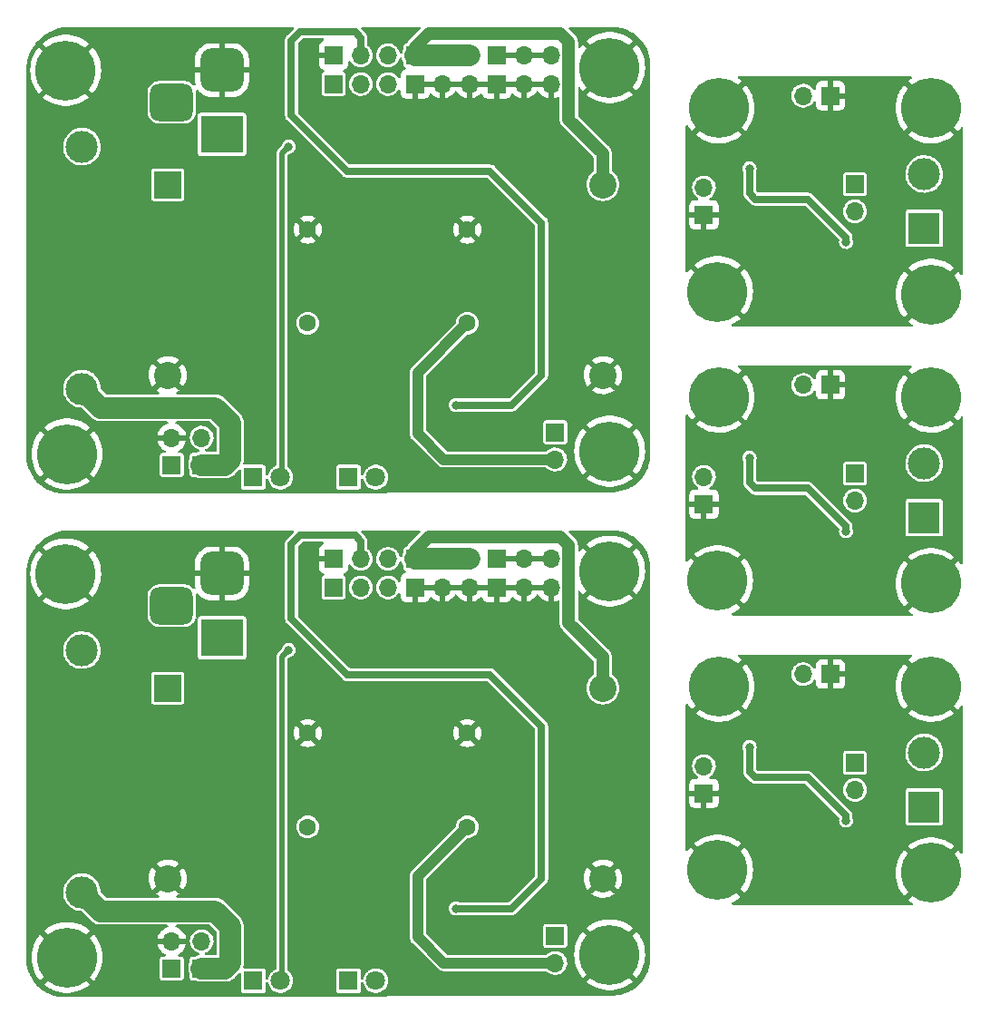
<source format=gbl>
%MOIN*%
%OFA0B0*%
%FSLAX46Y46*%
%IPPOS*%
%LPD*%
%AMRoundRect*
4,1,4,
0.07874015748031496,0.11811023622047245,
0.15748031496062992,0.19685039370078741,
0.23622047244094491,0.27559055118110237,
0.31496062992125984,0.35433070866141736,
0.07874015748031496,0.11811023622047245,
0*
1,1,$1,$2,$3*
1,1,$1,$2,$3*
1,1,$1,$2,$3*
1,1,$1,$2,$3*
20,1,$1,$2,$3,$4,$5,0*
20,1,$1,$2,$3,$4,$5,0*
20,1,$1,$2,$3,$4,$5,0*
20,1,$1,$2,$3,$4,$5,0*%
%AMCOMP145*
4,1,3,
-0.03937007874015748,0.03937007874015748,
-0.03937007874015748,-0.03937007874015748,
0.03937007874015748,-0.03937007874015748,
0.03937007874015748,0.03937007874015748,
0*
4,1,19,
-0.03937007874015748,0.07874015748031496,
-0.027204055339569,0.076813248673037543,
-0.016228927075099483,0.0712211415108247,
-0.0075190159694902585,0.062511230405215487,
-0.0019269088072774202,0.051536102140745964,
0,0.03937007874015748,
-0.0019269088072774157,0.027204055339569003,
-0.0075190159694902585,0.01622892707509949,
-0.016228927075099479,0.0075190159694902628,
-0.027204055339569,0.0019269088072774202,
-0.03937007874015748,0,
-0.051536102140745978,0.0019269088072774202,
-0.062511230405215473,0.0075190159694902541,
-0.0712211415108247,0.016228927075099479,
-0.076813248673037543,0.027204055339568996,
-0.07874015748031496,0.039370078740157473,
-0.076813248673037543,0.051536102140745957,
-0.0712211415108247,0.062511230405215473,
-0.062511230405215487,0.0712211415108247,
-0.051536102140745978,0.076813248673037543,
0*
4,1,19,
-0.03937007874015748,0,
-0.027204055339569,-0.0019269088072774202,
-0.016228927075099483,-0.0075190159694902585,
-0.0075190159694902585,-0.016228927075099483,
-0.0019269088072774202,-0.027204055339569,
0,-0.03937007874015748,
-0.0019269088072774157,-0.051536102140745964,
-0.0075190159694902585,-0.062511230405215473,
-0.016228927075099479,-0.0712211415108247,
-0.027204055339569,-0.076813248673037543,
-0.03937007874015748,-0.07874015748031496,
-0.051536102140745978,-0.076813248673037543,
-0.062511230405215473,-0.0712211415108247,
-0.0712211415108247,-0.062511230405215487,
-0.076813248673037543,-0.051536102140745964,
-0.07874015748031496,-0.039370078740157494,
-0.076813248673037543,-0.02720405533956901,
-0.0712211415108247,-0.016228927075099493,
-0.062511230405215487,-0.0075190159694902628,
-0.051536102140745978,-0.0019269088072774202,
0*
4,1,19,
0.03937007874015748,0,
0.051536102140745964,-0.0019269088072774202,
0.062511230405215487,-0.0075190159694902585,
0.0712211415108247,-0.016228927075099483,
0.076813248673037543,-0.027204055339569,
0.07874015748031496,-0.03937007874015748,
0.076813248673037543,-0.051536102140745964,
0.0712211415108247,-0.062511230405215473,
0.062511230405215487,-0.0712211415108247,
0.051536102140745964,-0.076813248673037543,
0.039370078740157494,-0.07874015748031496,
0.027204055339568992,-0.076813248673037543,
0.01622892707509949,-0.0712211415108247,
0.0075190159694902628,-0.062511230405215487,
0.0019269088072774202,-0.051536102140745964,
0,-0.039370078740157494,
0.0019269088072774157,-0.02720405533956901,
0.0075190159694902541,-0.016228927075099493,
0.016228927075099476,-0.0075190159694902628,
0.027204055339568992,-0.0019269088072774202,
0*
4,1,19,
0.03937007874015748,0.07874015748031496,
0.051536102140745964,0.076813248673037543,
0.062511230405215487,0.0712211415108247,
0.0712211415108247,0.062511230405215487,
0.076813248673037543,0.051536102140745964,
0.07874015748031496,0.03937007874015748,
0.076813248673037543,0.027204055339569003,
0.0712211415108247,0.01622892707509949,
0.062511230405215487,0.0075190159694902628,
0.051536102140745964,0.0019269088072774202,
0.039370078740157494,0,
0.027204055339568992,0.0019269088072774202,
0.01622892707509949,0.0075190159694902541,
0.0075190159694902628,0.016228927075099479,
0.0019269088072774202,0.027204055339568996,
0,0.039370078740157473,
0.0019269088072774157,0.051536102140745957,
0.0075190159694902541,0.062511230405215473,
0.016228927075099476,0.0712211415108247,
0.027204055339568992,0.076813248673037543,
0*
4,1,3,
-0.07874015748031496,0.03937007874015748,
0,0.03937007874015748,
0,-0.03937007874015748,
-0.07874015748031496,-0.03937007874015748,
0*
4,1,3,
-0.03937007874015748,-0.07874015748031496,
-0.03937007874015748,0,
0.03937007874015748,0,
0.03937007874015748,-0.07874015748031496,
0*
4,1,3,
0.07874015748031496,-0.03937007874015748,
0,-0.03937007874015748,
0,0.03937007874015748,
0.07874015748031496,0.03937007874015748,
0*
4,1,3,
0.03937007874015748,0.07874015748031496,
0.03937007874015748,0,
-0.03937007874015748,0,
-0.03937007874015748,0.07874015748031496,
0*%
%AMCOMP146*
4,1,3,
-0.04429133858267717,0.034448818897637797,
-0.04429133858267717,-0.034448818897637797,
0.04429133858267717,-0.034448818897637797,
0.04429133858267717,0.034448818897637797,
0*
4,1,19,
-0.04429133858267717,0.068897637795275593,
-0.033646068107162252,0.067211592588907854,
-0.02404283087575142,0.062318498821971623,
-0.016421658658343347,0.054697326604563543,
-0.011528564891407115,0.045094089373152721,
-0.00984251968503937,0.034448818897637797,
-0.011528564891407109,0.023803548422122879,
-0.016421658658343347,0.014200311190712054,
-0.024042830875751417,0.00657913897330398,
-0.033646068107162239,0.0016860452063677432,
-0.04429133858267717,0,
-0.054936609058192094,0.0016860452063677432,
-0.064539846289602909,0.0065791389733039713,
-0.072161018507010982,0.014200311190712045,
-0.07705411227394722,0.023803548422122869,
-0.07874015748031496,0.03444881889763779,
-0.07705411227394722,0.045094089373152707,
-0.072161018507011,0.054697326604563536,
-0.064539846289602923,0.062318498821971616,
-0.054936609058192094,0.067211592588907854,
0*
4,1,19,
-0.04429133858267717,0,
-0.033646068107162252,-0.0016860452063677432,
-0.02404283087575142,-0.0065791389733039756,
-0.016421658658343347,-0.014200311190712049,
-0.011528564891407115,-0.023803548422122876,
-0.00984251968503937,-0.034448818897637797,
-0.011528564891407109,-0.045094089373152714,
-0.016421658658343347,-0.054697326604563536,
-0.024042830875751417,-0.062318498821971616,
-0.033646068107162239,-0.067211592588907854,
-0.04429133858267717,-0.068897637795275593,
-0.054936609058192094,-0.067211592588907854,
-0.064539846289602909,-0.062318498821971623,
-0.072161018507010982,-0.054697326604563556,
-0.07705411227394722,-0.045094089373152721,
-0.07874015748031496,-0.0344488188976378,
-0.07705411227394722,-0.023803548422122883,
-0.072161018507011,-0.014200311190712057,
-0.064539846289602923,-0.00657913897330398,
-0.054936609058192094,-0.0016860452063677432,
0*
4,1,19,
0.04429133858267717,0,
0.054936609058192087,-0.0016860452063677432,
0.064539846289602909,-0.0065791389733039756,
0.072161018507011,-0.014200311190712049,
0.07705411227394722,-0.023803548422122876,
0.07874015748031496,-0.034448818897637797,
0.07705411227394722,-0.045094089373152714,
0.072161018507011,-0.054697326604563536,
0.064539846289602923,-0.062318498821971616,
0.054936609058192094,-0.067211592588907854,
0.04429133858267717,-0.068897637795275593,
0.033646068107162239,-0.067211592588907854,
0.024042830875751424,-0.062318498821971623,
0.016421658658343351,-0.054697326604563556,
0.011528564891407115,-0.045094089373152721,
0.00984251968503937,-0.0344488188976378,
0.011528564891407109,-0.023803548422122883,
0.016421658658343344,-0.014200311190712057,
0.02404283087575141,-0.00657913897330398,
0.033646068107162239,-0.0016860452063677432,
0*
4,1,19,
0.04429133858267717,0.068897637795275593,
0.054936609058192087,0.067211592588907854,
0.064539846289602909,0.062318498821971623,
0.072161018507011,0.054697326604563543,
0.07705411227394722,0.045094089373152721,
0.07874015748031496,0.034448818897637797,
0.07705411227394722,0.023803548422122879,
0.072161018507011,0.014200311190712054,
0.064539846289602923,0.00657913897330398,
0.054936609058192094,0.0016860452063677432,
0.04429133858267717,0,
0.033646068107162239,0.0016860452063677432,
0.024042830875751424,0.0065791389733039713,
0.016421658658343351,0.014200311190712045,
0.011528564891407115,0.023803548422122869,
0.00984251968503937,0.03444881889763779,
0.011528564891407109,0.045094089373152707,
0.016421658658343344,0.054697326604563536,
0.02404283087575141,0.062318498821971616,
0.033646068107162239,0.067211592588907854,
0*
4,1,3,
-0.07874015748031496,0.034448818897637797,
-0.00984251968503937,0.034448818897637797,
-0.00984251968503937,-0.034448818897637797,
-0.07874015748031496,-0.034448818897637797,
0*
4,1,3,
-0.04429133858267717,-0.068897637795275593,
-0.04429133858267717,0,
0.04429133858267717,0,
0.04429133858267717,-0.068897637795275593,
0*
4,1,3,
0.07874015748031496,-0.034448818897637797,
0.00984251968503937,-0.034448818897637797,
0.00984251968503937,0.034448818897637797,
0.07874015748031496,0.034448818897637797,
0*
4,1,3,
0.04429133858267717,0.068897637795275593,
0.04429133858267717,0,
-0.04429133858267717,0,
-0.04429133858267717,0.068897637795275593,
0*%
%AMRoundRect0*
4,1,4,
0.07874015748031496,0.11811023622047245,
0.15748031496062992,0.19685039370078741,
0.23622047244094491,0.27559055118110237,
0.31496062992125984,0.35433070866141736,
0.07874015748031496,0.11811023622047245,
0*
1,1,$1,$2,$3*
1,1,$1,$2,$3*
1,1,$1,$2,$3*
1,1,$1,$2,$3*
20,1,$1,$2,$3,$4,$5,0*
20,1,$1,$2,$3,$4,$5,0*
20,1,$1,$2,$3,$4,$5,0*
20,1,$1,$2,$3,$4,$5,0*%
%AMCOMP1610*
4,1,3,
-0.03937007874015748,0.03937007874015748,
-0.03937007874015748,-0.03937007874015748,
0.03937007874015748,-0.03937007874015748,
0.03937007874015748,0.03937007874015748,
0*
4,1,19,
-0.03937007874015748,0.07874015748031496,
-0.027204055339569,0.076813248673037543,
-0.016228927075099483,0.0712211415108247,
-0.0075190159694902585,0.062511230405215487,
-0.0019269088072774202,0.051536102140745964,
0,0.03937007874015748,
-0.0019269088072774157,0.027204055339569003,
-0.0075190159694902585,0.01622892707509949,
-0.016228927075099479,0.0075190159694902628,
-0.027204055339569,0.0019269088072774202,
-0.03937007874015748,0,
-0.051536102140745978,0.0019269088072774202,
-0.062511230405215473,0.0075190159694902541,
-0.0712211415108247,0.016228927075099479,
-0.076813248673037543,0.027204055339568996,
-0.07874015748031496,0.039370078740157473,
-0.076813248673037543,0.051536102140745957,
-0.0712211415108247,0.062511230405215473,
-0.062511230405215487,0.0712211415108247,
-0.051536102140745978,0.076813248673037543,
0*
4,1,19,
-0.03937007874015748,0,
-0.027204055339569,-0.0019269088072774202,
-0.016228927075099483,-0.0075190159694902585,
-0.0075190159694902585,-0.016228927075099483,
-0.0019269088072774202,-0.027204055339569,
0,-0.03937007874015748,
-0.0019269088072774157,-0.051536102140745964,
-0.0075190159694902585,-0.062511230405215473,
-0.016228927075099479,-0.0712211415108247,
-0.027204055339569,-0.076813248673037543,
-0.03937007874015748,-0.07874015748031496,
-0.051536102140745978,-0.076813248673037543,
-0.062511230405215473,-0.0712211415108247,
-0.0712211415108247,-0.062511230405215487,
-0.076813248673037543,-0.051536102140745964,
-0.07874015748031496,-0.039370078740157494,
-0.076813248673037543,-0.02720405533956901,
-0.0712211415108247,-0.016228927075099493,
-0.062511230405215487,-0.0075190159694902628,
-0.051536102140745978,-0.0019269088072774202,
0*
4,1,19,
0.03937007874015748,0,
0.051536102140745964,-0.0019269088072774202,
0.062511230405215487,-0.0075190159694902585,
0.0712211415108247,-0.016228927075099483,
0.076813248673037543,-0.027204055339569,
0.07874015748031496,-0.03937007874015748,
0.076813248673037543,-0.051536102140745964,
0.0712211415108247,-0.062511230405215473,
0.062511230405215487,-0.0712211415108247,
0.051536102140745964,-0.076813248673037543,
0.039370078740157494,-0.07874015748031496,
0.027204055339568992,-0.076813248673037543,
0.01622892707509949,-0.0712211415108247,
0.0075190159694902628,-0.062511230405215487,
0.0019269088072774202,-0.051536102140745964,
0,-0.039370078740157494,
0.0019269088072774157,-0.02720405533956901,
0.0075190159694902541,-0.016228927075099493,
0.016228927075099476,-0.0075190159694902628,
0.027204055339568992,-0.0019269088072774202,
0*
4,1,19,
0.03937007874015748,0.07874015748031496,
0.051536102140745964,0.076813248673037543,
0.062511230405215487,0.0712211415108247,
0.0712211415108247,0.062511230405215487,
0.076813248673037543,0.051536102140745964,
0.07874015748031496,0.03937007874015748,
0.076813248673037543,0.027204055339569003,
0.0712211415108247,0.01622892707509949,
0.062511230405215487,0.0075190159694902628,
0.051536102140745964,0.0019269088072774202,
0.039370078740157494,0,
0.027204055339568992,0.0019269088072774202,
0.01622892707509949,0.0075190159694902541,
0.0075190159694902628,0.016228927075099479,
0.0019269088072774202,0.027204055339568996,
0,0.039370078740157473,
0.0019269088072774157,0.051536102140745957,
0.0075190159694902541,0.062511230405215473,
0.016228927075099476,0.0712211415108247,
0.027204055339568992,0.076813248673037543,
0*
4,1,3,
-0.07874015748031496,0.03937007874015748,
0,0.03937007874015748,
0,-0.03937007874015748,
-0.07874015748031496,-0.03937007874015748,
0*
4,1,3,
-0.03937007874015748,-0.07874015748031496,
-0.03937007874015748,0,
0.03937007874015748,0,
0.03937007874015748,-0.07874015748031496,
0*
4,1,3,
0.07874015748031496,-0.03937007874015748,
0,-0.03937007874015748,
0,0.03937007874015748,
0.07874015748031496,0.03937007874015748,
0*
4,1,3,
0.03937007874015748,0.07874015748031496,
0.03937007874015748,0,
-0.03937007874015748,0,
-0.03937007874015748,0.07874015748031496,
0*%
%AMCOMP1620*
4,1,3,
-0.04429133858267717,0.034448818897637797,
-0.04429133858267717,-0.034448818897637797,
0.04429133858267717,-0.034448818897637797,
0.04429133858267717,0.034448818897637797,
0*
4,1,19,
-0.04429133858267717,0.068897637795275593,
-0.033646068107162252,0.067211592588907854,
-0.02404283087575142,0.062318498821971623,
-0.016421658658343347,0.054697326604563543,
-0.011528564891407115,0.045094089373152721,
-0.00984251968503937,0.034448818897637797,
-0.011528564891407109,0.023803548422122879,
-0.016421658658343347,0.014200311190712054,
-0.024042830875751417,0.00657913897330398,
-0.033646068107162239,0.0016860452063677432,
-0.04429133858267717,0,
-0.054936609058192094,0.0016860452063677432,
-0.064539846289602909,0.0065791389733039713,
-0.072161018507010982,0.014200311190712045,
-0.07705411227394722,0.023803548422122869,
-0.07874015748031496,0.03444881889763779,
-0.07705411227394722,0.045094089373152707,
-0.072161018507011,0.054697326604563536,
-0.064539846289602923,0.062318498821971616,
-0.054936609058192094,0.067211592588907854,
0*
4,1,19,
-0.04429133858267717,0,
-0.033646068107162252,-0.0016860452063677432,
-0.02404283087575142,-0.0065791389733039756,
-0.016421658658343347,-0.014200311190712049,
-0.011528564891407115,-0.023803548422122876,
-0.00984251968503937,-0.034448818897637797,
-0.011528564891407109,-0.045094089373152714,
-0.016421658658343347,-0.054697326604563536,
-0.024042830875751417,-0.062318498821971616,
-0.033646068107162239,-0.067211592588907854,
-0.04429133858267717,-0.068897637795275593,
-0.054936609058192094,-0.067211592588907854,
-0.064539846289602909,-0.062318498821971623,
-0.072161018507010982,-0.054697326604563556,
-0.07705411227394722,-0.045094089373152721,
-0.07874015748031496,-0.0344488188976378,
-0.07705411227394722,-0.023803548422122883,
-0.072161018507011,-0.014200311190712057,
-0.064539846289602923,-0.00657913897330398,
-0.054936609058192094,-0.0016860452063677432,
0*
4,1,19,
0.04429133858267717,0,
0.054936609058192087,-0.0016860452063677432,
0.064539846289602909,-0.0065791389733039756,
0.072161018507011,-0.014200311190712049,
0.07705411227394722,-0.023803548422122876,
0.07874015748031496,-0.034448818897637797,
0.07705411227394722,-0.045094089373152714,
0.072161018507011,-0.054697326604563536,
0.064539846289602923,-0.062318498821971616,
0.054936609058192094,-0.067211592588907854,
0.04429133858267717,-0.068897637795275593,
0.033646068107162239,-0.067211592588907854,
0.024042830875751424,-0.062318498821971623,
0.016421658658343351,-0.054697326604563556,
0.011528564891407115,-0.045094089373152721,
0.00984251968503937,-0.0344488188976378,
0.011528564891407109,-0.023803548422122883,
0.016421658658343344,-0.014200311190712057,
0.02404283087575141,-0.00657913897330398,
0.033646068107162239,-0.0016860452063677432,
0*
4,1,19,
0.04429133858267717,0.068897637795275593,
0.054936609058192087,0.067211592588907854,
0.064539846289602909,0.062318498821971623,
0.072161018507011,0.054697326604563543,
0.07705411227394722,0.045094089373152721,
0.07874015748031496,0.034448818897637797,
0.07705411227394722,0.023803548422122879,
0.072161018507011,0.014200311190712054,
0.064539846289602923,0.00657913897330398,
0.054936609058192094,0.0016860452063677432,
0.04429133858267717,0,
0.033646068107162239,0.0016860452063677432,
0.024042830875751424,0.0065791389733039713,
0.016421658658343351,0.014200311190712045,
0.011528564891407115,0.023803548422122869,
0.00984251968503937,0.03444881889763779,
0.011528564891407109,0.045094089373152707,
0.016421658658343344,0.054697326604563536,
0.02404283087575141,0.062318498821971616,
0.033646068107162239,0.067211592588907854,
0*
4,1,3,
-0.07874015748031496,0.034448818897637797,
-0.00984251968503937,0.034448818897637797,
-0.00984251968503937,-0.034448818897637797,
-0.07874015748031496,-0.034448818897637797,
0*
4,1,3,
-0.04429133858267717,-0.068897637795275593,
-0.04429133858267717,0,
0.04429133858267717,0,
0.04429133858267717,-0.068897637795275593,
0*
4,1,3,
0.07874015748031496,-0.034448818897637797,
0.00984251968503937,-0.034448818897637797,
0.00984251968503937,0.034448818897637797,
0.07874015748031496,0.034448818897637797,
0*
4,1,3,
0.04429133858267717,0.068897637795275593,
0.04429133858267717,0,
-0.04429133858267717,0,
-0.04429133858267717,0.068897637795275593,
0*%
%ADD10R,0.070866141732283464X0.070866141732283464*%
%ADD11C,0.070866141732283464*%
%ADD12C,0.11811023622047245*%
%ADD13C,0.22047244094488189*%
%ADD14R,0.066929133858267723X0.066929133858267723*%
%ADD15O,0.066929133858267723X0.066929133858267723*%
%ADD16R,0.15748031496062992X0.13779527559055119*%
%AMCOMP204*
4,1,3,
-0.03937007874015748,0.03937007874015748,
-0.03937007874015748,-0.03937007874015748,
0.03937007874015748,-0.03937007874015748,
0.03937007874015748,0.03937007874015748,
0*
4,1,19,
-0.03937007874015748,0.07874015748031496,
-0.027204055339569,0.076813248673037543,
-0.016228927075099483,0.0712211415108247,
-0.0075190159694902585,0.062511230405215487,
-0.0019269088072774202,0.051536102140745964,
0,0.03937007874015748,
-0.0019269088072774157,0.027204055339569003,
-0.0075190159694902585,0.01622892707509949,
-0.016228927075099479,0.0075190159694902628,
-0.027204055339569,0.0019269088072774202,
-0.03937007874015748,0,
-0.051536102140745978,0.0019269088072774202,
-0.062511230405215473,0.0075190159694902541,
-0.0712211415108247,0.016228927075099479,
-0.076813248673037543,0.027204055339568996,
-0.07874015748031496,0.039370078740157473,
-0.076813248673037543,0.051536102140745957,
-0.0712211415108247,0.062511230405215473,
-0.062511230405215487,0.0712211415108247,
-0.051536102140745978,0.076813248673037543,
0*
4,1,19,
-0.03937007874015748,0,
-0.027204055339569,-0.0019269088072774202,
-0.016228927075099483,-0.0075190159694902585,
-0.0075190159694902585,-0.016228927075099483,
-0.0019269088072774202,-0.027204055339569,
0,-0.03937007874015748,
-0.0019269088072774157,-0.051536102140745964,
-0.0075190159694902585,-0.062511230405215473,
-0.016228927075099479,-0.0712211415108247,
-0.027204055339569,-0.076813248673037543,
-0.03937007874015748,-0.07874015748031496,
-0.051536102140745978,-0.076813248673037543,
-0.062511230405215473,-0.0712211415108247,
-0.0712211415108247,-0.062511230405215487,
-0.076813248673037543,-0.051536102140745964,
-0.07874015748031496,-0.039370078740157494,
-0.076813248673037543,-0.02720405533956901,
-0.0712211415108247,-0.016228927075099493,
-0.062511230405215487,-0.0075190159694902628,
-0.051536102140745978,-0.0019269088072774202,
0*
4,1,19,
0.03937007874015748,0,
0.051536102140745964,-0.0019269088072774202,
0.062511230405215487,-0.0075190159694902585,
0.0712211415108247,-0.016228927075099483,
0.076813248673037543,-0.027204055339569,
0.07874015748031496,-0.03937007874015748,
0.076813248673037543,-0.051536102140745964,
0.0712211415108247,-0.062511230405215473,
0.062511230405215487,-0.0712211415108247,
0.051536102140745964,-0.076813248673037543,
0.039370078740157494,-0.07874015748031496,
0.027204055339568992,-0.076813248673037543,
0.01622892707509949,-0.0712211415108247,
0.0075190159694902628,-0.062511230405215487,
0.0019269088072774202,-0.051536102140745964,
0,-0.039370078740157494,
0.0019269088072774157,-0.02720405533956901,
0.0075190159694902541,-0.016228927075099493,
0.016228927075099476,-0.0075190159694902628,
0.027204055339568992,-0.0019269088072774202,
0*
4,1,19,
0.03937007874015748,0.07874015748031496,
0.051536102140745964,0.076813248673037543,
0.062511230405215487,0.0712211415108247,
0.0712211415108247,0.062511230405215487,
0.076813248673037543,0.051536102140745964,
0.07874015748031496,0.03937007874015748,
0.076813248673037543,0.027204055339569003,
0.0712211415108247,0.01622892707509949,
0.062511230405215487,0.0075190159694902628,
0.051536102140745964,0.0019269088072774202,
0.039370078740157494,0,
0.027204055339568992,0.0019269088072774202,
0.01622892707509949,0.0075190159694902541,
0.0075190159694902628,0.016228927075099479,
0.0019269088072774202,0.027204055339568996,
0,0.039370078740157473,
0.0019269088072774157,0.051536102140745957,
0.0075190159694902541,0.062511230405215473,
0.016228927075099476,0.0712211415108247,
0.027204055339568992,0.076813248673037543,
0*
4,1,3,
-0.07874015748031496,0.03937007874015748,
0,0.03937007874015748,
0,-0.03937007874015748,
-0.07874015748031496,-0.03937007874015748,
0*
4,1,3,
-0.03937007874015748,-0.07874015748031496,
-0.03937007874015748,0,
0.03937007874015748,0,
0.03937007874015748,-0.07874015748031496,
0*
4,1,3,
0.07874015748031496,-0.03937007874015748,
0,-0.03937007874015748,
0,0.03937007874015748,
0.07874015748031496,0.03937007874015748,
0*
4,1,3,
0.03937007874015748,0.07874015748031496,
0.03937007874015748,0,
-0.03937007874015748,0,
-0.03937007874015748,0.07874015748031496,
0*%
%ADD17COMP204,1X-1X1X-1X-1X1X-1X1X1X0*%
%AMCOMP211*
4,1,3,
-0.04429133858267717,0.034448818897637797,
-0.04429133858267717,-0.034448818897637797,
0.04429133858267717,-0.034448818897637797,
0.04429133858267717,0.034448818897637797,
0*
4,1,19,
-0.04429133858267717,0.068897637795275593,
-0.033646068107162252,0.067211592588907854,
-0.02404283087575142,0.062318498821971623,
-0.016421658658343347,0.054697326604563543,
-0.011528564891407115,0.045094089373152721,
-0.00984251968503937,0.034448818897637797,
-0.011528564891407109,0.023803548422122879,
-0.016421658658343347,0.014200311190712054,
-0.024042830875751417,0.00657913897330398,
-0.033646068107162239,0.0016860452063677432,
-0.04429133858267717,0,
-0.054936609058192094,0.0016860452063677432,
-0.064539846289602909,0.0065791389733039713,
-0.072161018507010982,0.014200311190712045,
-0.07705411227394722,0.023803548422122869,
-0.07874015748031496,0.03444881889763779,
-0.07705411227394722,0.045094089373152707,
-0.072161018507011,0.054697326604563536,
-0.064539846289602923,0.062318498821971616,
-0.054936609058192094,0.067211592588907854,
0*
4,1,19,
-0.04429133858267717,0,
-0.033646068107162252,-0.0016860452063677432,
-0.02404283087575142,-0.0065791389733039756,
-0.016421658658343347,-0.014200311190712049,
-0.011528564891407115,-0.023803548422122876,
-0.00984251968503937,-0.034448818897637797,
-0.011528564891407109,-0.045094089373152714,
-0.016421658658343347,-0.054697326604563536,
-0.024042830875751417,-0.062318498821971616,
-0.033646068107162239,-0.067211592588907854,
-0.04429133858267717,-0.068897637795275593,
-0.054936609058192094,-0.067211592588907854,
-0.064539846289602909,-0.062318498821971623,
-0.072161018507010982,-0.054697326604563556,
-0.07705411227394722,-0.045094089373152721,
-0.07874015748031496,-0.0344488188976378,
-0.07705411227394722,-0.023803548422122883,
-0.072161018507011,-0.014200311190712057,
-0.064539846289602923,-0.00657913897330398,
-0.054936609058192094,-0.0016860452063677432,
0*
4,1,19,
0.04429133858267717,0,
0.054936609058192087,-0.0016860452063677432,
0.064539846289602909,-0.0065791389733039756,
0.072161018507011,-0.014200311190712049,
0.07705411227394722,-0.023803548422122876,
0.07874015748031496,-0.034448818897637797,
0.07705411227394722,-0.045094089373152714,
0.072161018507011,-0.054697326604563536,
0.064539846289602923,-0.062318498821971616,
0.054936609058192094,-0.067211592588907854,
0.04429133858267717,-0.068897637795275593,
0.033646068107162239,-0.067211592588907854,
0.024042830875751424,-0.062318498821971623,
0.016421658658343351,-0.054697326604563556,
0.011528564891407115,-0.045094089373152721,
0.00984251968503937,-0.0344488188976378,
0.011528564891407109,-0.023803548422122883,
0.016421658658343344,-0.014200311190712057,
0.02404283087575141,-0.00657913897330398,
0.033646068107162239,-0.0016860452063677432,
0*
4,1,19,
0.04429133858267717,0.068897637795275593,
0.054936609058192087,0.067211592588907854,
0.064539846289602909,0.062318498821971623,
0.072161018507011,0.054697326604563543,
0.07705411227394722,0.045094089373152721,
0.07874015748031496,0.034448818897637797,
0.07705411227394722,0.023803548422122879,
0.072161018507011,0.014200311190712054,
0.064539846289602923,0.00657913897330398,
0.054936609058192094,0.0016860452063677432,
0.04429133858267717,0,
0.033646068107162239,0.0016860452063677432,
0.024042830875751424,0.0065791389733039713,
0.016421658658343351,0.014200311190712045,
0.011528564891407115,0.023803548422122869,
0.00984251968503937,0.03444881889763779,
0.011528564891407109,0.045094089373152707,
0.016421658658343344,0.054697326604563536,
0.02404283087575141,0.062318498821971616,
0.033646068107162239,0.067211592588907854,
0*
4,1,3,
-0.07874015748031496,0.034448818897637797,
-0.00984251968503937,0.034448818897637797,
-0.00984251968503937,-0.034448818897637797,
-0.07874015748031496,-0.034448818897637797,
0*
4,1,3,
-0.04429133858267717,-0.068897637795275593,
-0.04429133858267717,0,
0.04429133858267717,0,
0.04429133858267717,-0.068897637795275593,
0*
4,1,3,
0.07874015748031496,-0.034448818897637797,
0.00984251968503937,-0.034448818897637797,
0.00984251968503937,0.034448818897637797,
0.07874015748031496,0.034448818897637797,
0*
4,1,3,
0.04429133858267717,0.068897637795275593,
0.04429133858267717,0,
-0.04429133858267717,0,
-0.04429133858267717,0.068897637795275593,
0*%
%ADD18COMP211,0.875X-1.125X0.875X-1.125X-0.875X1.125X-0.875X1.125X0.875X0*%
%ADD19C,0.062992125984251982*%
%ADD20R,0.1X0.1*%
%ADD21C,0.1*%
%ADD22C,0.031496062992125991*%
%ADD23C,0.047244094488188976*%
%ADD24C,0.03937007874015748*%
%ADD25C,0.07874015748031496*%
%ADD26C,0.01968503937007874*%
%ADD27C,0.027559055118110236*%
%ADD38R,0.070866141732283464X0.070866141732283464*%
%ADD39C,0.070866141732283464*%
%ADD40C,0.11811023622047245*%
%ADD41C,0.22047244094488189*%
%ADD42R,0.066929133858267723X0.066929133858267723*%
%ADD43O,0.066929133858267723X0.066929133858267723*%
%ADD44R,0.15748031496062992X0.13779527559055119*%
%AMCOMP218*
4,1,3,
-0.03937007874015748,0.03937007874015748,
-0.03937007874015748,-0.03937007874015748,
0.03937007874015748,-0.03937007874015748,
0.03937007874015748,0.03937007874015748,
0*
4,1,19,
-0.03937007874015748,0.07874015748031496,
-0.027204055339569,0.076813248673037543,
-0.016228927075099483,0.0712211415108247,
-0.0075190159694902585,0.062511230405215487,
-0.0019269088072774202,0.051536102140745964,
0,0.03937007874015748,
-0.0019269088072774157,0.027204055339569003,
-0.0075190159694902585,0.01622892707509949,
-0.016228927075099479,0.0075190159694902628,
-0.027204055339569,0.0019269088072774202,
-0.03937007874015748,0,
-0.051536102140745978,0.0019269088072774202,
-0.062511230405215473,0.0075190159694902541,
-0.0712211415108247,0.016228927075099479,
-0.076813248673037543,0.027204055339568996,
-0.07874015748031496,0.039370078740157473,
-0.076813248673037543,0.051536102140745957,
-0.0712211415108247,0.062511230405215473,
-0.062511230405215487,0.0712211415108247,
-0.051536102140745978,0.076813248673037543,
0*
4,1,19,
-0.03937007874015748,0,
-0.027204055339569,-0.0019269088072774202,
-0.016228927075099483,-0.0075190159694902585,
-0.0075190159694902585,-0.016228927075099483,
-0.0019269088072774202,-0.027204055339569,
0,-0.03937007874015748,
-0.0019269088072774157,-0.051536102140745964,
-0.0075190159694902585,-0.062511230405215473,
-0.016228927075099479,-0.0712211415108247,
-0.027204055339569,-0.076813248673037543,
-0.03937007874015748,-0.07874015748031496,
-0.051536102140745978,-0.076813248673037543,
-0.062511230405215473,-0.0712211415108247,
-0.0712211415108247,-0.062511230405215487,
-0.076813248673037543,-0.051536102140745964,
-0.07874015748031496,-0.039370078740157494,
-0.076813248673037543,-0.02720405533956901,
-0.0712211415108247,-0.016228927075099493,
-0.062511230405215487,-0.0075190159694902628,
-0.051536102140745978,-0.0019269088072774202,
0*
4,1,19,
0.03937007874015748,0,
0.051536102140745964,-0.0019269088072774202,
0.062511230405215487,-0.0075190159694902585,
0.0712211415108247,-0.016228927075099483,
0.076813248673037543,-0.027204055339569,
0.07874015748031496,-0.03937007874015748,
0.076813248673037543,-0.051536102140745964,
0.0712211415108247,-0.062511230405215473,
0.062511230405215487,-0.0712211415108247,
0.051536102140745964,-0.076813248673037543,
0.039370078740157494,-0.07874015748031496,
0.027204055339568992,-0.076813248673037543,
0.01622892707509949,-0.0712211415108247,
0.0075190159694902628,-0.062511230405215487,
0.0019269088072774202,-0.051536102140745964,
0,-0.039370078740157494,
0.0019269088072774157,-0.02720405533956901,
0.0075190159694902541,-0.016228927075099493,
0.016228927075099476,-0.0075190159694902628,
0.027204055339568992,-0.0019269088072774202,
0*
4,1,19,
0.03937007874015748,0.07874015748031496,
0.051536102140745964,0.076813248673037543,
0.062511230405215487,0.0712211415108247,
0.0712211415108247,0.062511230405215487,
0.076813248673037543,0.051536102140745964,
0.07874015748031496,0.03937007874015748,
0.076813248673037543,0.027204055339569003,
0.0712211415108247,0.01622892707509949,
0.062511230405215487,0.0075190159694902628,
0.051536102140745964,0.0019269088072774202,
0.039370078740157494,0,
0.027204055339568992,0.0019269088072774202,
0.01622892707509949,0.0075190159694902541,
0.0075190159694902628,0.016228927075099479,
0.0019269088072774202,0.027204055339568996,
0,0.039370078740157473,
0.0019269088072774157,0.051536102140745957,
0.0075190159694902541,0.062511230405215473,
0.016228927075099476,0.0712211415108247,
0.027204055339568992,0.076813248673037543,
0*
4,1,3,
-0.07874015748031496,0.03937007874015748,
0,0.03937007874015748,
0,-0.03937007874015748,
-0.07874015748031496,-0.03937007874015748,
0*
4,1,3,
-0.03937007874015748,-0.07874015748031496,
-0.03937007874015748,0,
0.03937007874015748,0,
0.03937007874015748,-0.07874015748031496,
0*
4,1,3,
0.07874015748031496,-0.03937007874015748,
0,-0.03937007874015748,
0,0.03937007874015748,
0.07874015748031496,0.03937007874015748,
0*
4,1,3,
0.03937007874015748,0.07874015748031496,
0.03937007874015748,0,
-0.03937007874015748,0,
-0.03937007874015748,0.07874015748031496,
0*%
%ADD45COMP218,1X-1X1X-1X-1X1X-1X1X1X0*%
%AMCOMP225*
4,1,3,
-0.04429133858267717,0.034448818897637797,
-0.04429133858267717,-0.034448818897637797,
0.04429133858267717,-0.034448818897637797,
0.04429133858267717,0.034448818897637797,
0*
4,1,19,
-0.04429133858267717,0.068897637795275593,
-0.033646068107162252,0.067211592588907854,
-0.02404283087575142,0.062318498821971623,
-0.016421658658343347,0.054697326604563543,
-0.011528564891407115,0.045094089373152721,
-0.00984251968503937,0.034448818897637797,
-0.011528564891407109,0.023803548422122879,
-0.016421658658343347,0.014200311190712054,
-0.024042830875751417,0.00657913897330398,
-0.033646068107162239,0.0016860452063677432,
-0.04429133858267717,0,
-0.054936609058192094,0.0016860452063677432,
-0.064539846289602909,0.0065791389733039713,
-0.072161018507010982,0.014200311190712045,
-0.07705411227394722,0.023803548422122869,
-0.07874015748031496,0.03444881889763779,
-0.07705411227394722,0.045094089373152707,
-0.072161018507011,0.054697326604563536,
-0.064539846289602923,0.062318498821971616,
-0.054936609058192094,0.067211592588907854,
0*
4,1,19,
-0.04429133858267717,0,
-0.033646068107162252,-0.0016860452063677432,
-0.02404283087575142,-0.0065791389733039756,
-0.016421658658343347,-0.014200311190712049,
-0.011528564891407115,-0.023803548422122876,
-0.00984251968503937,-0.034448818897637797,
-0.011528564891407109,-0.045094089373152714,
-0.016421658658343347,-0.054697326604563536,
-0.024042830875751417,-0.062318498821971616,
-0.033646068107162239,-0.067211592588907854,
-0.04429133858267717,-0.068897637795275593,
-0.054936609058192094,-0.067211592588907854,
-0.064539846289602909,-0.062318498821971623,
-0.072161018507010982,-0.054697326604563556,
-0.07705411227394722,-0.045094089373152721,
-0.07874015748031496,-0.0344488188976378,
-0.07705411227394722,-0.023803548422122883,
-0.072161018507011,-0.014200311190712057,
-0.064539846289602923,-0.00657913897330398,
-0.054936609058192094,-0.0016860452063677432,
0*
4,1,19,
0.04429133858267717,0,
0.054936609058192087,-0.0016860452063677432,
0.064539846289602909,-0.0065791389733039756,
0.072161018507011,-0.014200311190712049,
0.07705411227394722,-0.023803548422122876,
0.07874015748031496,-0.034448818897637797,
0.07705411227394722,-0.045094089373152714,
0.072161018507011,-0.054697326604563536,
0.064539846289602923,-0.062318498821971616,
0.054936609058192094,-0.067211592588907854,
0.04429133858267717,-0.068897637795275593,
0.033646068107162239,-0.067211592588907854,
0.024042830875751424,-0.062318498821971623,
0.016421658658343351,-0.054697326604563556,
0.011528564891407115,-0.045094089373152721,
0.00984251968503937,-0.0344488188976378,
0.011528564891407109,-0.023803548422122883,
0.016421658658343344,-0.014200311190712057,
0.02404283087575141,-0.00657913897330398,
0.033646068107162239,-0.0016860452063677432,
0*
4,1,19,
0.04429133858267717,0.068897637795275593,
0.054936609058192087,0.067211592588907854,
0.064539846289602909,0.062318498821971623,
0.072161018507011,0.054697326604563543,
0.07705411227394722,0.045094089373152721,
0.07874015748031496,0.034448818897637797,
0.07705411227394722,0.023803548422122879,
0.072161018507011,0.014200311190712054,
0.064539846289602923,0.00657913897330398,
0.054936609058192094,0.0016860452063677432,
0.04429133858267717,0,
0.033646068107162239,0.0016860452063677432,
0.024042830875751424,0.0065791389733039713,
0.016421658658343351,0.014200311190712045,
0.011528564891407115,0.023803548422122869,
0.00984251968503937,0.03444881889763779,
0.011528564891407109,0.045094089373152707,
0.016421658658343344,0.054697326604563536,
0.02404283087575141,0.062318498821971616,
0.033646068107162239,0.067211592588907854,
0*
4,1,3,
-0.07874015748031496,0.034448818897637797,
-0.00984251968503937,0.034448818897637797,
-0.00984251968503937,-0.034448818897637797,
-0.07874015748031496,-0.034448818897637797,
0*
4,1,3,
-0.04429133858267717,-0.068897637795275593,
-0.04429133858267717,0,
0.04429133858267717,0,
0.04429133858267717,-0.068897637795275593,
0*
4,1,3,
0.07874015748031496,-0.034448818897637797,
0.00984251968503937,-0.034448818897637797,
0.00984251968503937,0.034448818897637797,
0.07874015748031496,0.034448818897637797,
0*
4,1,3,
0.04429133858267717,0.068897637795275593,
0.04429133858267717,0,
-0.04429133858267717,0,
-0.04429133858267717,0.068897637795275593,
0*%
%ADD46COMP225,0.875X-1.125X0.875X-1.125X-0.875X1.125X-0.875X1.125X0.875X0*%
%ADD47C,0.062992125984251982*%
%ADD48R,0.1X0.1*%
%ADD49C,0.1*%
%ADD50C,0.031496062992125991*%
%ADD51C,0.047244094488188976*%
%ADD52C,0.03937007874015748*%
%ADD53C,0.07874015748031496*%
%ADD54C,0.01968503937007874*%
%ADD55C,0.027559055118110236*%
%ADD56C,0.22047244094488189*%
%ADD57R,0.066929133858267723X0.066929133858267723*%
%ADD58O,0.066929133858267723X0.066929133858267723*%
%ADD59R,0.11811023622047245X0.11811023622047245*%
%ADD60C,0.11811023622047245*%
%ADD61C,0.031496062992125991*%
%ADD62C,0.027559055118110236*%
%ADD63C,0.22047244094488189*%
%ADD64R,0.066929133858267723X0.066929133858267723*%
%ADD65O,0.066929133858267723X0.066929133858267723*%
%ADD66R,0.11811023622047245X0.11811023622047245*%
%ADD67C,0.11811023622047245*%
%ADD68C,0.031496062992125991*%
%ADD69C,0.027559055118110236*%
%ADD70C,0.22047244094488189*%
%ADD71R,0.066929133858267723X0.066929133858267723*%
%ADD72O,0.066929133858267723X0.066929133858267723*%
%ADD73R,0.11811023622047245X0.11811023622047245*%
%ADD74C,0.11811023622047245*%
%ADD75C,0.031496062992125991*%
%ADD76C,0.027559055118110236*%
G01*
D10*
X-0002913385Y0007125984D02*
X0001271614Y0002195984D03*
D11*
X0001371614Y0002195984D03*
D10*
X0000921614Y0002195984D03*
D11*
X0001021614Y0002195984D03*
D12*
X0000291614Y0002520984D03*
X0000291614Y0003410748D03*
D13*
X0002231614Y0003700984D03*
X0000231614Y0003690984D03*
X0002231614Y0002290984D03*
X0000236614Y0002280984D03*
D14*
X0002031614Y0002360984D03*
D15*
X0002031614Y0002260984D03*
D14*
X0001516614Y0003640984D03*
D15*
X0001616614Y0003640984D03*
X0001716614Y0003640984D03*
D14*
X0001216614Y0003640984D03*
D15*
X0001316614Y0003640984D03*
X0001416614Y0003640984D03*
D14*
X0001516614Y0003745984D03*
D15*
X0001616614Y0003745984D03*
X0001716614Y0003745984D03*
D14*
X0001816614Y0003745984D03*
D15*
X0001916614Y0003745984D03*
X0002016614Y0003745984D03*
D14*
X0001816614Y0003640984D03*
D15*
X0001916614Y0003640984D03*
X0002016614Y0003640984D03*
D14*
X0000731614Y0002240984D03*
D15*
X0000731614Y0002340984D03*
D14*
X0000621614Y0002240984D03*
D15*
X0000621614Y0002340984D03*
D16*
X0000806614Y0003455984D03*
D17*
X0000806614Y0003692204D03*
D18*
X0000621574Y0003574094D03*
D19*
X0001121614Y0002761496D03*
X0001121614Y0003105984D03*
X0001708228Y0002761496D03*
X0001708228Y0003105984D03*
D14*
X0001216614Y0003745984D03*
D15*
X0001316614Y0003745984D03*
X0001416614Y0003745984D03*
D20*
X0000606614Y0003270984D03*
D21*
X0000606614Y0002570984D03*
X0002206614Y0002570984D03*
X0002206614Y0003270984D03*
D22*
X0001051614Y0003410984D03*
X0001311614Y0003460984D03*
X0001491614Y0003460984D03*
X0001851614Y0003460984D03*
X0001671614Y0003460984D03*
X0001581614Y0003460984D03*
X0001941614Y0003460984D03*
X0001761614Y0003460984D03*
X0001401614Y0003460984D03*
X0001851614Y0003385984D03*
X0001311614Y0003385984D03*
X0001581614Y0003385984D03*
X0001761614Y0003385984D03*
X0001491614Y0003385984D03*
X0001941614Y0003385984D03*
X0001401614Y0003385984D03*
X0001671614Y0003385984D03*
X0000351614Y0003250984D03*
X0000351614Y0003157650D03*
X0000351614Y0002970984D03*
X0000351614Y0003064317D03*
X0000351614Y0002877651D03*
X0000351614Y0002784317D03*
X0000351614Y0002690984D03*
X0000431614Y0002877651D03*
X0001246614Y0002720984D03*
X0001401614Y0003530984D03*
X0001246614Y0003005984D03*
X0001356614Y0003110984D03*
X0000186614Y0003250984D03*
X0001761614Y0003530984D03*
X0001356614Y0002510984D03*
X0001586614Y0002905984D03*
X0001586614Y0002810984D03*
X0001461614Y0003005984D03*
X0000276614Y0003250984D03*
X0000186614Y0002690984D03*
X0000186614Y0002970984D03*
X0001581614Y0003530984D03*
X0000431614Y0003250984D03*
X0000186614Y0003064317D03*
X0000186614Y0002877651D03*
X0000431614Y0003064317D03*
X0000276614Y0003157650D03*
X0001461614Y0002905984D03*
X0000186614Y0003157650D03*
X0001461614Y0002720984D03*
X0001851614Y0003530984D03*
X0001941614Y0003530984D03*
X0000276614Y0002690984D03*
X0000276614Y0002970984D03*
X0001586614Y0003110984D03*
X0001246614Y0003200984D03*
X0001586614Y0003005984D03*
X0001246614Y0002810984D03*
X0001311614Y0003530984D03*
X0000431614Y0003157650D03*
X0001356614Y0002620984D03*
X0000431614Y0002784317D03*
X0000276614Y0002877651D03*
X0001356614Y0002810984D03*
X0000431614Y0002690984D03*
X0001356614Y0003005984D03*
X0000186614Y0002784317D03*
X0001246614Y0002905984D03*
X0001356614Y0002905984D03*
X0001356614Y0002720984D03*
X0001491614Y0003530984D03*
X0000431614Y0002970984D03*
X0001246614Y0002620984D03*
X0001461614Y0003200984D03*
X0001461614Y0002810984D03*
X0001586614Y0003200984D03*
X0001671614Y0003530984D03*
X0001356614Y0003200984D03*
X0001246614Y0003110984D03*
X0000276614Y0003064317D03*
X0000276614Y0002784317D03*
X0001246614Y0002510984D03*
X0001461614Y0003110984D03*
X0001666614Y0002460984D03*
D23*
X0002206614Y0003385984D02*
X0002081614Y0003510984D01*
X0002081574Y0003771023D02*
X0002081574Y0003796023D01*
X0002081614Y0003510984D02*
X0002081614Y0003770984D01*
D24*
X0002031614Y0002260984D02*
X0001621614Y0002260984D01*
D23*
X0002206614Y0003270984D02*
X0002206614Y0003385984D01*
D25*
X0001516614Y0003745984D02*
X0001616614Y0003745984D01*
D24*
X0001526614Y0002579881D02*
X0001708228Y0002761496D01*
D25*
X0001616614Y0003745984D02*
X0001716614Y0003745984D01*
D23*
X0001566614Y0003825984D02*
X0001516614Y0003775984D01*
X0002081614Y0003770984D02*
X0002081574Y0003771023D01*
D24*
X0001526614Y0002355984D02*
X0001526614Y0002579881D01*
D26*
X0001516614Y0003775984D02*
X0001516614Y0003745984D01*
D24*
X0001621614Y0002260984D02*
X0001526614Y0002355984D01*
D23*
X0002081574Y0003796023D02*
X0002051614Y0003825984D01*
X0002051614Y0003825984D02*
X0001566614Y0003825984D01*
D26*
X0001051614Y0003410984D02*
X0001026614Y0003385984D01*
X0001026614Y0002200984D02*
X0001021614Y0002195984D01*
X0001026614Y0003385984D02*
X0001026614Y0002200984D01*
D25*
X0000291614Y0002520984D02*
X0000361614Y0002450984D01*
X0000781614Y0002450984D02*
X0000836614Y0002395984D01*
X0000816614Y0002240984D02*
X0000731614Y0002240984D01*
X0000836614Y0002395984D02*
X0000836614Y0002260984D01*
X0000361614Y0002450984D02*
X0000781614Y0002450984D01*
X0000836614Y0002260984D02*
X0000816614Y0002240984D01*
D27*
X0001791614Y0003320984D02*
X0001266614Y0003320984D01*
X0001061614Y0003800984D02*
X0001093070Y0003832440D01*
X0001061614Y0003525984D02*
X0001061614Y0003800984D01*
X0001093070Y0003832440D02*
X0001295157Y0003832440D01*
X0001871614Y0002460984D02*
X0001981614Y0002570984D01*
X0001666614Y0002460984D02*
X0001871614Y0002460984D01*
X0001316614Y0003810984D02*
X0001316614Y0003745984D01*
X0001295157Y0003832440D02*
X0001316614Y0003810984D01*
X0001981614Y0003130984D02*
X0001791614Y0003320984D01*
X0001981614Y0002570984D02*
X0001981614Y0003130984D01*
X0001266614Y0003320984D02*
X0001061614Y0003525984D01*
D26*
X0001816614Y0003745984D02*
X0001916614Y0003745984D01*
X0001916614Y0003745984D02*
X0002016614Y0003745984D01*
G36*
X0001068643Y0003850177D02*
G01*
X0001070473Y0003848064D01*
X0001070871Y0003845297D01*
X0001069710Y0003842755D01*
X0001069468Y0003842496D01*
X0001046118Y0003819145D01*
X0001045630Y0003818717D01*
X0001044640Y0003817958D01*
X0001044175Y0003817352D01*
X0001041335Y0003813651D01*
X0001040825Y0003812986D01*
X0001040701Y0003812686D01*
X0001040701Y0003812686D01*
X0001040498Y0003812196D01*
X0001039987Y0003810964D01*
X0001038427Y0003807197D01*
X0001038385Y0003806874D01*
X0001038385Y0003806874D01*
X0001038235Y0003805741D01*
X0001037609Y0003800984D01*
X0001037652Y0003800661D01*
X0001037772Y0003799746D01*
X0001037814Y0003799099D01*
X0001037814Y0003527869D01*
X0001037772Y0003527221D01*
X0001037609Y0003525984D01*
X0001038427Y0003519771D01*
X0001039392Y0003517441D01*
X0001040825Y0003513981D01*
X0001041023Y0003513724D01*
X0001041023Y0003513723D01*
X0001043110Y0003511004D01*
X0001044640Y0003509010D01*
X0001044898Y0003508812D01*
X0001045630Y0003508250D01*
X0001046118Y0003507822D01*
X0001248452Y0003305488D01*
X0001248880Y0003305000D01*
X0001249640Y0003304010D01*
X0001249898Y0003303812D01*
X0001249898Y0003303812D01*
X0001254353Y0003300393D01*
X0001254611Y0003300195D01*
X0001257506Y0003298996D01*
X0001260401Y0003297797D01*
X0001260723Y0003297755D01*
X0001260723Y0003297755D01*
X0001266291Y0003297022D01*
X0001266614Y0003296979D01*
X0001267851Y0003297142D01*
X0001268499Y0003297185D01*
X0001779701Y0003297185D01*
X0001782383Y0003296397D01*
X0001783209Y0003295732D01*
X0001956362Y0003122579D01*
X0001957701Y0003120126D01*
X0001957814Y0003119071D01*
X0001957814Y0002582896D01*
X0001957027Y0002580214D01*
X0001956362Y0002579389D01*
X0001863209Y0002486236D01*
X0001860755Y0002484896D01*
X0001859701Y0002484783D01*
X0001677865Y0002484783D01*
X0001676126Y0002485105D01*
X0001675916Y0002485217D01*
X0001669867Y0002486736D01*
X0001669568Y0002486738D01*
X0001669568Y0002486738D01*
X0001666975Y0002486751D01*
X0001663630Y0002486769D01*
X0001663340Y0002486699D01*
X0001663340Y0002486699D01*
X0001657856Y0002485383D01*
X0001657856Y0002485382D01*
X0001657566Y0002485313D01*
X0001652024Y0002482452D01*
X0001647324Y0002478352D01*
X0001643738Y0002473250D01*
X0001641472Y0002467439D01*
X0001640658Y0002461256D01*
X0001641343Y0002455056D01*
X0001641445Y0002454776D01*
X0001641445Y0002454776D01*
X0001642476Y0002451958D01*
X0001643486Y0002449200D01*
X0001643653Y0002448951D01*
X0001643653Y0002448951D01*
X0001646308Y0002445000D01*
X0001646964Y0002444023D01*
X0001647186Y0002443822D01*
X0001647186Y0002443822D01*
X0001651308Y0002440071D01*
X0001651577Y0002439826D01*
X0001657058Y0002436850D01*
X0001663091Y0002435267D01*
X0001666396Y0002435215D01*
X0001669028Y0002435174D01*
X0001669028Y0002435174D01*
X0001669327Y0002435169D01*
X0001675406Y0002436561D01*
X0001675673Y0002436696D01*
X0001675955Y0002436797D01*
X0001675973Y0002436746D01*
X0001677822Y0002437185D01*
X0001869729Y0002437185D01*
X0001870376Y0002437142D01*
X0001871614Y0002436979D01*
X0001871936Y0002437022D01*
X0001877504Y0002437755D01*
X0001877504Y0002437755D01*
X0001877826Y0002437797D01*
X0001880721Y0002438996D01*
X0001882724Y0002439826D01*
X0001883315Y0002440071D01*
X0001883316Y0002440071D01*
X0001883616Y0002440195D01*
X0001888587Y0002444010D01*
X0001889347Y0002445000D01*
X0001889775Y0002445488D01*
X0001959230Y0002514943D01*
X0002164933Y0002514943D01*
X0002165276Y0002514489D01*
X0002169267Y0002511563D01*
X0002169578Y0002511368D01*
X0002178460Y0002506695D01*
X0002178797Y0002506549D01*
X0002188272Y0002503240D01*
X0002188626Y0002503145D01*
X0002198487Y0002501273D01*
X0002198851Y0002501231D01*
X0002208880Y0002500837D01*
X0002209246Y0002500850D01*
X0002219223Y0002501943D01*
X0002219584Y0002502010D01*
X0002229289Y0002504565D01*
X0002229637Y0002504685D01*
X0002238858Y0002508646D01*
X0002239183Y0002508816D01*
X0002247717Y0002514097D01*
X0002248014Y0002514313D01*
X0002248081Y0002514369D01*
X0002248413Y0002514873D01*
X0002248175Y0002515281D01*
X0002207118Y0002556337D01*
X0002206569Y0002556637D01*
X0002206497Y0002556632D01*
X0002206237Y0002556464D01*
X0002165195Y0002515423D01*
X0002164933Y0002514943D01*
X0001959230Y0002514943D01*
X0001997109Y0002552822D01*
X0001997597Y0002553250D01*
X0001998330Y0002553812D01*
X0001998587Y0002554010D01*
X0002002402Y0002558981D01*
X0002002641Y0002559558D01*
X0002003601Y0002561876D01*
X0002003601Y0002561876D01*
X0002004676Y0002564471D01*
X0002004800Y0002564771D01*
X0002004899Y0002565523D01*
X0002005576Y0002570661D01*
X0002005618Y0002570984D01*
X0002005455Y0002572221D01*
X0002005428Y0002572637D01*
X0002136450Y0002572637D01*
X0002136932Y0002562613D01*
X0002136977Y0002562248D01*
X0002138934Y0002552405D01*
X0002139033Y0002552051D01*
X0002142424Y0002542606D01*
X0002142573Y0002542270D01*
X0002147324Y0002533430D01*
X0002147521Y0002533120D01*
X0002150124Y0002529634D01*
X0002150567Y0002529302D01*
X0002151056Y0002529568D01*
X0002191967Y0002570479D01*
X0002192218Y0002570939D01*
X0002220960Y0002570939D01*
X0002220966Y0002570867D01*
X0002221133Y0002570607D01*
X0002262298Y0002529441D01*
X0002262786Y0002529175D01*
X0002263114Y0002529421D01*
X0002268204Y0002537334D01*
X0002268379Y0002537657D01*
X0002272501Y0002546807D01*
X0002272627Y0002547153D01*
X0002275351Y0002556812D01*
X0002275424Y0002557171D01*
X0002276698Y0002567187D01*
X0002276717Y0002567434D01*
X0002276807Y0002570859D01*
X0002276801Y0002571108D01*
X0002276053Y0002581176D01*
X0002275998Y0002581539D01*
X0002273783Y0002591328D01*
X0002273676Y0002591679D01*
X0002270038Y0002601033D01*
X0002269881Y0002601364D01*
X0002264900Y0002610077D01*
X0002264695Y0002610381D01*
X0002263135Y0002612361D01*
X0002262665Y0002612694D01*
X0002262211Y0002612439D01*
X0002221260Y0002571488D01*
X0002220960Y0002570939D01*
X0002192218Y0002570939D01*
X0002192267Y0002571028D01*
X0002192262Y0002571100D01*
X0002192094Y0002571361D01*
X0002150988Y0002612467D01*
X0002150465Y0002612753D01*
X0002150069Y0002612473D01*
X0002149583Y0002611888D01*
X0002149370Y0002611590D01*
X0002144164Y0002603010D01*
X0002143997Y0002602682D01*
X0002140116Y0002593427D01*
X0002139999Y0002593079D01*
X0002137529Y0002583352D01*
X0002137465Y0002582990D01*
X0002136460Y0002573005D01*
X0002136450Y0002572637D01*
X0002005428Y0002572637D01*
X0002005413Y0002572869D01*
X0002005413Y0002627111D01*
X0002164833Y0002627111D01*
X0002165013Y0002626727D01*
X0002206109Y0002585630D01*
X0002206658Y0002585330D01*
X0002206730Y0002585336D01*
X0002206991Y0002585503D01*
X0002248062Y0002626574D01*
X0002248313Y0002627035D01*
X0002247943Y0002627511D01*
X0002242392Y0002631362D01*
X0002242076Y0002631548D01*
X0002233075Y0002635987D01*
X0002232735Y0002636125D01*
X0002223176Y0002639184D01*
X0002222819Y0002639270D01*
X0002212913Y0002640883D01*
X0002212548Y0002640915D01*
X0002202512Y0002641047D01*
X0002202146Y0002641024D01*
X0002192201Y0002639671D01*
X0002191842Y0002639595D01*
X0002182208Y0002636786D01*
X0002181863Y0002636657D01*
X0002172749Y0002632456D01*
X0002172428Y0002632278D01*
X0002165193Y0002627534D01*
X0002164833Y0002627111D01*
X0002005413Y0002627111D01*
X0002005413Y0003129099D01*
X0002005455Y0003129746D01*
X0002005576Y0003130661D01*
X0002005618Y0003130984D01*
X0002005203Y0003134136D01*
X0002004843Y0003136874D01*
X0002004843Y0003136874D01*
X0002004800Y0003137197D01*
X0002003601Y0003140091D01*
X0002002402Y0003142986D01*
X0001998587Y0003147958D01*
X0001997597Y0003148717D01*
X0001997109Y0003149145D01*
X0001809775Y0003336479D01*
X0001809347Y0003336967D01*
X0001808785Y0003337700D01*
X0001808587Y0003337958D01*
X0001803943Y0003341521D01*
X0001803874Y0003341574D01*
X0001803874Y0003341574D01*
X0001803616Y0003341772D01*
X0001803166Y0003341959D01*
X0001801572Y0003342619D01*
X0001800721Y0003342971D01*
X0001797827Y0003344170D01*
X0001797504Y0003344213D01*
X0001797504Y0003344213D01*
X0001791936Y0003344946D01*
X0001791614Y0003344988D01*
X0001790376Y0003344825D01*
X0001789729Y0003344783D01*
X0001278526Y0003344783D01*
X0001275844Y0003345570D01*
X0001275019Y0003346236D01*
X0001086866Y0003534389D01*
X0001085526Y0003536842D01*
X0001085413Y0003537896D01*
X0001085413Y0003789071D01*
X0001086200Y0003791753D01*
X0001086866Y0003792579D01*
X0001101475Y0003807188D01*
X0001103928Y0003808527D01*
X0001104983Y0003808641D01*
X0001176676Y0003808641D01*
X0001179358Y0003807853D01*
X0001181188Y0003805741D01*
X0001181586Y0003802974D01*
X0001180425Y0003800432D01*
X0001178417Y0003799035D01*
X0001173777Y0003797296D01*
X0001173163Y0003796960D01*
X0001169144Y0003793948D01*
X0001168650Y0003793453D01*
X0001165638Y0003789435D01*
X0001165302Y0003788821D01*
X0001163524Y0003784078D01*
X0001163381Y0003783478D01*
X0001163164Y0003781475D01*
X0001163149Y0003781207D01*
X0001163149Y0003756697D01*
X0001163325Y0003756097D01*
X0001163380Y0003756050D01*
X0001163682Y0003755984D01*
X0001221653Y0003755984D01*
X0001224335Y0003755196D01*
X0001226165Y0003753084D01*
X0001226614Y0003751023D01*
X0001226614Y0003740944D01*
X0001225826Y0003738262D01*
X0001223714Y0003736432D01*
X0001221653Y0003735984D01*
X0001163862Y0003735984D01*
X0001163262Y0003735808D01*
X0001163215Y0003735753D01*
X0001163149Y0003735450D01*
X0001163149Y0003710761D01*
X0001163164Y0003710492D01*
X0001163381Y0003708490D01*
X0001163524Y0003707889D01*
X0001165302Y0003703147D01*
X0001165638Y0003702533D01*
X0001168650Y0003698514D01*
X0001169144Y0003698020D01*
X0001173163Y0003695008D01*
X0001173777Y0003694672D01*
X0001178666Y0003692839D01*
X0001180901Y0003691160D01*
X0001181873Y0003688540D01*
X0001181275Y0003685809D01*
X0001179372Y0003683913D01*
X0001179240Y0003683887D01*
X0001178837Y0003683618D01*
X0001178837Y0003683618D01*
X0001176722Y0003682204D01*
X0001175925Y0003681672D01*
X0001173711Y0003678358D01*
X0001173129Y0003675435D01*
X0001173129Y0003606532D01*
X0001173711Y0003603610D01*
X0001173982Y0003603203D01*
X0001173982Y0003603203D01*
X0001175571Y0003600826D01*
X0001175925Y0003600295D01*
X0001179240Y0003598081D01*
X0001182162Y0003597500D01*
X0001216608Y0003597500D01*
X0001251065Y0003597500D01*
X0001252473Y0003597780D01*
X0001253508Y0003597985D01*
X0001253508Y0003597986D01*
X0001253988Y0003598081D01*
X0001254394Y0003598352D01*
X0001254394Y0003598352D01*
X0001256896Y0003600024D01*
X0001257302Y0003600295D01*
X0001259517Y0003603610D01*
X0001260098Y0003606532D01*
X0001260098Y0003642127D01*
X0001272958Y0003642127D01*
X0001273481Y0003634152D01*
X0001273537Y0003633932D01*
X0001273537Y0003633932D01*
X0001274504Y0003630122D01*
X0001275448Y0003626406D01*
X0001275543Y0003626200D01*
X0001276950Y0003623148D01*
X0001278794Y0003619148D01*
X0001278925Y0003618963D01*
X0001283007Y0003613187D01*
X0001283406Y0003612622D01*
X0001289131Y0003607045D01*
X0001295776Y0003602605D01*
X0001295985Y0003602516D01*
X0001295985Y0003602516D01*
X0001302588Y0003599679D01*
X0001303119Y0003599451D01*
X0001305993Y0003598800D01*
X0001310692Y0003597737D01*
X0001310692Y0003597737D01*
X0001310914Y0003597687D01*
X0001311141Y0003597678D01*
X0001311141Y0003597678D01*
X0001313494Y0003597585D01*
X0001318899Y0003597373D01*
X0001323123Y0003597986D01*
X0001326583Y0003598487D01*
X0001326584Y0003598487D01*
X0001326808Y0003598520D01*
X0001327023Y0003598593D01*
X0001327024Y0003598593D01*
X0001334161Y0003601016D01*
X0001334161Y0003601016D01*
X0001334376Y0003601089D01*
X0001341349Y0003604994D01*
X0001341844Y0003605405D01*
X0001346365Y0003609166D01*
X0001347493Y0003610104D01*
X0001351602Y0003615044D01*
X0001352458Y0003616074D01*
X0001352458Y0003616074D01*
X0001352604Y0003616248D01*
X0001355936Y0003622198D01*
X0001356398Y0003623023D01*
X0001356398Y0003623023D01*
X0001356509Y0003623221D01*
X0001356582Y0003623437D01*
X0001356582Y0003623437D01*
X0001359005Y0003630574D01*
X0001359005Y0003630574D01*
X0001359078Y0003630789D01*
X0001359110Y0003631014D01*
X0001359110Y0003631014D01*
X0001360203Y0003638554D01*
X0001360224Y0003638698D01*
X0001360284Y0003640984D01*
X0001359677Y0003647593D01*
X0001359574Y0003648716D01*
X0001359574Y0003648716D01*
X0001359553Y0003648942D01*
X0001359342Y0003649690D01*
X0001357445Y0003656415D01*
X0001357445Y0003656415D01*
X0001357384Y0003656634D01*
X0001356967Y0003657479D01*
X0001353950Y0003663598D01*
X0001353849Y0003663802D01*
X0001349067Y0003670205D01*
X0001343199Y0003675630D01*
X0001343006Y0003675751D01*
X0001343006Y0003675751D01*
X0001336632Y0003679773D01*
X0001336440Y0003679895D01*
X0001329017Y0003682856D01*
X0001328794Y0003682900D01*
X0001328794Y0003682900D01*
X0001321402Y0003684371D01*
X0001321401Y0003684371D01*
X0001321178Y0003684415D01*
X0001320951Y0003684418D01*
X0001320951Y0003684418D01*
X0001316960Y0003684470D01*
X0001313187Y0003684520D01*
X0001312963Y0003684481D01*
X0001312963Y0003684481D01*
X0001309118Y0003683821D01*
X0001305311Y0003683166D01*
X0001297813Y0003680400D01*
X0001290945Y0003676314D01*
X0001290774Y0003676164D01*
X0001290774Y0003676164D01*
X0001286276Y0003672220D01*
X0001284936Y0003671045D01*
X0001279988Y0003664768D01*
X0001279883Y0003664567D01*
X0001279883Y0003664567D01*
X0001279372Y0003663598D01*
X0001276267Y0003657696D01*
X0001273897Y0003650063D01*
X0001272958Y0003642127D01*
X0001260098Y0003642127D01*
X0001260098Y0003675435D01*
X0001259743Y0003677219D01*
X0001259612Y0003677878D01*
X0001259612Y0003677879D01*
X0001259517Y0003678358D01*
X0001258792Y0003679442D01*
X0001257573Y0003681266D01*
X0001257302Y0003681672D01*
X0001253988Y0003683887D01*
X0001254014Y0003683926D01*
X0001252228Y0003685365D01*
X0001251345Y0003688017D01*
X0001252036Y0003690725D01*
X0001254082Y0003692630D01*
X0001254561Y0003692839D01*
X0001259450Y0003694672D01*
X0001260064Y0003695008D01*
X0001264083Y0003698020D01*
X0001264578Y0003698514D01*
X0001267590Y0003702533D01*
X0001267926Y0003703147D01*
X0001269703Y0003707889D01*
X0001269846Y0003708490D01*
X0001270064Y0003710492D01*
X0001270078Y0003710760D01*
X0001270078Y0003720867D01*
X0001270866Y0003723549D01*
X0001272978Y0003725379D01*
X0001275745Y0003725777D01*
X0001278287Y0003724616D01*
X0001279090Y0003723730D01*
X0001283406Y0003717622D01*
X0001289131Y0003712045D01*
X0001289320Y0003711919D01*
X0001291455Y0003710492D01*
X0001295776Y0003707605D01*
X0001295985Y0003707516D01*
X0001295985Y0003707516D01*
X0001301784Y0003705024D01*
X0001303119Y0003704451D01*
X0001305993Y0003703800D01*
X0001310692Y0003702737D01*
X0001310692Y0003702737D01*
X0001310914Y0003702687D01*
X0001311141Y0003702678D01*
X0001311141Y0003702678D01*
X0001313494Y0003702585D01*
X0001318899Y0003702373D01*
X0001322854Y0003702946D01*
X0001326583Y0003703487D01*
X0001326584Y0003703487D01*
X0001326808Y0003703520D01*
X0001327023Y0003703593D01*
X0001327024Y0003703593D01*
X0001334161Y0003706016D01*
X0001334161Y0003706016D01*
X0001334376Y0003706089D01*
X0001335447Y0003706688D01*
X0001337591Y0003707889D01*
X0001341349Y0003709994D01*
X0001341586Y0003710191D01*
X0001346909Y0003714618D01*
X0001347493Y0003715104D01*
X0001351693Y0003720153D01*
X0001352458Y0003721074D01*
X0001352458Y0003721074D01*
X0001352604Y0003721248D01*
X0001356509Y0003728221D01*
X0001356582Y0003728437D01*
X0001356582Y0003728437D01*
X0001359005Y0003735574D01*
X0001359005Y0003735574D01*
X0001359078Y0003735789D01*
X0001359110Y0003736014D01*
X0001359110Y0003736014D01*
X0001360081Y0003742710D01*
X0001360224Y0003743698D01*
X0001360284Y0003745984D01*
X0001359821Y0003751023D01*
X0001359574Y0003753716D01*
X0001359574Y0003753716D01*
X0001359553Y0003753942D01*
X0001359491Y0003754161D01*
X0001357445Y0003761415D01*
X0001357445Y0003761415D01*
X0001357384Y0003761634D01*
X0001357202Y0003762003D01*
X0001353950Y0003768598D01*
X0001353849Y0003768802D01*
X0001353640Y0003769081D01*
X0001350977Y0003772648D01*
X0001349067Y0003775205D01*
X0001343199Y0003780630D01*
X0001343006Y0003780751D01*
X0001343006Y0003780751D01*
X0001342726Y0003780928D01*
X0001340878Y0003783025D01*
X0001340413Y0003785123D01*
X0001340413Y0003809099D01*
X0001340455Y0003809747D01*
X0001340576Y0003810661D01*
X0001340618Y0003810984D01*
X0001340413Y0003812543D01*
X0001340413Y0003812544D01*
X0001340182Y0003814299D01*
X0001339800Y0003817197D01*
X0001337896Y0003821794D01*
X0001337402Y0003822986D01*
X0001333587Y0003827958D01*
X0001332597Y0003828717D01*
X0001332109Y0003829145D01*
X0001318759Y0003842496D01*
X0001317419Y0003844949D01*
X0001317619Y0003847737D01*
X0001319294Y0003849975D01*
X0001321913Y0003850951D01*
X0001322267Y0003850964D01*
X0001532041Y0003850964D01*
X0001534723Y0003850177D01*
X0001536554Y0003848064D01*
X0001536952Y0003845297D01*
X0001535790Y0003842755D01*
X0001535549Y0003842496D01*
X0001491534Y0003798481D01*
X0001491450Y0003798376D01*
X0001491450Y0003798376D01*
X0001490311Y0003796960D01*
X0001488105Y0003794216D01*
X0001487986Y0003793975D01*
X0001487116Y0003792223D01*
X0001485218Y0003790171D01*
X0001482672Y0003789468D01*
X0001482162Y0003789468D01*
X0001480755Y0003789188D01*
X0001479719Y0003788982D01*
X0001479719Y0003788982D01*
X0001479240Y0003788887D01*
X0001478833Y0003788615D01*
X0001478833Y0003788615D01*
X0001477269Y0003787570D01*
X0001475925Y0003786672D01*
X0001473711Y0003783358D01*
X0001473129Y0003780435D01*
X0001473129Y0003770849D01*
X0001472711Y0003768855D01*
X0001469614Y0003761801D01*
X0001469563Y0003761586D01*
X0001468407Y0003756770D01*
X0001467015Y0003754346D01*
X0001464533Y0003753059D01*
X0001461750Y0003753318D01*
X0001459549Y0003755041D01*
X0001458809Y0003756581D01*
X0001457445Y0003761415D01*
X0001457445Y0003761415D01*
X0001457384Y0003761634D01*
X0001457202Y0003762003D01*
X0001453950Y0003768598D01*
X0001453849Y0003768802D01*
X0001453640Y0003769081D01*
X0001450977Y0003772648D01*
X0001449067Y0003775205D01*
X0001443199Y0003780630D01*
X0001443006Y0003780751D01*
X0001443006Y0003780751D01*
X0001436632Y0003784773D01*
X0001436440Y0003784895D01*
X0001429017Y0003787856D01*
X0001428794Y0003787900D01*
X0001428794Y0003787900D01*
X0001421402Y0003789371D01*
X0001421401Y0003789371D01*
X0001421178Y0003789415D01*
X0001420951Y0003789418D01*
X0001420951Y0003789418D01*
X0001416960Y0003789470D01*
X0001413187Y0003789520D01*
X0001412963Y0003789481D01*
X0001412963Y0003789481D01*
X0001410058Y0003788982D01*
X0001405311Y0003788166D01*
X0001397813Y0003785400D01*
X0001397618Y0003785284D01*
X0001397618Y0003785284D01*
X0001397459Y0003785189D01*
X0001390945Y0003781314D01*
X0001390774Y0003781164D01*
X0001390774Y0003781164D01*
X0001388733Y0003779374D01*
X0001384936Y0003776045D01*
X0001384795Y0003775866D01*
X0001384795Y0003775866D01*
X0001384311Y0003775252D01*
X0001379988Y0003769768D01*
X0001379883Y0003769567D01*
X0001379883Y0003769567D01*
X0001379200Y0003768270D01*
X0001376267Y0003762696D01*
X0001375417Y0003759956D01*
X0001374054Y0003755567D01*
X0001373897Y0003755063D01*
X0001372958Y0003747127D01*
X0001373481Y0003739152D01*
X0001373537Y0003738932D01*
X0001373537Y0003738932D01*
X0001374744Y0003734180D01*
X0001375448Y0003731406D01*
X0001375543Y0003731200D01*
X0001376920Y0003728213D01*
X0001378794Y0003724148D01*
X0001378925Y0003723963D01*
X0001382033Y0003719565D01*
X0001383406Y0003717622D01*
X0001389131Y0003712045D01*
X0001389320Y0003711919D01*
X0001391455Y0003710492D01*
X0001395776Y0003707605D01*
X0001395985Y0003707516D01*
X0001395985Y0003707516D01*
X0001401784Y0003705024D01*
X0001403119Y0003704451D01*
X0001405993Y0003703800D01*
X0001410692Y0003702737D01*
X0001410692Y0003702737D01*
X0001410914Y0003702687D01*
X0001411141Y0003702678D01*
X0001411141Y0003702678D01*
X0001413494Y0003702585D01*
X0001418899Y0003702373D01*
X0001422854Y0003702946D01*
X0001426583Y0003703487D01*
X0001426584Y0003703487D01*
X0001426808Y0003703520D01*
X0001427023Y0003703593D01*
X0001427024Y0003703593D01*
X0001434161Y0003706016D01*
X0001434161Y0003706016D01*
X0001434376Y0003706089D01*
X0001435447Y0003706688D01*
X0001437591Y0003707889D01*
X0001441349Y0003709994D01*
X0001441586Y0003710191D01*
X0001446909Y0003714618D01*
X0001447493Y0003715104D01*
X0001451693Y0003720153D01*
X0001452458Y0003721074D01*
X0001452458Y0003721074D01*
X0001452604Y0003721248D01*
X0001456509Y0003728221D01*
X0001456582Y0003728437D01*
X0001456582Y0003728437D01*
X0001458867Y0003735168D01*
X0001460474Y0003737454D01*
X0001463063Y0003738508D01*
X0001465811Y0003737996D01*
X0001467845Y0003736079D01*
X0001468305Y0003735032D01*
X0001470700Y0003727247D01*
X0001470801Y0003727051D01*
X0001470802Y0003727051D01*
X0001472577Y0003723611D01*
X0001473129Y0003721336D01*
X0001473129Y0003711532D01*
X0001473711Y0003708610D01*
X0001473982Y0003708203D01*
X0001473982Y0003708203D01*
X0001475473Y0003705972D01*
X0001475925Y0003705295D01*
X0001476331Y0003705024D01*
X0001479240Y0003703081D01*
X0001479214Y0003703042D01*
X0001480999Y0003701603D01*
X0001481882Y0003698951D01*
X0001481191Y0003696242D01*
X0001479145Y0003694338D01*
X0001478666Y0003694129D01*
X0001473777Y0003692296D01*
X0001473163Y0003691960D01*
X0001469144Y0003688948D01*
X0001468650Y0003688453D01*
X0001465638Y0003684435D01*
X0001465302Y0003683821D01*
X0001463524Y0003679078D01*
X0001463381Y0003678478D01*
X0001463164Y0003676475D01*
X0001463149Y0003676207D01*
X0001463149Y0003666174D01*
X0001462362Y0003663492D01*
X0001460249Y0003661662D01*
X0001457482Y0003661264D01*
X0001454940Y0003662425D01*
X0001453959Y0003663582D01*
X0001453950Y0003663598D01*
X0001453849Y0003663802D01*
X0001449067Y0003670205D01*
X0001443199Y0003675630D01*
X0001443006Y0003675751D01*
X0001443006Y0003675751D01*
X0001436632Y0003679773D01*
X0001436440Y0003679895D01*
X0001429017Y0003682856D01*
X0001428794Y0003682900D01*
X0001428794Y0003682900D01*
X0001421402Y0003684371D01*
X0001421401Y0003684371D01*
X0001421178Y0003684415D01*
X0001420951Y0003684418D01*
X0001420951Y0003684418D01*
X0001416960Y0003684470D01*
X0001413187Y0003684520D01*
X0001412963Y0003684481D01*
X0001412963Y0003684481D01*
X0001409118Y0003683821D01*
X0001405311Y0003683166D01*
X0001397813Y0003680400D01*
X0001390945Y0003676314D01*
X0001390774Y0003676164D01*
X0001390774Y0003676164D01*
X0001386276Y0003672220D01*
X0001384936Y0003671045D01*
X0001379988Y0003664768D01*
X0001379883Y0003664567D01*
X0001379883Y0003664567D01*
X0001379372Y0003663598D01*
X0001376267Y0003657696D01*
X0001373897Y0003650063D01*
X0001372958Y0003642127D01*
X0001373481Y0003634152D01*
X0001373537Y0003633932D01*
X0001373537Y0003633932D01*
X0001374504Y0003630122D01*
X0001375448Y0003626406D01*
X0001375543Y0003626200D01*
X0001376950Y0003623148D01*
X0001378794Y0003619148D01*
X0001378925Y0003618963D01*
X0001383007Y0003613187D01*
X0001383406Y0003612622D01*
X0001389131Y0003607045D01*
X0001395776Y0003602605D01*
X0001395985Y0003602516D01*
X0001395985Y0003602516D01*
X0001402588Y0003599679D01*
X0001403119Y0003599451D01*
X0001405993Y0003598800D01*
X0001410692Y0003597737D01*
X0001410692Y0003597737D01*
X0001410914Y0003597687D01*
X0001411141Y0003597678D01*
X0001411141Y0003597678D01*
X0001413494Y0003597585D01*
X0001418899Y0003597373D01*
X0001423123Y0003597986D01*
X0001426583Y0003598487D01*
X0001426584Y0003598487D01*
X0001426808Y0003598520D01*
X0001427023Y0003598593D01*
X0001427024Y0003598593D01*
X0001434161Y0003601016D01*
X0001434161Y0003601016D01*
X0001434376Y0003601089D01*
X0001441349Y0003604994D01*
X0001441844Y0003605405D01*
X0001446365Y0003609166D01*
X0001447493Y0003610104D01*
X0001451602Y0003615044D01*
X0001452458Y0003616074D01*
X0001452458Y0003616074D01*
X0001452604Y0003616248D01*
X0001452715Y0003616447D01*
X0001452715Y0003616447D01*
X0001453860Y0003618492D01*
X0001455858Y0003620448D01*
X0001458595Y0003621012D01*
X0001461204Y0003620008D01*
X0001462855Y0003617752D01*
X0001463149Y0003616069D01*
X0001463149Y0003605761D01*
X0001463164Y0003605492D01*
X0001463381Y0003603490D01*
X0001463524Y0003602889D01*
X0001465302Y0003598147D01*
X0001465638Y0003597533D01*
X0001468650Y0003593514D01*
X0001469144Y0003593020D01*
X0001473163Y0003590008D01*
X0001473777Y0003589672D01*
X0001478519Y0003587894D01*
X0001479120Y0003587751D01*
X0001481122Y0003587534D01*
X0001481390Y0003587519D01*
X0001505900Y0003587519D01*
X0001506500Y0003587695D01*
X0001506548Y0003587750D01*
X0001506614Y0003588053D01*
X0001506614Y0003588232D01*
X0001526614Y0003588232D01*
X0001526790Y0003587632D01*
X0001526845Y0003587585D01*
X0001527147Y0003587519D01*
X0001551837Y0003587519D01*
X0001552105Y0003587534D01*
X0001554108Y0003587751D01*
X0001554708Y0003587894D01*
X0001559450Y0003589672D01*
X0001560064Y0003590008D01*
X0001564083Y0003593020D01*
X0001564578Y0003593514D01*
X0001567589Y0003597533D01*
X0001567926Y0003598147D01*
X0001569544Y0003602463D01*
X0001571223Y0003604698D01*
X0001573843Y0003605671D01*
X0001576573Y0003605072D01*
X0001577938Y0003603970D01*
X0001578945Y0003602808D01*
X0001579235Y0003602524D01*
X0001585686Y0003597168D01*
X0001586018Y0003596935D01*
X0001593258Y0003592705D01*
X0001593623Y0003592530D01*
X0001601456Y0003589539D01*
X0001601846Y0003589426D01*
X0001605915Y0003588598D01*
X0001606468Y0003588645D01*
X0001606614Y0003589052D01*
X0001606614Y0003589074D01*
X0001626614Y0003589074D01*
X0001626774Y0003588529D01*
X0001627302Y0003588449D01*
X0001627566Y0003588482D01*
X0001627963Y0003588567D01*
X0001635994Y0003590976D01*
X0001636371Y0003591124D01*
X0001643901Y0003594813D01*
X0001644249Y0003595021D01*
X0001651075Y0003599890D01*
X0001651385Y0003600152D01*
X0001657324Y0003606070D01*
X0001657587Y0003606379D01*
X0001662599Y0003613353D01*
X0001662643Y0003613321D01*
X0001664514Y0003615044D01*
X0001667267Y0003615525D01*
X0001669844Y0003614441D01*
X0001670939Y0003613187D01*
X0001673216Y0003609473D01*
X0001673455Y0003609145D01*
X0001678945Y0003602808D01*
X0001679235Y0003602524D01*
X0001685686Y0003597168D01*
X0001686018Y0003596935D01*
X0001693258Y0003592705D01*
X0001693623Y0003592530D01*
X0001701456Y0003589539D01*
X0001701846Y0003589426D01*
X0001705915Y0003588598D01*
X0001706468Y0003588645D01*
X0001706614Y0003589052D01*
X0001706614Y0003589074D01*
X0001726614Y0003589074D01*
X0001726774Y0003588529D01*
X0001727302Y0003588449D01*
X0001727566Y0003588482D01*
X0001727963Y0003588567D01*
X0001735994Y0003590976D01*
X0001736371Y0003591124D01*
X0001743901Y0003594813D01*
X0001744249Y0003595021D01*
X0001751075Y0003599890D01*
X0001751385Y0003600152D01*
X0001755523Y0003604274D01*
X0001757978Y0003605610D01*
X0001760766Y0003605405D01*
X0001763001Y0003603726D01*
X0001763669Y0003602502D01*
X0001765302Y0003598147D01*
X0001765638Y0003597533D01*
X0001768650Y0003593514D01*
X0001769144Y0003593020D01*
X0001773163Y0003590008D01*
X0001773777Y0003589672D01*
X0001778519Y0003587894D01*
X0001779120Y0003587751D01*
X0001781122Y0003587534D01*
X0001781390Y0003587519D01*
X0001805900Y0003587519D01*
X0001806500Y0003587695D01*
X0001806548Y0003587750D01*
X0001806614Y0003588053D01*
X0001806614Y0003588232D01*
X0001826614Y0003588232D01*
X0001826790Y0003587632D01*
X0001826845Y0003587585D01*
X0001827147Y0003587519D01*
X0001851837Y0003587519D01*
X0001852105Y0003587534D01*
X0001854108Y0003587751D01*
X0001854708Y0003587894D01*
X0001859450Y0003589672D01*
X0001860064Y0003590008D01*
X0001864083Y0003593020D01*
X0001864578Y0003593514D01*
X0001867590Y0003597533D01*
X0001867926Y0003598147D01*
X0001869544Y0003602463D01*
X0001871223Y0003604698D01*
X0001873843Y0003605671D01*
X0001876573Y0003605072D01*
X0001877938Y0003603970D01*
X0001878945Y0003602808D01*
X0001879235Y0003602524D01*
X0001885686Y0003597168D01*
X0001886018Y0003596935D01*
X0001893258Y0003592705D01*
X0001893623Y0003592530D01*
X0001901456Y0003589539D01*
X0001901846Y0003589426D01*
X0001905915Y0003588598D01*
X0001906468Y0003588645D01*
X0001906614Y0003589052D01*
X0001906614Y0003589074D01*
X0001926614Y0003589074D01*
X0001926774Y0003588529D01*
X0001927302Y0003588449D01*
X0001927566Y0003588482D01*
X0001927963Y0003588567D01*
X0001935994Y0003590976D01*
X0001936371Y0003591124D01*
X0001943901Y0003594813D01*
X0001944249Y0003595021D01*
X0001951075Y0003599890D01*
X0001951385Y0003600152D01*
X0001957324Y0003606070D01*
X0001957587Y0003606379D01*
X0001962599Y0003613353D01*
X0001962643Y0003613321D01*
X0001964514Y0003615044D01*
X0001967267Y0003615525D01*
X0001969844Y0003614441D01*
X0001970939Y0003613187D01*
X0001973216Y0003609473D01*
X0001973455Y0003609145D01*
X0001978945Y0003602808D01*
X0001979235Y0003602524D01*
X0001985686Y0003597168D01*
X0001986018Y0003596935D01*
X0001993258Y0003592705D01*
X0001993623Y0003592530D01*
X0002001456Y0003589539D01*
X0002001846Y0003589426D01*
X0002005915Y0003588598D01*
X0002006468Y0003588645D01*
X0002006614Y0003589052D01*
X0002006614Y0003630271D01*
X0002006437Y0003630871D01*
X0002006383Y0003630918D01*
X0002006080Y0003630984D01*
X0001927327Y0003630984D01*
X0001926727Y0003630808D01*
X0001926679Y0003630753D01*
X0001926614Y0003630450D01*
X0001926614Y0003589074D01*
X0001906614Y0003589074D01*
X0001906614Y0003630271D01*
X0001906437Y0003630871D01*
X0001906383Y0003630918D01*
X0001906080Y0003630984D01*
X0001827327Y0003630984D01*
X0001826727Y0003630808D01*
X0001826679Y0003630753D01*
X0001826614Y0003630450D01*
X0001826614Y0003588232D01*
X0001806614Y0003588232D01*
X0001806614Y0003630271D01*
X0001806437Y0003630871D01*
X0001806383Y0003630918D01*
X0001806080Y0003630984D01*
X0001727327Y0003630984D01*
X0001726727Y0003630808D01*
X0001726679Y0003630753D01*
X0001726614Y0003630450D01*
X0001726614Y0003589074D01*
X0001706614Y0003589074D01*
X0001706614Y0003630271D01*
X0001706437Y0003630871D01*
X0001706383Y0003630918D01*
X0001706080Y0003630984D01*
X0001627327Y0003630984D01*
X0001626727Y0003630808D01*
X0001626679Y0003630753D01*
X0001626614Y0003630450D01*
X0001626614Y0003589074D01*
X0001606614Y0003589074D01*
X0001606614Y0003630271D01*
X0001606437Y0003630871D01*
X0001606383Y0003630918D01*
X0001606080Y0003630984D01*
X0001527327Y0003630984D01*
X0001526727Y0003630808D01*
X0001526679Y0003630753D01*
X0001526614Y0003630450D01*
X0001526614Y0003588232D01*
X0001506614Y0003588232D01*
X0001506614Y0003646023D01*
X0001507401Y0003648705D01*
X0001509514Y0003650535D01*
X0001511574Y0003650984D01*
X0002021653Y0003650984D01*
X0002024335Y0003650196D01*
X0002026165Y0003648084D01*
X0002026614Y0003646023D01*
X0002026614Y0003589074D01*
X0002026774Y0003588529D01*
X0002027302Y0003588449D01*
X0002027566Y0003588482D01*
X0002027963Y0003588567D01*
X0002035994Y0003590976D01*
X0002036371Y0003591124D01*
X0002040829Y0003593308D01*
X0002043584Y0003593781D01*
X0002046157Y0003592689D01*
X0002047731Y0003590379D01*
X0002047972Y0003588853D01*
X0002047972Y0003512607D01*
X0002047955Y0003512192D01*
X0002047784Y0003510157D01*
X0002048064Y0003508052D01*
X0002048205Y0003507001D01*
X0002048219Y0003506882D01*
X0002048563Y0003503717D01*
X0002048649Y0003503463D01*
X0002048676Y0003503339D01*
X0002048679Y0003503321D01*
X0002048680Y0003503318D01*
X0002048685Y0003503300D01*
X0002048715Y0003503178D01*
X0002048750Y0003502912D01*
X0002048842Y0003502659D01*
X0002049839Y0003499920D01*
X0002049879Y0003499806D01*
X0002050894Y0003496789D01*
X0002051033Y0003496559D01*
X0002051086Y0003496444D01*
X0002051093Y0003496427D01*
X0002051094Y0003496425D01*
X0002051102Y0003496409D01*
X0002051158Y0003496296D01*
X0002051250Y0003496043D01*
X0002051394Y0003495817D01*
X0002051394Y0003495816D01*
X0002052956Y0003493356D01*
X0002053019Y0003493253D01*
X0002054659Y0003490524D01*
X0002054843Y0003490329D01*
X0002054920Y0003490228D01*
X0002054941Y0003490198D01*
X0002055058Y0003490044D01*
X0002055167Y0003489872D01*
X0002055316Y0003489704D01*
X0002057432Y0003487589D01*
X0002057528Y0003487490D01*
X0002059681Y0003485213D01*
X0002059903Y0003485062D01*
X0002060108Y0003484888D01*
X0002060095Y0003484872D01*
X0002060407Y0003484613D01*
X0002171519Y0003373502D01*
X0002172859Y0003371049D01*
X0002172972Y0003369994D01*
X0002172972Y0003323468D01*
X0002172184Y0003320786D01*
X0002171190Y0003319733D01*
X0002171226Y0003319691D01*
X0002164042Y0003313555D01*
X0002157907Y0003306372D01*
X0002152970Y0003298316D01*
X0002152896Y0003298136D01*
X0002152896Y0003298136D01*
X0002152738Y0003297755D01*
X0002149355Y0003289588D01*
X0002149310Y0003289399D01*
X0002147195Y0003280591D01*
X0002147195Y0003280591D01*
X0002147150Y0003280402D01*
X0002146408Y0003270984D01*
X0002147150Y0003261566D01*
X0002147195Y0003261376D01*
X0002147195Y0003261376D01*
X0002148584Y0003255592D01*
X0002149355Y0003252379D01*
X0002152970Y0003243651D01*
X0002157907Y0003235596D01*
X0002164042Y0003228412D01*
X0002171226Y0003222277D01*
X0002179281Y0003217340D01*
X0002179461Y0003217266D01*
X0002179461Y0003217266D01*
X0002186945Y0003214166D01*
X0002188009Y0003213725D01*
X0002191221Y0003212954D01*
X0002197006Y0003211565D01*
X0002197006Y0003211565D01*
X0002197195Y0003211520D01*
X0002206614Y0003210778D01*
X0002216032Y0003211520D01*
X0002216221Y0003211565D01*
X0002216221Y0003211565D01*
X0002222006Y0003212954D01*
X0002225218Y0003213725D01*
X0002226283Y0003214166D01*
X0002233766Y0003217266D01*
X0002233766Y0003217266D01*
X0002233946Y0003217340D01*
X0002242001Y0003222277D01*
X0002249185Y0003228412D01*
X0002255321Y0003235596D01*
X0002260257Y0003243651D01*
X0002263872Y0003252379D01*
X0002264643Y0003255592D01*
X0002266032Y0003261376D01*
X0002266032Y0003261376D01*
X0002266078Y0003261566D01*
X0002266819Y0003270984D01*
X0002266078Y0003280402D01*
X0002266032Y0003280591D01*
X0002266032Y0003280591D01*
X0002263918Y0003289399D01*
X0002263872Y0003289588D01*
X0002260490Y0003297755D01*
X0002260332Y0003298136D01*
X0002260331Y0003298136D01*
X0002260257Y0003298316D01*
X0002255321Y0003306372D01*
X0002249185Y0003313555D01*
X0002242001Y0003319691D01*
X0002242063Y0003319763D01*
X0002240594Y0003321667D01*
X0002240255Y0003323468D01*
X0002240255Y0003384361D01*
X0002240273Y0003384776D01*
X0002240306Y0003385176D01*
X0002240444Y0003386811D01*
X0002240408Y0003387077D01*
X0002240408Y0003387077D01*
X0002240023Y0003389964D01*
X0002240008Y0003390085D01*
X0002239693Y0003392983D01*
X0002239664Y0003393250D01*
X0002239579Y0003393505D01*
X0002239551Y0003393629D01*
X0002239548Y0003393647D01*
X0002239548Y0003393648D01*
X0002239543Y0003393667D01*
X0002239512Y0003393789D01*
X0002239477Y0003394056D01*
X0002238388Y0003397048D01*
X0002238349Y0003397160D01*
X0002237936Y0003398385D01*
X0002237333Y0003400178D01*
X0002237195Y0003400408D01*
X0002237142Y0003400523D01*
X0002237135Y0003400540D01*
X0002237134Y0003400542D01*
X0002237125Y0003400558D01*
X0002237069Y0003400672D01*
X0002236977Y0003400924D01*
X0002235271Y0003403612D01*
X0002235208Y0003403715D01*
X0002233707Y0003406213D01*
X0002233568Y0003406443D01*
X0002233384Y0003406639D01*
X0002233307Y0003406740D01*
X0002233286Y0003406769D01*
X0002233170Y0003406924D01*
X0002233060Y0003407096D01*
X0002232911Y0003407263D01*
X0002230795Y0003409379D01*
X0002230699Y0003409478D01*
X0002228731Y0003411559D01*
X0002228731Y0003411559D01*
X0002228546Y0003411754D01*
X0002228324Y0003411905D01*
X0002228119Y0003412080D01*
X0002228133Y0003412095D01*
X0002227820Y0003412354D01*
X0002116708Y0003523466D01*
X0002115369Y0003525919D01*
X0002115255Y0003526973D01*
X0002115255Y0003601914D01*
X0002146935Y0003601914D01*
X0002146938Y0003601871D01*
X0002147035Y0003601724D01*
X0002157820Y0003593448D01*
X0002158041Y0003593296D01*
X0002169865Y0003586107D01*
X0002170102Y0003585981D01*
X0002182633Y0003580110D01*
X0002182881Y0003580010D01*
X0002195974Y0003575528D01*
X0002196232Y0003575454D01*
X0002209731Y0003572412D01*
X0002209996Y0003572367D01*
X0002223745Y0003570801D01*
X0002224013Y0003570785D01*
X0002237851Y0003570713D01*
X0002238118Y0003570726D01*
X0002251883Y0003572148D01*
X0002252148Y0003572190D01*
X0002265680Y0003575091D01*
X0002265937Y0003575161D01*
X0002279076Y0003579506D01*
X0002279326Y0003579604D01*
X0002291918Y0003585342D01*
X0002292156Y0003585467D01*
X0002304054Y0003592532D01*
X0002304277Y0003592681D01*
X0002315343Y0003600990D01*
X0002315549Y0003601162D01*
X0002315929Y0003601518D01*
X0002316247Y0003602057D01*
X0002316246Y0003602085D01*
X0002316043Y0003602412D01*
X0002232118Y0003686337D01*
X0002231569Y0003686637D01*
X0002231497Y0003686632D01*
X0002231236Y0003686464D01*
X0002147235Y0003602463D01*
X0002146935Y0003601914D01*
X0002115255Y0003601914D01*
X0002115255Y0003624361D01*
X0002116043Y0003627043D01*
X0002118155Y0003628873D01*
X0002120922Y0003629271D01*
X0002123465Y0003628110D01*
X0002124333Y0003627128D01*
X0002127375Y0003622602D01*
X0002127536Y0003622388D01*
X0002132260Y0003616778D01*
X0002132762Y0003616445D01*
X0002133173Y0003616685D01*
X0002216967Y0003700479D01*
X0002217218Y0003700939D01*
X0002245960Y0003700939D01*
X0002245966Y0003700867D01*
X0002246133Y0003700607D01*
X0002330000Y0003616740D01*
X0002330535Y0003616447D01*
X0002330914Y0003616711D01*
X0002334862Y0003621302D01*
X0002335026Y0003621515D01*
X0002342864Y0003632919D01*
X0002343004Y0003633148D01*
X0002349564Y0003645332D01*
X0002349679Y0003645575D01*
X0002354885Y0003658397D01*
X0002354972Y0003658650D01*
X0002358763Y0003671959D01*
X0002358823Y0003672220D01*
X0002361154Y0003685861D01*
X0002361185Y0003686126D01*
X0002362034Y0003700002D01*
X0002362038Y0003700144D01*
X0002362041Y0003700912D01*
X0002362037Y0003701055D01*
X0002361286Y0003714936D01*
X0002361257Y0003715202D01*
X0002359020Y0003728858D01*
X0002358963Y0003729121D01*
X0002355265Y0003742455D01*
X0002355179Y0003742710D01*
X0002350062Y0003755567D01*
X0002349950Y0003755811D01*
X0002343475Y0003768040D01*
X0002343337Y0003768270D01*
X0002335578Y0003779729D01*
X0002335416Y0003779942D01*
X0002330967Y0003785189D01*
X0002330462Y0003785521D01*
X0002330055Y0003785283D01*
X0002246260Y0003701488D01*
X0002245960Y0003700939D01*
X0002217218Y0003700939D01*
X0002217267Y0003701028D01*
X0002217262Y0003701101D01*
X0002217094Y0003701361D01*
X0002133227Y0003785228D01*
X0002132695Y0003785519D01*
X0002132313Y0003785252D01*
X0002128087Y0003780304D01*
X0002127924Y0003780091D01*
X0002124275Y0003774741D01*
X0002122113Y0003772969D01*
X0002119336Y0003772648D01*
X0002116826Y0003773878D01*
X0002115380Y0003776270D01*
X0002115216Y0003777536D01*
X0002115216Y0003794400D01*
X0002115233Y0003794815D01*
X0002115382Y0003796582D01*
X0002115404Y0003796850D01*
X0002114994Y0003799926D01*
X0002146966Y0003799926D01*
X0002146967Y0003799893D01*
X0002147166Y0003799573D01*
X0002231109Y0003715630D01*
X0002231658Y0003715331D01*
X0002231730Y0003715336D01*
X0002231991Y0003715503D01*
X0002315976Y0003799488D01*
X0002316276Y0003800037D01*
X0002316273Y0003800075D01*
X0002316095Y0003800343D01*
X0002316040Y0003800391D01*
X0002305031Y0003808777D01*
X0002304810Y0003808927D01*
X0002292961Y0003816075D01*
X0002292724Y0003816201D01*
X0002280172Y0003822028D01*
X0002279923Y0003822127D01*
X0002266816Y0003826564D01*
X0002266557Y0003826636D01*
X0002253047Y0003829631D01*
X0002252782Y0003829675D01*
X0002239027Y0003831193D01*
X0002238760Y0003831208D01*
X0002224921Y0003831232D01*
X0002224655Y0003831218D01*
X0002210894Y0003829748D01*
X0002210630Y0003829705D01*
X0002197109Y0003826757D01*
X0002196850Y0003826686D01*
X0002183727Y0003822295D01*
X0002183478Y0003822196D01*
X0002170906Y0003816414D01*
X0002170668Y0003816288D01*
X0002158795Y0003809182D01*
X0002158572Y0003809032D01*
X0002147535Y0003800685D01*
X0002147331Y0003800512D01*
X0002147282Y0003800466D01*
X0002146966Y0003799926D01*
X0002114994Y0003799926D01*
X0002114983Y0003800007D01*
X0002114969Y0003800126D01*
X0002114932Y0003800466D01*
X0002114625Y0003803290D01*
X0002114539Y0003803544D01*
X0002114512Y0003803668D01*
X0002114509Y0003803685D01*
X0002114508Y0003803689D01*
X0002114503Y0003803706D01*
X0002114473Y0003803829D01*
X0002114438Y0003804095D01*
X0002113349Y0003807086D01*
X0002113309Y0003807201D01*
X0002112824Y0003808641D01*
X0002112294Y0003810217D01*
X0002112155Y0003810448D01*
X0002112102Y0003810562D01*
X0002112095Y0003810580D01*
X0002112094Y0003810582D01*
X0002112086Y0003810597D01*
X0002112030Y0003810711D01*
X0002111938Y0003810964D01*
X0002111720Y0003811306D01*
X0002110232Y0003813651D01*
X0002110169Y0003813754D01*
X0002109841Y0003814299D01*
X0002108529Y0003816483D01*
X0002108345Y0003816678D01*
X0002108268Y0003816779D01*
X0002108247Y0003816809D01*
X0002108130Y0003816963D01*
X0002108021Y0003817135D01*
X0002107872Y0003817302D01*
X0002105756Y0003819418D01*
X0002105659Y0003819517D01*
X0002103691Y0003821599D01*
X0002103691Y0003821599D01*
X0002103507Y0003821794D01*
X0002103285Y0003821944D01*
X0002103080Y0003822119D01*
X0002103093Y0003822135D01*
X0002102781Y0003822393D01*
X0002082678Y0003842496D01*
X0002081339Y0003844949D01*
X0002081538Y0003847737D01*
X0002083213Y0003849975D01*
X0002085832Y0003850951D01*
X0002086186Y0003850964D01*
X0002235390Y0003850964D01*
X0002236195Y0003850898D01*
X0002236472Y0003850853D01*
X0002236472Y0003850853D01*
X0002236954Y0003850773D01*
X0002237430Y0003850885D01*
X0002237918Y0003850901D01*
X0002238352Y0003850947D01*
X0002250447Y0003850757D01*
X0002250933Y0003850725D01*
X0002264105Y0003849218D01*
X0002264585Y0003849139D01*
X0002274060Y0003847098D01*
X0002277546Y0003846348D01*
X0002278016Y0003846222D01*
X0002289637Y0003842496D01*
X0002290641Y0003842174D01*
X0002291097Y0003842003D01*
X0002303264Y0003836737D01*
X0002303700Y0003836522D01*
X0002307898Y0003834192D01*
X0002315293Y0003830088D01*
X0002315706Y0003829832D01*
X0002326613Y0003822292D01*
X0002326998Y0003821997D01*
X0002336083Y0003814299D01*
X0002337113Y0003813426D01*
X0002337469Y0003813093D01*
X0002346695Y0003803572D01*
X0002347016Y0003803206D01*
X0002354766Y0003793453D01*
X0002355264Y0003792826D01*
X0002355547Y0003792431D01*
X0002356851Y0003790411D01*
X0002362738Y0003781293D01*
X0002362982Y0003780871D01*
X0002363206Y0003780435D01*
X0002369047Y0003769081D01*
X0002369247Y0003768639D01*
X0002374128Y0003756310D01*
X0002374284Y0003755851D01*
X0002377932Y0003743104D01*
X0002378043Y0003742631D01*
X0002380326Y0003730129D01*
X0002380424Y0003729588D01*
X0002380488Y0003729106D01*
X0002381437Y0003717622D01*
X0002381484Y0003717049D01*
X0002381466Y0003716613D01*
X0002381483Y0003716125D01*
X0002381403Y0003715643D01*
X0002381515Y0003715168D01*
X0002381525Y0003714854D01*
X0002381594Y0003714256D01*
X0002381594Y0002287207D01*
X0002381528Y0002286402D01*
X0002381488Y0002286157D01*
X0002381403Y0002285643D01*
X0002381515Y0002285168D01*
X0002381531Y0002284679D01*
X0002381577Y0002284246D01*
X0002381438Y0002275435D01*
X0002381387Y0002272150D01*
X0002381355Y0002271665D01*
X0002379848Y0002258492D01*
X0002379769Y0002258012D01*
X0002379416Y0002256374D01*
X0002376978Y0002245051D01*
X0002376852Y0002244581D01*
X0002374361Y0002236814D01*
X0002373024Y0002232643D01*
X0002372804Y0002231956D01*
X0002372633Y0002231501D01*
X0002372417Y0002231002D01*
X0002367367Y0002219334D01*
X0002367152Y0002218897D01*
X0002360718Y0002207305D01*
X0002360461Y0002206891D01*
X0002352923Y0002195985D01*
X0002352627Y0002195599D01*
X0002344056Y0002185484D01*
X0002343723Y0002185129D01*
X0002335765Y0002177417D01*
X0002334202Y0002175903D01*
X0002333836Y0002175582D01*
X0002326974Y0002170129D01*
X0002323456Y0002167334D01*
X0002323061Y0002167050D01*
X0002311922Y0002159859D01*
X0002311501Y0002159615D01*
X0002299711Y0002153551D01*
X0002299268Y0002153350D01*
X0002286941Y0002148470D01*
X0002286481Y0002148313D01*
X0002273734Y0002144665D01*
X0002273261Y0002144554D01*
X0002260218Y0002142173D01*
X0002259735Y0002142109D01*
X0002247679Y0002141114D01*
X0002247243Y0002141131D01*
X0002246755Y0002141115D01*
X0002246273Y0002141194D01*
X0002245798Y0002141083D01*
X0002245517Y0002141074D01*
X0002244880Y0002140999D01*
X0000568522Y0002136840D01*
X0000232831Y0002136007D01*
X0000232014Y0002136072D01*
X0000231755Y0002136115D01*
X0000231273Y0002136194D01*
X0000230797Y0002136083D01*
X0000230309Y0002136067D01*
X0000229876Y0002136020D01*
X0000217780Y0002136211D01*
X0000217295Y0002136242D01*
X0000204122Y0002137750D01*
X0000203642Y0002137829D01*
X0000193690Y0002139972D01*
X0000190681Y0002140620D01*
X0000190211Y0002140746D01*
X0000177586Y0002144794D01*
X0000177131Y0002144965D01*
X0000164964Y0002150231D01*
X0000164527Y0002150446D01*
X0000152935Y0002156879D01*
X0000152521Y0002157136D01*
X0000141615Y0002164675D01*
X0000141228Y0002164971D01*
X0000131114Y0002173542D01*
X0000130759Y0002173874D01*
X0000123886Y0002180967D01*
X0000122969Y0002181914D01*
X0000151935Y0002181914D01*
X0000151938Y0002181871D01*
X0000152035Y0002181724D01*
X0000162820Y0002173448D01*
X0000163041Y0002173296D01*
X0000174865Y0002166107D01*
X0000175102Y0002165981D01*
X0000187633Y0002160110D01*
X0000187881Y0002160010D01*
X0000200974Y0002155528D01*
X0000201232Y0002155454D01*
X0000214731Y0002152412D01*
X0000214996Y0002152367D01*
X0000228745Y0002150801D01*
X0000229013Y0002150785D01*
X0000242851Y0002150713D01*
X0000243118Y0002150726D01*
X0000256883Y0002152148D01*
X0000257148Y0002152190D01*
X0000270680Y0002155091D01*
X0000270937Y0002155161D01*
X0000284076Y0002159506D01*
X0000284326Y0002159604D01*
X0000296918Y0002165342D01*
X0000297156Y0002165467D01*
X0000309054Y0002172532D01*
X0000309277Y0002172681D01*
X0000320343Y0002180990D01*
X0000320549Y0002181162D01*
X0000320929Y0002181518D01*
X0000321247Y0002182057D01*
X0000321246Y0002182085D01*
X0000321043Y0002182412D01*
X0000237118Y0002266337D01*
X0000236569Y0002266637D01*
X0000236497Y0002266632D01*
X0000236237Y0002266464D01*
X0000152235Y0002182463D01*
X0000151935Y0002181914D01*
X0000122969Y0002181914D01*
X0000121533Y0002183396D01*
X0000121212Y0002183762D01*
X0000112964Y0002194141D01*
X0000112680Y0002194537D01*
X0000105489Y0002205675D01*
X0000105245Y0002206097D01*
X0000105144Y0002206293D01*
X0000099180Y0002217886D01*
X0000098980Y0002218329D01*
X0000098904Y0002218520D01*
X0000094100Y0002230656D01*
X0000093943Y0002231117D01*
X0000093921Y0002231195D01*
X0000090295Y0002243863D01*
X0000090184Y0002244337D01*
X0000090054Y0002245051D01*
X0000087803Y0002257380D01*
X0000087739Y0002257862D01*
X0000087727Y0002258012D01*
X0000086743Y0002269918D01*
X0000086761Y0002270354D01*
X0000086745Y0002270842D01*
X0000086824Y0002271324D01*
X0000086713Y0002271800D01*
X0000086702Y0002272114D01*
X0000086633Y0002272712D01*
X0000086633Y0002281305D01*
X0000106194Y0002281305D01*
X0000106894Y0002267484D01*
X0000106922Y0002267218D01*
X0000109111Y0002253554D01*
X0000109167Y0002253292D01*
X0000112819Y0002239944D01*
X0000112903Y0002239690D01*
X0000117975Y0002226814D01*
X0000118087Y0002226571D01*
X0000124519Y0002214318D01*
X0000124656Y0002214088D01*
X0000132375Y0002202602D01*
X0000132536Y0002202388D01*
X0000137260Y0002196778D01*
X0000137762Y0002196445D01*
X0000138173Y0002196685D01*
X0000221967Y0002280479D01*
X0000222218Y0002280939D01*
X0000250960Y0002280939D01*
X0000250966Y0002280867D01*
X0000251133Y0002280607D01*
X0000335000Y0002196740D01*
X0000335535Y0002196447D01*
X0000335914Y0002196711D01*
X0000339862Y0002201302D01*
X0000340026Y0002201515D01*
X0000347864Y0002212919D01*
X0000348004Y0002213148D01*
X0000354564Y0002225332D01*
X0000354679Y0002225575D01*
X0000359885Y0002238397D01*
X0000359972Y0002238650D01*
X0000363763Y0002251959D01*
X0000363823Y0002252220D01*
X0000366154Y0002265861D01*
X0000366185Y0002266126D01*
X0000367034Y0002280002D01*
X0000367038Y0002280144D01*
X0000367041Y0002280912D01*
X0000367037Y0002281055D01*
X0000366286Y0002294936D01*
X0000366257Y0002295202D01*
X0000364020Y0002308858D01*
X0000363963Y0002309121D01*
X0000360265Y0002322455D01*
X0000360179Y0002322710D01*
X0000357105Y0002330434D01*
X0000569183Y0002330434D01*
X0000570376Y0002325139D01*
X0000570497Y0002324752D01*
X0000573652Y0002316984D01*
X0000573835Y0002316622D01*
X0000578216Y0002309472D01*
X0000578455Y0002309145D01*
X0000583945Y0002302808D01*
X0000584235Y0002302524D01*
X0000590686Y0002297168D01*
X0000591018Y0002296935D01*
X0000596535Y0002293712D01*
X0000598453Y0002291679D01*
X0000598968Y0002288931D01*
X0000597916Y0002286342D01*
X0000595630Y0002284732D01*
X0000594032Y0002284468D01*
X0000587162Y0002284468D01*
X0000585755Y0002284188D01*
X0000584719Y0002283982D01*
X0000584719Y0002283982D01*
X0000584240Y0002283887D01*
X0000583833Y0002283615D01*
X0000583833Y0002283615D01*
X0000581456Y0002282026D01*
X0000580925Y0002281672D01*
X0000578711Y0002278358D01*
X0000578129Y0002275435D01*
X0000578129Y0002206532D01*
X0000578340Y0002205474D01*
X0000578573Y0002204302D01*
X0000578711Y0002203610D01*
X0000578982Y0002203203D01*
X0000578982Y0002203203D01*
X0000579220Y0002202847D01*
X0000580925Y0002200295D01*
X0000584240Y0002198081D01*
X0000587162Y0002197500D01*
X0000621608Y0002197500D01*
X0000656065Y0002197500D01*
X0000657473Y0002197780D01*
X0000658508Y0002197985D01*
X0000658508Y0002197986D01*
X0000658988Y0002198081D01*
X0000659394Y0002198352D01*
X0000659394Y0002198352D01*
X0000661896Y0002200024D01*
X0000662302Y0002200295D01*
X0000664517Y0002203610D01*
X0000665098Y0002206532D01*
X0000665098Y0002275435D01*
X0000664743Y0002277218D01*
X0000664612Y0002277878D01*
X0000664612Y0002277879D01*
X0000664517Y0002278358D01*
X0000662302Y0002281672D01*
X0000658988Y0002283887D01*
X0000656065Y0002284468D01*
X0000649186Y0002284468D01*
X0000646504Y0002285255D01*
X0000644673Y0002287368D01*
X0000644276Y0002290135D01*
X0000645437Y0002292677D01*
X0000647004Y0002293883D01*
X0000648901Y0002294813D01*
X0000649249Y0002295021D01*
X0000656075Y0002299890D01*
X0000656385Y0002300152D01*
X0000662324Y0002306070D01*
X0000662587Y0002306379D01*
X0000667480Y0002313188D01*
X0000667689Y0002313536D01*
X0000671404Y0002321052D01*
X0000671553Y0002321430D01*
X0000673991Y0002329452D01*
X0000674076Y0002329848D01*
X0000674133Y0002330277D01*
X0000674046Y0002330835D01*
X0000673528Y0002330984D01*
X0000569772Y0002330984D01*
X0000569239Y0002330827D01*
X0000569183Y0002330434D01*
X0000357105Y0002330434D01*
X0000355062Y0002335567D01*
X0000354950Y0002335811D01*
X0000348475Y0002348040D01*
X0000348337Y0002348270D01*
X0000340578Y0002359729D01*
X0000340416Y0002359942D01*
X0000335967Y0002365189D01*
X0000335462Y0002365521D01*
X0000335055Y0002365283D01*
X0000251260Y0002281488D01*
X0000250960Y0002280939D01*
X0000222218Y0002280939D01*
X0000222267Y0002281028D01*
X0000222262Y0002281101D01*
X0000222094Y0002281361D01*
X0000138228Y0002365228D01*
X0000137695Y0002365519D01*
X0000137313Y0002365251D01*
X0000133087Y0002360304D01*
X0000132925Y0002360091D01*
X0000125126Y0002348659D01*
X0000124988Y0002348431D01*
X0000118469Y0002336223D01*
X0000118356Y0002335980D01*
X0000113195Y0002323141D01*
X0000113108Y0002322887D01*
X0000109363Y0002309565D01*
X0000109305Y0002309303D01*
X0000107021Y0002295655D01*
X0000106991Y0002295388D01*
X0000106195Y0002281573D01*
X0000106194Y0002281305D01*
X0000086633Y0002281305D01*
X0000086633Y0002379926D01*
X0000151966Y0002379926D01*
X0000151967Y0002379893D01*
X0000152166Y0002379573D01*
X0000236109Y0002295630D01*
X0000236658Y0002295330D01*
X0000236730Y0002295336D01*
X0000236991Y0002295503D01*
X0000320976Y0002379488D01*
X0000321276Y0002380037D01*
X0000321273Y0002380075D01*
X0000321095Y0002380343D01*
X0000321040Y0002380391D01*
X0000310032Y0002388777D01*
X0000309810Y0002388927D01*
X0000297961Y0002396075D01*
X0000297724Y0002396201D01*
X0000285172Y0002402028D01*
X0000284924Y0002402127D01*
X0000271816Y0002406564D01*
X0000271557Y0002406636D01*
X0000258047Y0002409631D01*
X0000257782Y0002409675D01*
X0000244027Y0002411193D01*
X0000243760Y0002411208D01*
X0000229921Y0002411232D01*
X0000229655Y0002411218D01*
X0000215894Y0002409748D01*
X0000215630Y0002409705D01*
X0000202109Y0002406757D01*
X0000201850Y0002406686D01*
X0000188727Y0002402295D01*
X0000188478Y0002402196D01*
X0000175906Y0002396414D01*
X0000175668Y0002396288D01*
X0000163795Y0002389182D01*
X0000163572Y0002389032D01*
X0000152535Y0002380685D01*
X0000152331Y0002380512D01*
X0000152282Y0002380466D01*
X0000151966Y0002379926D01*
X0000086633Y0002379926D01*
X0000086633Y0002522797D01*
X0000222369Y0002522797D01*
X0000222861Y0002512542D01*
X0000224864Y0002502473D01*
X0000228334Y0002492810D01*
X0000228421Y0002492647D01*
X0000232772Y0002484550D01*
X0000233193Y0002483766D01*
X0000233303Y0002483618D01*
X0000233303Y0002483618D01*
X0000239226Y0002475687D01*
X0000239226Y0002475686D01*
X0000239336Y0002475540D01*
X0000239466Y0002475410D01*
X0000239467Y0002475410D01*
X0000246497Y0002468441D01*
X0000246627Y0002468312D01*
X0000246775Y0002468203D01*
X0000246776Y0002468203D01*
X0000254759Y0002462349D01*
X0000254907Y0002462241D01*
X0000255070Y0002462155D01*
X0000255070Y0002462155D01*
X0000263830Y0002457546D01*
X0000263830Y0002457546D01*
X0000263993Y0002457460D01*
X0000273686Y0002454075D01*
X0000273866Y0002454041D01*
X0000283592Y0002452195D01*
X0000283592Y0002452195D01*
X0000283772Y0002452161D01*
X0000288840Y0002451961D01*
X0000288928Y0002451958D01*
X0000291577Y0002451066D01*
X0000292241Y0002450509D01*
X0000324153Y0002418597D01*
X0000324581Y0002418109D01*
X0000325111Y0002417418D01*
X0000325274Y0002417269D01*
X0000325274Y0002417269D01*
X0000327477Y0002415265D01*
X0000327646Y0002415104D01*
X0000328272Y0002414478D01*
X0000328356Y0002414407D01*
X0000328356Y0002414407D01*
X0000329057Y0002413821D01*
X0000329214Y0002413685D01*
X0000331632Y0002411484D01*
X0000332228Y0002411111D01*
X0000332773Y0002410714D01*
X0000333312Y0002410263D01*
X0000336153Y0002408643D01*
X0000336330Y0002408537D01*
X0000339101Y0002406799D01*
X0000339306Y0002406717D01*
X0000339306Y0002406717D01*
X0000339753Y0002406537D01*
X0000340360Y0002406243D01*
X0000340971Y0002405895D01*
X0000344054Y0002404803D01*
X0000344246Y0002404731D01*
X0000347281Y0002403511D01*
X0000347969Y0002403368D01*
X0000348619Y0002403187D01*
X0000349281Y0002402952D01*
X0000349499Y0002402917D01*
X0000349499Y0002402917D01*
X0000352508Y0002402424D01*
X0000352712Y0002402386D01*
X0000355736Y0002401760D01*
X0000355736Y0002401760D01*
X0000355914Y0002401723D01*
X0000356095Y0002401712D01*
X0000356096Y0002401712D01*
X0000357004Y0002401660D01*
X0000357520Y0002401603D01*
X0000357763Y0002401563D01*
X0000357764Y0002401563D01*
X0000357982Y0002401527D01*
X0000358203Y0002401531D01*
X0000358203Y0002401531D01*
X0000362175Y0002401593D01*
X0000362253Y0002401594D01*
X0000603807Y0002401594D01*
X0000606489Y0002400807D01*
X0000608319Y0002398694D01*
X0000608717Y0002395927D01*
X0000607556Y0002393385D01*
X0000605348Y0002391918D01*
X0000601018Y0002390503D01*
X0000600644Y0002390346D01*
X0000593207Y0002386474D01*
X0000592863Y0002386258D01*
X0000586158Y0002381224D01*
X0000585855Y0002380954D01*
X0000580062Y0002374893D01*
X0000579807Y0002374577D01*
X0000575082Y0002367651D01*
X0000574881Y0002367298D01*
X0000571351Y0002359693D01*
X0000571211Y0002359312D01*
X0000569031Y0002351449D01*
X0000569090Y0002351117D01*
X0000569578Y0002350984D01*
X0000673517Y0002350984D01*
X0000674050Y0002351140D01*
X0000674101Y0002351498D01*
X0000672449Y0002358075D01*
X0000672318Y0002358459D01*
X0000668975Y0002366149D01*
X0000668783Y0002366506D01*
X0000664229Y0002373546D01*
X0000663981Y0002373867D01*
X0000658338Y0002380069D01*
X0000658042Y0002380345D01*
X0000651462Y0002385542D01*
X0000651124Y0002385767D01*
X0000643784Y0002389818D01*
X0000643413Y0002389985D01*
X0000637844Y0002391957D01*
X0000635578Y0002393595D01*
X0000634558Y0002396197D01*
X0000635107Y0002398938D01*
X0000637050Y0002400947D01*
X0000639500Y0002401594D01*
X0000759101Y0002401594D01*
X0000761783Y0002400807D01*
X0000762609Y0002400141D01*
X0000785771Y0002376979D01*
X0000787111Y0002374526D01*
X0000787224Y0002373471D01*
X0000787224Y0002295334D01*
X0000786436Y0002292652D01*
X0000784324Y0002290822D01*
X0000782263Y0002290374D01*
X0000747856Y0002290374D01*
X0000745174Y0002291161D01*
X0000743344Y0002293273D01*
X0000742946Y0002296040D01*
X0000744107Y0002298583D01*
X0000746262Y0002300031D01*
X0000749376Y0002301089D01*
X0000756349Y0002304994D01*
X0000756600Y0002305202D01*
X0000761531Y0002309303D01*
X0000762493Y0002310104D01*
X0000767604Y0002316248D01*
X0000771509Y0002323221D01*
X0000771582Y0002323437D01*
X0000771582Y0002323437D01*
X0000774005Y0002330574D01*
X0000774005Y0002330574D01*
X0000774078Y0002330789D01*
X0000774110Y0002331014D01*
X0000774110Y0002331014D01*
X0000775002Y0002337163D01*
X0000775224Y0002338698D01*
X0000775284Y0002340984D01*
X0000774553Y0002348942D01*
X0000774360Y0002349625D01*
X0000772445Y0002356415D01*
X0000772445Y0002356415D01*
X0000772384Y0002356634D01*
X0000772049Y0002357312D01*
X0000768950Y0002363598D01*
X0000768849Y0002363802D01*
X0000764067Y0002370205D01*
X0000758199Y0002375630D01*
X0000758006Y0002375751D01*
X0000758006Y0002375751D01*
X0000751632Y0002379773D01*
X0000751440Y0002379894D01*
X0000744017Y0002382856D01*
X0000743794Y0002382900D01*
X0000743794Y0002382900D01*
X0000736402Y0002384371D01*
X0000736401Y0002384371D01*
X0000736178Y0002384415D01*
X0000735951Y0002384418D01*
X0000735951Y0002384418D01*
X0000731960Y0002384470D01*
X0000728187Y0002384520D01*
X0000727963Y0002384481D01*
X0000727963Y0002384481D01*
X0000720535Y0002383205D01*
X0000720311Y0002383166D01*
X0000712813Y0002380400D01*
X0000705945Y0002376314D01*
X0000705774Y0002376164D01*
X0000705774Y0002376164D01*
X0000700107Y0002371194D01*
X0000699936Y0002371045D01*
X0000694988Y0002364768D01*
X0000694883Y0002364567D01*
X0000694883Y0002364567D01*
X0000694372Y0002363598D01*
X0000691267Y0002357696D01*
X0000688897Y0002350063D01*
X0000687958Y0002342127D01*
X0000688481Y0002334152D01*
X0000688537Y0002333932D01*
X0000688537Y0002333932D01*
X0000689325Y0002330827D01*
X0000690448Y0002326406D01*
X0000690543Y0002326200D01*
X0000691924Y0002323203D01*
X0000693794Y0002319148D01*
X0000698406Y0002312622D01*
X0000704131Y0002307045D01*
X0000710776Y0002302605D01*
X0000710985Y0002302516D01*
X0000710985Y0002302516D01*
X0000717368Y0002299773D01*
X0000718119Y0002299451D01*
X0000718340Y0002299400D01*
X0000718341Y0002299400D01*
X0000720657Y0002298876D01*
X0000723099Y0002297516D01*
X0000724418Y0002295052D01*
X0000724196Y0002292266D01*
X0000722502Y0002290042D01*
X0000720872Y0002289253D01*
X0000714328Y0002287463D01*
X0000714129Y0002287368D01*
X0000714129Y0002287368D01*
X0000709062Y0002284951D01*
X0000706926Y0002284468D01*
X0000697162Y0002284468D01*
X0000695755Y0002284188D01*
X0000694719Y0002283982D01*
X0000694719Y0002283982D01*
X0000694240Y0002283887D01*
X0000693833Y0002283615D01*
X0000693833Y0002283615D01*
X0000691456Y0002282026D01*
X0000690925Y0002281672D01*
X0000688711Y0002278358D01*
X0000688129Y0002275435D01*
X0000688129Y0002265849D01*
X0000687711Y0002263855D01*
X0000684614Y0002256801D01*
X0000684563Y0002256586D01*
X0000682968Y0002249944D01*
X0000682556Y0002248228D01*
X0000682544Y0002248007D01*
X0000682086Y0002240076D01*
X0000682049Y0002239426D01*
X0000683108Y0002230674D01*
X0000685700Y0002222247D01*
X0000685801Y0002222051D01*
X0000685802Y0002222051D01*
X0000687577Y0002218611D01*
X0000688129Y0002216336D01*
X0000688129Y0002206532D01*
X0000688340Y0002205474D01*
X0000688573Y0002204302D01*
X0000688711Y0002203610D01*
X0000688982Y0002203203D01*
X0000688982Y0002203203D01*
X0000689220Y0002202847D01*
X0000690925Y0002200295D01*
X0000694240Y0002198081D01*
X0000697162Y0002197500D01*
X0000706579Y0002197500D01*
X0000708831Y0002196959D01*
X0000708913Y0002196917D01*
X0000709101Y0002196799D01*
X0000717281Y0002193511D01*
X0000717497Y0002193466D01*
X0000717497Y0002193466D01*
X0000722342Y0002192463D01*
X0000725914Y0002191723D01*
X0000726096Y0002191712D01*
X0000726096Y0002191712D01*
X0000728079Y0002191598D01*
X0000728079Y0002191598D01*
X0000728151Y0002191594D01*
X0000813026Y0002191594D01*
X0000813673Y0002191552D01*
X0000814537Y0002191438D01*
X0000814758Y0002191448D01*
X0000814758Y0002191448D01*
X0000817731Y0002191588D01*
X0000817965Y0002191594D01*
X0000818851Y0002191594D01*
X0000819679Y0002191668D01*
X0000819870Y0002191685D01*
X0000820077Y0002191699D01*
X0000821461Y0002191764D01*
X0000823344Y0002191853D01*
X0000824029Y0002192010D01*
X0000824695Y0002192116D01*
X0000825395Y0002192178D01*
X0000828549Y0002193041D01*
X0000828750Y0002193091D01*
X0000830582Y0002193511D01*
X0000831722Y0002193772D01*
X0000831722Y0002193772D01*
X0000831938Y0002193821D01*
X0000832584Y0002194097D01*
X0000833221Y0002194319D01*
X0000833686Y0002194446D01*
X0000833686Y0002194446D01*
X0000833899Y0002194505D01*
X0000834099Y0002194600D01*
X0000834099Y0002194600D01*
X0000836850Y0002195912D01*
X0000837040Y0002195998D01*
X0000839844Y0002197194D01*
X0000839844Y0002197194D01*
X0000840047Y0002197280D01*
X0000840634Y0002197666D01*
X0000841222Y0002197997D01*
X0000841657Y0002198205D01*
X0000841657Y0002198205D01*
X0000841857Y0002198300D01*
X0000844513Y0002200209D01*
X0000844683Y0002200326D01*
X0000847264Y0002202021D01*
X0000847264Y0002202021D01*
X0000847416Y0002202121D01*
X0000848231Y0002202847D01*
X0000848636Y0002203172D01*
X0000848837Y0002203316D01*
X0000848837Y0002203316D01*
X0000849016Y0002203445D01*
X0000851936Y0002206458D01*
X0000851991Y0002206513D01*
X0000867693Y0002222215D01*
X0000870146Y0002223555D01*
X0000872934Y0002223355D01*
X0000875171Y0002221680D01*
X0000876148Y0002219061D01*
X0000876161Y0002218707D01*
X0000876161Y0002189096D01*
X0000876161Y0002159564D01*
X0000876742Y0002156641D01*
X0000877014Y0002156235D01*
X0000877014Y0002156235D01*
X0000877731Y0002155161D01*
X0000878957Y0002153327D01*
X0000882271Y0002151112D01*
X0000885194Y0002150531D01*
X0000921608Y0002150531D01*
X0000958034Y0002150531D01*
X0000959441Y0002150811D01*
X0000960477Y0002151017D01*
X0000960477Y0002151017D01*
X0000960956Y0002151112D01*
X0000961363Y0002151384D01*
X0000961363Y0002151384D01*
X0000963864Y0002153056D01*
X0000964271Y0002153327D01*
X0000965496Y0002155161D01*
X0000966214Y0002156235D01*
X0000966485Y0002156641D01*
X0000967066Y0002159564D01*
X0000967066Y0002186414D01*
X0000967854Y0002189096D01*
X0000969966Y0002190926D01*
X0000972733Y0002191324D01*
X0000975276Y0002190163D01*
X0000976835Y0002187635D01*
X0000978584Y0002180746D01*
X0000982082Y0002173160D01*
X0000986903Y0002166338D01*
X0000992887Y0002160509D01*
X0000993076Y0002160383D01*
X0000993076Y0002160383D01*
X0000997935Y0002157136D01*
X0000999833Y0002155868D01*
X0001000041Y0002155778D01*
X0001000041Y0002155778D01*
X0001005485Y0002153439D01*
X0001007508Y0002152570D01*
X0001010501Y0002151893D01*
X0001015434Y0002150777D01*
X0001015434Y0002150777D01*
X0001015655Y0002150727D01*
X0001015883Y0002150718D01*
X0001015883Y0002150718D01*
X0001018461Y0002150617D01*
X0001024003Y0002150399D01*
X0001028266Y0002151017D01*
X0001032045Y0002151565D01*
X0001032045Y0002151565D01*
X0001032270Y0002151597D01*
X0001032485Y0002151671D01*
X0001032485Y0002151671D01*
X0001037431Y0002153350D01*
X0001040180Y0002154283D01*
X0001041624Y0002155091D01*
X0001047270Y0002158253D01*
X0001047270Y0002158253D01*
X0001047469Y0002158364D01*
X0001053891Y0002163706D01*
X0001059233Y0002170129D01*
X0001059344Y0002170327D01*
X0001059344Y0002170327D01*
X0001063204Y0002177219D01*
X0001063204Y0002177219D01*
X0001063315Y0002177417D01*
X0001064841Y0002181914D01*
X0001065927Y0002185112D01*
X0001065927Y0002185112D01*
X0001066000Y0002185328D01*
X0001066491Y0002188712D01*
X0001066846Y0002191162D01*
X0001067199Y0002193595D01*
X0001067261Y0002195984D01*
X0001066706Y0002202021D01*
X0001066518Y0002204076D01*
X0001066518Y0002204076D01*
X0001066497Y0002204302D01*
X0001066293Y0002205026D01*
X0001064291Y0002212123D01*
X0001064291Y0002212124D01*
X0001064229Y0002212342D01*
X0001064101Y0002212602D01*
X0001060635Y0002219631D01*
X0001060535Y0002219835D01*
X0001059515Y0002221200D01*
X0001055672Y0002226346D01*
X0001055672Y0002226346D01*
X0001055536Y0002226528D01*
X0001055098Y0002226933D01*
X0001049569Y0002232044D01*
X0001049569Y0002232044D01*
X0001049402Y0002232198D01*
X0001049077Y0002232404D01*
X0001226161Y0002232404D01*
X0001226161Y0002159564D01*
X0001226742Y0002156641D01*
X0001227014Y0002156235D01*
X0001227014Y0002156235D01*
X0001227731Y0002155161D01*
X0001228957Y0002153327D01*
X0001232271Y0002151112D01*
X0001235194Y0002150531D01*
X0001271608Y0002150531D01*
X0001308034Y0002150531D01*
X0001309441Y0002150811D01*
X0001310477Y0002151017D01*
X0001310477Y0002151017D01*
X0001310956Y0002151112D01*
X0001311363Y0002151384D01*
X0001311363Y0002151384D01*
X0001313864Y0002153056D01*
X0001314271Y0002153327D01*
X0001315496Y0002155161D01*
X0001316214Y0002156235D01*
X0001316485Y0002156641D01*
X0001317066Y0002159564D01*
X0001317066Y0002186414D01*
X0001317854Y0002189096D01*
X0001319966Y0002190926D01*
X0001322733Y0002191324D01*
X0001325276Y0002190163D01*
X0001326835Y0002187635D01*
X0001328584Y0002180746D01*
X0001332082Y0002173160D01*
X0001336903Y0002166338D01*
X0001342887Y0002160509D01*
X0001343076Y0002160383D01*
X0001343076Y0002160383D01*
X0001347935Y0002157136D01*
X0001349833Y0002155868D01*
X0001350041Y0002155778D01*
X0001350041Y0002155778D01*
X0001355485Y0002153439D01*
X0001357508Y0002152570D01*
X0001360501Y0002151893D01*
X0001365434Y0002150777D01*
X0001365434Y0002150777D01*
X0001365655Y0002150727D01*
X0001365883Y0002150718D01*
X0001365883Y0002150718D01*
X0001368461Y0002150617D01*
X0001374003Y0002150399D01*
X0001378266Y0002151017D01*
X0001382045Y0002151565D01*
X0001382045Y0002151565D01*
X0001382270Y0002151597D01*
X0001382485Y0002151671D01*
X0001382485Y0002151671D01*
X0001387431Y0002153350D01*
X0001390180Y0002154283D01*
X0001391624Y0002155091D01*
X0001397270Y0002158253D01*
X0001397270Y0002158253D01*
X0001397469Y0002158364D01*
X0001403891Y0002163706D01*
X0001409233Y0002170129D01*
X0001409344Y0002170327D01*
X0001409344Y0002170327D01*
X0001413204Y0002177219D01*
X0001413204Y0002177219D01*
X0001413315Y0002177417D01*
X0001414841Y0002181914D01*
X0001415927Y0002185112D01*
X0001415927Y0002185112D01*
X0001416000Y0002185328D01*
X0001416491Y0002188712D01*
X0001416846Y0002191162D01*
X0001416955Y0002191914D01*
X0002146935Y0002191914D01*
X0002146938Y0002191871D01*
X0002147035Y0002191724D01*
X0002157820Y0002183448D01*
X0002158041Y0002183296D01*
X0002169865Y0002176107D01*
X0002170102Y0002175981D01*
X0002182633Y0002170110D01*
X0002182881Y0002170010D01*
X0002195974Y0002165528D01*
X0002196232Y0002165454D01*
X0002209731Y0002162412D01*
X0002209996Y0002162367D01*
X0002223745Y0002160801D01*
X0002224013Y0002160785D01*
X0002237851Y0002160713D01*
X0002238118Y0002160726D01*
X0002251883Y0002162148D01*
X0002252148Y0002162190D01*
X0002265680Y0002165091D01*
X0002265937Y0002165161D01*
X0002279076Y0002169506D01*
X0002279326Y0002169604D01*
X0002291918Y0002175342D01*
X0002292156Y0002175467D01*
X0002304054Y0002182532D01*
X0002304277Y0002182681D01*
X0002315343Y0002190990D01*
X0002315549Y0002191162D01*
X0002315929Y0002191518D01*
X0002316247Y0002192057D01*
X0002316246Y0002192085D01*
X0002316043Y0002192412D01*
X0002232118Y0002276337D01*
X0002231569Y0002276637D01*
X0002231497Y0002276632D01*
X0002231236Y0002276464D01*
X0002147235Y0002192463D01*
X0002146935Y0002191914D01*
X0001416955Y0002191914D01*
X0001417199Y0002193595D01*
X0001417261Y0002195984D01*
X0001416706Y0002202021D01*
X0001416518Y0002204076D01*
X0001416518Y0002204076D01*
X0001416497Y0002204302D01*
X0001416293Y0002205026D01*
X0001414291Y0002212123D01*
X0001414291Y0002212124D01*
X0001414229Y0002212342D01*
X0001414101Y0002212602D01*
X0001410635Y0002219631D01*
X0001410535Y0002219835D01*
X0001409515Y0002221200D01*
X0001405672Y0002226346D01*
X0001405672Y0002226346D01*
X0001405536Y0002226528D01*
X0001405098Y0002226933D01*
X0001399569Y0002232044D01*
X0001399569Y0002232044D01*
X0001399402Y0002232198D01*
X0001392337Y0002236656D01*
X0001384578Y0002239751D01*
X0001384356Y0002239796D01*
X0001384355Y0002239796D01*
X0001376608Y0002241337D01*
X0001376608Y0002241337D01*
X0001376385Y0002241381D01*
X0001376158Y0002241384D01*
X0001376158Y0002241384D01*
X0001371960Y0002241439D01*
X0001368032Y0002241490D01*
X0001367808Y0002241452D01*
X0001367808Y0002241452D01*
X0001360024Y0002240114D01*
X0001359799Y0002240076D01*
X0001351962Y0002237185D01*
X0001351767Y0002237068D01*
X0001351767Y0002237068D01*
X0001344978Y0002233030D01*
X0001344978Y0002233030D01*
X0001344783Y0002232913D01*
X0001344612Y0002232763D01*
X0001344612Y0002232763D01*
X0001342229Y0002230674D01*
X0001338502Y0002227405D01*
X0001338361Y0002227227D01*
X0001338361Y0002227227D01*
X0001333522Y0002221089D01*
X0001333330Y0002220845D01*
X0001329441Y0002213452D01*
X0001326964Y0002205474D01*
X0001326937Y0002205248D01*
X0001326890Y0002205026D01*
X0001326807Y0002205044D01*
X0001325856Y0002202815D01*
X0001323542Y0002201246D01*
X0001320748Y0002201177D01*
X0001318360Y0002202629D01*
X0001317136Y0002205142D01*
X0001317066Y0002205969D01*
X0001317066Y0002232404D01*
X0001316485Y0002235326D01*
X0001315966Y0002236103D01*
X0001314542Y0002238234D01*
X0001314271Y0002238641D01*
X0001310956Y0002240855D01*
X0001308034Y0002241437D01*
X0001271620Y0002241437D01*
X0001235194Y0002241436D01*
X0001233786Y0002241157D01*
X0001232750Y0002240951D01*
X0001232750Y0002240950D01*
X0001232271Y0002240855D01*
X0001231865Y0002240584D01*
X0001231865Y0002240584D01*
X0001230493Y0002239667D01*
X0001228957Y0002238641D01*
X0001226742Y0002235326D01*
X0001226161Y0002232404D01*
X0001049077Y0002232404D01*
X0001048789Y0002232585D01*
X0001046941Y0002234682D01*
X0001046476Y0002236780D01*
X0001046476Y0002357027D01*
X0001496725Y0002357027D01*
X0001496748Y0002356740D01*
X0001496748Y0002356740D01*
X0001496893Y0002354966D01*
X0001496909Y0002354564D01*
X0001496909Y0002354249D01*
X0001496926Y0002354106D01*
X0001497038Y0002353145D01*
X0001497055Y0002352972D01*
X0001497204Y0002351140D01*
X0001497287Y0002350124D01*
X0001497375Y0002349850D01*
X0001497421Y0002349619D01*
X0001497475Y0002349390D01*
X0001497509Y0002349104D01*
X0001498485Y0002346414D01*
X0001498540Y0002346253D01*
X0001499421Y0002343534D01*
X0001499571Y0002343288D01*
X0001499669Y0002343073D01*
X0001499774Y0002342864D01*
X0001499872Y0002342593D01*
X0001500927Y0002340984D01*
X0001501439Y0002340203D01*
X0001501532Y0002340056D01*
X0001503015Y0002337612D01*
X0001503161Y0002337447D01*
X0001503305Y0002337284D01*
X0001503304Y0002337283D01*
X0001503410Y0002337163D01*
X0001503512Y0002337041D01*
X0001503670Y0002336800D01*
X0001503879Y0002336602D01*
X0001505871Y0002334715D01*
X0001505967Y0002334622D01*
X0001598751Y0002241838D01*
X0001599238Y0002241271D01*
X0001599741Y0002240587D01*
X0001599961Y0002240401D01*
X0001601318Y0002239248D01*
X0001601613Y0002238975D01*
X0001601836Y0002238753D01*
X0001602709Y0002238062D01*
X0001602842Y0002237953D01*
X0001605020Y0002236103D01*
X0001605277Y0002235972D01*
X0001605472Y0002235841D01*
X0001605672Y0002235717D01*
X0001605898Y0002235539D01*
X0001606160Y0002235417D01*
X0001606159Y0002235417D01*
X0001608488Y0002234328D01*
X0001608644Y0002234252D01*
X0001611189Y0002232952D01*
X0001611469Y0002232884D01*
X0001611689Y0002232802D01*
X0001611912Y0002232728D01*
X0001612174Y0002232606D01*
X0001614317Y0002232160D01*
X0001614972Y0002232024D01*
X0001615141Y0002231985D01*
X0001617917Y0002231306D01*
X0001618138Y0002231292D01*
X0001618138Y0002231292D01*
X0001618354Y0002231279D01*
X0001618354Y0002231278D01*
X0001618514Y0002231268D01*
X0001618673Y0002231254D01*
X0001618955Y0002231195D01*
X0001619243Y0002231203D01*
X0001621984Y0002231277D01*
X0001622118Y0002231279D01*
X0001997768Y0002231279D01*
X0002000450Y0002230492D01*
X0002001230Y0002229872D01*
X0002003968Y0002227204D01*
X0002003968Y0002227204D01*
X0002004131Y0002227045D01*
X0002010776Y0002222605D01*
X0002010985Y0002222516D01*
X0002010985Y0002222516D01*
X0002015341Y0002220644D01*
X0002018119Y0002219451D01*
X0002019624Y0002219110D01*
X0002025692Y0002217737D01*
X0002025692Y0002217737D01*
X0002025913Y0002217687D01*
X0002026141Y0002217678D01*
X0002026141Y0002217678D01*
X0002028494Y0002217585D01*
X0002033899Y0002217373D01*
X0002037854Y0002217946D01*
X0002041583Y0002218487D01*
X0002041584Y0002218487D01*
X0002041808Y0002218520D01*
X0002042023Y0002218593D01*
X0002042024Y0002218593D01*
X0002049161Y0002221016D01*
X0002049161Y0002221016D01*
X0002049376Y0002221089D01*
X0002056349Y0002224994D01*
X0002057048Y0002225575D01*
X0002062319Y0002229959D01*
X0002062493Y0002230104D01*
X0002064605Y0002232643D01*
X0002067458Y0002236074D01*
X0002067458Y0002236074D01*
X0002067604Y0002236248D01*
X0002070416Y0002241271D01*
X0002071398Y0002243023D01*
X0002071398Y0002243023D01*
X0002071509Y0002243221D01*
X0002071582Y0002243437D01*
X0002071582Y0002243437D01*
X0002074005Y0002250574D01*
X0002074005Y0002250574D01*
X0002074078Y0002250789D01*
X0002074110Y0002251014D01*
X0002074110Y0002251014D01*
X0002075125Y0002258012D01*
X0002075224Y0002258698D01*
X0002075284Y0002260984D01*
X0002074553Y0002268942D01*
X0002073881Y0002271324D01*
X0002072445Y0002276415D01*
X0002072445Y0002276415D01*
X0002072384Y0002276634D01*
X0002071964Y0002277484D01*
X0002068950Y0002283598D01*
X0002068849Y0002283802D01*
X0002064067Y0002290205D01*
X0002062877Y0002291305D01*
X0002101194Y0002291305D01*
X0002101894Y0002277484D01*
X0002101922Y0002277218D01*
X0002104110Y0002263554D01*
X0002104167Y0002263292D01*
X0002107819Y0002249944D01*
X0002107903Y0002249690D01*
X0002112975Y0002236814D01*
X0002113087Y0002236571D01*
X0002119519Y0002224318D01*
X0002119656Y0002224088D01*
X0002127375Y0002212602D01*
X0002127536Y0002212388D01*
X0002132260Y0002206778D01*
X0002132762Y0002206445D01*
X0002133173Y0002206685D01*
X0002216967Y0002290479D01*
X0002217218Y0002290939D01*
X0002245960Y0002290939D01*
X0002245966Y0002290867D01*
X0002246133Y0002290607D01*
X0002330000Y0002206740D01*
X0002330535Y0002206447D01*
X0002330914Y0002206711D01*
X0002334862Y0002211302D01*
X0002335026Y0002211515D01*
X0002342864Y0002222919D01*
X0002343004Y0002223148D01*
X0002349564Y0002235332D01*
X0002349679Y0002235575D01*
X0002354885Y0002248397D01*
X0002354972Y0002248650D01*
X0002358763Y0002261959D01*
X0002358823Y0002262220D01*
X0002361154Y0002275861D01*
X0002361185Y0002276126D01*
X0002362034Y0002290002D01*
X0002362038Y0002290144D01*
X0002362041Y0002290912D01*
X0002362037Y0002291055D01*
X0002361286Y0002304936D01*
X0002361257Y0002305202D01*
X0002359020Y0002318858D01*
X0002358963Y0002319121D01*
X0002355265Y0002332455D01*
X0002355179Y0002332710D01*
X0002350062Y0002345567D01*
X0002349950Y0002345811D01*
X0002343475Y0002358040D01*
X0002343337Y0002358270D01*
X0002335578Y0002369729D01*
X0002335416Y0002369942D01*
X0002330967Y0002375189D01*
X0002330462Y0002375521D01*
X0002330055Y0002375283D01*
X0002246260Y0002291488D01*
X0002245960Y0002290939D01*
X0002217218Y0002290939D01*
X0002217267Y0002291028D01*
X0002217262Y0002291101D01*
X0002217094Y0002291361D01*
X0002133227Y0002375228D01*
X0002132695Y0002375519D01*
X0002132313Y0002375252D01*
X0002128087Y0002370304D01*
X0002127925Y0002370091D01*
X0002120126Y0002358659D01*
X0002119988Y0002358431D01*
X0002113469Y0002346223D01*
X0002113356Y0002345980D01*
X0002108195Y0002333141D01*
X0002108108Y0002332887D01*
X0002104364Y0002319565D01*
X0002104305Y0002319303D01*
X0002102021Y0002305655D01*
X0002101991Y0002305388D01*
X0002101195Y0002291573D01*
X0002101194Y0002291305D01*
X0002062877Y0002291305D01*
X0002058523Y0002295330D01*
X0002058366Y0002295475D01*
X0002058199Y0002295630D01*
X0002058006Y0002295751D01*
X0002058006Y0002295751D01*
X0002051632Y0002299773D01*
X0002051440Y0002299895D01*
X0002044017Y0002302856D01*
X0002043794Y0002302900D01*
X0002043794Y0002302900D01*
X0002036402Y0002304371D01*
X0002036401Y0002304371D01*
X0002036178Y0002304415D01*
X0002035951Y0002304418D01*
X0002035951Y0002304418D01*
X0002031960Y0002304470D01*
X0002028187Y0002304520D01*
X0002027963Y0002304481D01*
X0002027963Y0002304481D01*
X0002020535Y0002303205D01*
X0002020311Y0002303166D01*
X0002012813Y0002300400D01*
X0002005945Y0002296314D01*
X0002004827Y0002295334D01*
X0002000934Y0002291920D01*
X0001998398Y0002290743D01*
X0001997663Y0002290688D01*
X0001635972Y0002290688D01*
X0001633291Y0002291476D01*
X0001632465Y0002292141D01*
X0001557771Y0002366835D01*
X0001556432Y0002369288D01*
X0001556318Y0002370343D01*
X0001556318Y0002395435D01*
X0001988129Y0002395435D01*
X0001988129Y0002326532D01*
X0001988711Y0002323610D01*
X0001988982Y0002323203D01*
X0001988982Y0002323203D01*
X0001989194Y0002322887D01*
X0001990925Y0002320295D01*
X0001994240Y0002318081D01*
X0001997162Y0002317500D01*
X0002031608Y0002317500D01*
X0002066065Y0002317500D01*
X0002067473Y0002317780D01*
X0002068508Y0002317985D01*
X0002068508Y0002317986D01*
X0002068988Y0002318081D01*
X0002069394Y0002318352D01*
X0002069394Y0002318352D01*
X0002071896Y0002320024D01*
X0002072302Y0002320295D01*
X0002074517Y0002323610D01*
X0002075098Y0002326532D01*
X0002075098Y0002389926D01*
X0002146966Y0002389926D01*
X0002146967Y0002389893D01*
X0002147166Y0002389573D01*
X0002231109Y0002305630D01*
X0002231658Y0002305331D01*
X0002231730Y0002305336D01*
X0002231991Y0002305503D01*
X0002315976Y0002389488D01*
X0002316276Y0002390037D01*
X0002316273Y0002390075D01*
X0002316095Y0002390343D01*
X0002316040Y0002390391D01*
X0002305031Y0002398776D01*
X0002304810Y0002398927D01*
X0002292961Y0002406075D01*
X0002292724Y0002406201D01*
X0002280172Y0002412028D01*
X0002279923Y0002412127D01*
X0002266816Y0002416564D01*
X0002266557Y0002416636D01*
X0002253047Y0002419631D01*
X0002252782Y0002419675D01*
X0002239027Y0002421193D01*
X0002238760Y0002421208D01*
X0002224921Y0002421232D01*
X0002224655Y0002421218D01*
X0002210894Y0002419748D01*
X0002210630Y0002419705D01*
X0002197109Y0002416757D01*
X0002196850Y0002416686D01*
X0002183727Y0002412295D01*
X0002183478Y0002412196D01*
X0002170906Y0002406414D01*
X0002170668Y0002406288D01*
X0002158795Y0002399182D01*
X0002158572Y0002399032D01*
X0002147535Y0002390685D01*
X0002147331Y0002390512D01*
X0002147282Y0002390466D01*
X0002146966Y0002389926D01*
X0002075098Y0002389926D01*
X0002075098Y0002395435D01*
X0002074517Y0002398358D01*
X0002074066Y0002399032D01*
X0002072573Y0002401266D01*
X0002072302Y0002401672D01*
X0002068988Y0002403887D01*
X0002066065Y0002404468D01*
X0002031619Y0002404468D01*
X0001997162Y0002404468D01*
X0001995755Y0002404188D01*
X0001994719Y0002403982D01*
X0001994719Y0002403982D01*
X0001994240Y0002403887D01*
X0001993833Y0002403615D01*
X0001993833Y0002403615D01*
X0001992484Y0002402714D01*
X0001990925Y0002401672D01*
X0001988711Y0002398358D01*
X0001988129Y0002395435D01*
X0001556318Y0002395435D01*
X0001556318Y0002565523D01*
X0001557106Y0002568204D01*
X0001557771Y0002569030D01*
X0001707330Y0002718588D01*
X0001709783Y0002719928D01*
X0001710457Y0002720027D01*
X0001712057Y0002720150D01*
X0001715230Y0002720394D01*
X0001715230Y0002720394D01*
X0001715472Y0002720413D01*
X0001723314Y0002722602D01*
X0001723530Y0002722712D01*
X0001723530Y0002722712D01*
X0001730364Y0002726164D01*
X0001730364Y0002726164D01*
X0001730581Y0002726273D01*
X0001736996Y0002731286D01*
X0001737155Y0002731469D01*
X0001737155Y0002731469D01*
X0001742158Y0002737265D01*
X0001742158Y0002737265D01*
X0001742316Y0002737449D01*
X0001746338Y0002744528D01*
X0001748908Y0002752253D01*
X0001749928Y0002760331D01*
X0001749944Y0002761496D01*
X0001749150Y0002769598D01*
X0001746797Y0002777393D01*
X0001742974Y0002784581D01*
X0001742821Y0002784769D01*
X0001742821Y0002784769D01*
X0001737982Y0002790703D01*
X0001737982Y0002790703D01*
X0001737829Y0002790891D01*
X0001737557Y0002791115D01*
X0001731742Y0002795926D01*
X0001731742Y0002795926D01*
X0001731555Y0002796080D01*
X0001731342Y0002796196D01*
X0001731342Y0002796196D01*
X0001724607Y0002799837D01*
X0001724607Y0002799837D01*
X0001724394Y0002799953D01*
X0001716616Y0002802360D01*
X0001716375Y0002802385D01*
X0001716375Y0002802385D01*
X0001708760Y0002803186D01*
X0001708760Y0002803186D01*
X0001708519Y0002803211D01*
X0001703552Y0002802759D01*
X0001700653Y0002802495D01*
X0001700653Y0002802495D01*
X0001700411Y0002802473D01*
X0001692600Y0002800175D01*
X0001692385Y0002800062D01*
X0001685600Y0002796515D01*
X0001685600Y0002796515D01*
X0001685385Y0002796403D01*
X0001679040Y0002791301D01*
X0001673807Y0002785064D01*
X0001669885Y0002777930D01*
X0001667423Y0002770169D01*
X0001667396Y0002769928D01*
X0001667396Y0002769928D01*
X0001666673Y0002763482D01*
X0001665591Y0002760905D01*
X0001665251Y0002760527D01*
X0001507468Y0002602745D01*
X0001506901Y0002602257D01*
X0001506217Y0002601754D01*
X0001506030Y0002601534D01*
X0001504878Y0002600177D01*
X0001504605Y0002599882D01*
X0001504383Y0002599659D01*
X0001503693Y0002598787D01*
X0001503584Y0002598654D01*
X0001501732Y0002596475D01*
X0001501601Y0002596218D01*
X0001501471Y0002596022D01*
X0001501347Y0002595823D01*
X0001501169Y0002595597D01*
X0001501046Y0002595335D01*
X0001499958Y0002593007D01*
X0001499882Y0002592851D01*
X0001498582Y0002590306D01*
X0001498514Y0002590026D01*
X0001498432Y0002589805D01*
X0001498358Y0002589582D01*
X0001498236Y0002589321D01*
X0001498177Y0002589039D01*
X0001498177Y0002589039D01*
X0001497654Y0002586523D01*
X0001497616Y0002586355D01*
X0001496936Y0002583578D01*
X0001496922Y0002583358D01*
X0001496922Y0002583357D01*
X0001496909Y0002583141D01*
X0001496909Y0002583141D01*
X0001496908Y0002583141D01*
X0001496898Y0002582981D01*
X0001496884Y0002582822D01*
X0001496825Y0002582540D01*
X0001496833Y0002582252D01*
X0001496907Y0002579511D01*
X0001496909Y0002579377D01*
X0001496909Y0002358612D01*
X0001496853Y0002357866D01*
X0001496794Y0002357478D01*
X0001496725Y0002357027D01*
X0001046476Y0002357027D01*
X0001046476Y0002762078D01*
X0001079901Y0002762078D01*
X0001080582Y0002753965D01*
X0001082827Y0002746139D01*
X0001082937Y0002745923D01*
X0001082937Y0002745923D01*
X0001086437Y0002739113D01*
X0001086437Y0002739113D01*
X0001086548Y0002738897D01*
X0001091605Y0002732517D01*
X0001097805Y0002727240D01*
X0001104912Y0002723268D01*
X0001112656Y0002720752D01*
X0001120740Y0002719788D01*
X0001120982Y0002719807D01*
X0001120982Y0002719807D01*
X0001128616Y0002720394D01*
X0001128616Y0002720394D01*
X0001128858Y0002720413D01*
X0001136699Y0002722602D01*
X0001136916Y0002722712D01*
X0001136916Y0002722712D01*
X0001143750Y0002726164D01*
X0001143750Y0002726164D01*
X0001143967Y0002726273D01*
X0001150382Y0002731286D01*
X0001150541Y0002731469D01*
X0001150541Y0002731469D01*
X0001155544Y0002737265D01*
X0001155544Y0002737265D01*
X0001155702Y0002737449D01*
X0001159724Y0002744528D01*
X0001162294Y0002752253D01*
X0001163314Y0002760331D01*
X0001163330Y0002761496D01*
X0001162536Y0002769598D01*
X0001160183Y0002777393D01*
X0001156360Y0002784581D01*
X0001156207Y0002784769D01*
X0001156207Y0002784769D01*
X0001151368Y0002790703D01*
X0001151368Y0002790703D01*
X0001151215Y0002790891D01*
X0001150943Y0002791115D01*
X0001145128Y0002795926D01*
X0001145128Y0002795926D01*
X0001144941Y0002796080D01*
X0001144728Y0002796196D01*
X0001144728Y0002796196D01*
X0001137993Y0002799837D01*
X0001137993Y0002799837D01*
X0001137780Y0002799953D01*
X0001130002Y0002802360D01*
X0001129761Y0002802385D01*
X0001129761Y0002802385D01*
X0001122146Y0002803186D01*
X0001122146Y0002803186D01*
X0001121905Y0002803211D01*
X0001116938Y0002802759D01*
X0001114039Y0002802495D01*
X0001114038Y0002802495D01*
X0001113797Y0002802473D01*
X0001105986Y0002800175D01*
X0001105771Y0002800062D01*
X0001098986Y0002796515D01*
X0001098986Y0002796515D01*
X0001098771Y0002796403D01*
X0001092426Y0002791301D01*
X0001087193Y0002785064D01*
X0001083270Y0002777930D01*
X0001080809Y0002770169D01*
X0001079901Y0002762078D01*
X0001046476Y0002762078D01*
X0001046476Y0003063225D01*
X0001093208Y0003063225D01*
X0001093574Y0003062752D01*
X0001095590Y0003061341D01*
X0001095964Y0003061125D01*
X0001103738Y0003057500D01*
X0001104143Y0003057352D01*
X0001112428Y0003055132D01*
X0001112853Y0003055057D01*
X0001121398Y0003054310D01*
X0001121829Y0003054310D01*
X0001130374Y0003055057D01*
X0001130799Y0003055132D01*
X0001139085Y0003057352D01*
X0001139490Y0003057500D01*
X0001147264Y0003061125D01*
X0001147638Y0003061341D01*
X0001149686Y0003062775D01*
X0001150016Y0003063188D01*
X0001149997Y0003063225D01*
X0001679822Y0003063225D01*
X0001680188Y0003062752D01*
X0001682204Y0003061341D01*
X0001682578Y0003061125D01*
X0001690352Y0003057500D01*
X0001690757Y0003057352D01*
X0001699042Y0003055132D01*
X0001699467Y0003055057D01*
X0001708012Y0003054310D01*
X0001708443Y0003054310D01*
X0001716988Y0003055057D01*
X0001717413Y0003055132D01*
X0001725699Y0003057352D01*
X0001726104Y0003057500D01*
X0001733878Y0003061125D01*
X0001734252Y0003061341D01*
X0001736301Y0003062775D01*
X0001736630Y0003063188D01*
X0001736352Y0003063717D01*
X0001708732Y0003091337D01*
X0001708183Y0003091637D01*
X0001708111Y0003091632D01*
X0001707851Y0003091464D01*
X0001680075Y0003063689D01*
X0001679822Y0003063225D01*
X0001149997Y0003063225D01*
X0001149738Y0003063717D01*
X0001122118Y0003091337D01*
X0001121569Y0003091637D01*
X0001121497Y0003091632D01*
X0001121237Y0003091464D01*
X0001093461Y0003063689D01*
X0001093208Y0003063225D01*
X0001046476Y0003063225D01*
X0001046476Y0003105768D01*
X0001069940Y0003105768D01*
X0001070687Y0003097223D01*
X0001070762Y0003096798D01*
X0001072982Y0003088513D01*
X0001073130Y0003088108D01*
X0001076755Y0003080334D01*
X0001076971Y0003079960D01*
X0001078405Y0003077911D01*
X0001078818Y0003077581D01*
X0001079347Y0003077860D01*
X0001106967Y0003105479D01*
X0001107218Y0003105939D01*
X0001135960Y0003105939D01*
X0001135966Y0003105867D01*
X0001136133Y0003105607D01*
X0001163908Y0003077831D01*
X0001164372Y0003077578D01*
X0001164845Y0003077944D01*
X0001166257Y0003079960D01*
X0001166472Y0003080334D01*
X0001170097Y0003088108D01*
X0001170245Y0003088513D01*
X0001172465Y0003096798D01*
X0001172540Y0003097223D01*
X0001173288Y0003105768D01*
X0001656554Y0003105768D01*
X0001657302Y0003097223D01*
X0001657376Y0003096798D01*
X0001659596Y0003088513D01*
X0001659744Y0003088108D01*
X0001663369Y0003080334D01*
X0001663585Y0003079960D01*
X0001665020Y0003077911D01*
X0001665432Y0003077581D01*
X0001665961Y0003077860D01*
X0001693581Y0003105479D01*
X0001693832Y0003105939D01*
X0001722575Y0003105939D01*
X0001722580Y0003105867D01*
X0001722747Y0003105607D01*
X0001750523Y0003077831D01*
X0001750986Y0003077578D01*
X0001751459Y0003077944D01*
X0001752871Y0003079960D01*
X0001753087Y0003080334D01*
X0001756712Y0003088108D01*
X0001756859Y0003088513D01*
X0001759079Y0003096798D01*
X0001759154Y0003097223D01*
X0001759902Y0003105768D01*
X0001759902Y0003106199D01*
X0001759154Y0003114744D01*
X0001759079Y0003115169D01*
X0001756859Y0003123455D01*
X0001756712Y0003123860D01*
X0001753087Y0003131634D01*
X0001752871Y0003132008D01*
X0001751436Y0003134057D01*
X0001751024Y0003134386D01*
X0001750494Y0003134108D01*
X0001722874Y0003106488D01*
X0001722575Y0003105939D01*
X0001693832Y0003105939D01*
X0001693881Y0003106028D01*
X0001693876Y0003106100D01*
X0001693709Y0003106361D01*
X0001665933Y0003134136D01*
X0001665470Y0003134390D01*
X0001664996Y0003134024D01*
X0001663585Y0003132008D01*
X0001663369Y0003131634D01*
X0001659744Y0003123860D01*
X0001659596Y0003123455D01*
X0001657376Y0003115169D01*
X0001657302Y0003114744D01*
X0001656554Y0003106199D01*
X0001656554Y0003105768D01*
X0001173288Y0003105768D01*
X0001173288Y0003106199D01*
X0001172540Y0003114744D01*
X0001172465Y0003115169D01*
X0001170245Y0003123455D01*
X0001170097Y0003123860D01*
X0001166472Y0003131634D01*
X0001166257Y0003132008D01*
X0001164822Y0003134057D01*
X0001164409Y0003134386D01*
X0001163880Y0003134108D01*
X0001136260Y0003106488D01*
X0001135960Y0003105939D01*
X0001107218Y0003105939D01*
X0001107267Y0003106028D01*
X0001107262Y0003106100D01*
X0001107094Y0003106361D01*
X0001079319Y0003134136D01*
X0001078855Y0003134390D01*
X0001078382Y0003134024D01*
X0001076971Y0003132008D01*
X0001076755Y0003131634D01*
X0001073130Y0003123860D01*
X0001072982Y0003123455D01*
X0001070762Y0003115169D01*
X0001070687Y0003114744D01*
X0001069940Y0003106199D01*
X0001069940Y0003105768D01*
X0001046476Y0003105768D01*
X0001046476Y0003148780D01*
X0001093211Y0003148780D01*
X0001093489Y0003148250D01*
X0001121109Y0003120630D01*
X0001121658Y0003120331D01*
X0001121730Y0003120336D01*
X0001121991Y0003120503D01*
X0001149766Y0003148279D01*
X0001150019Y0003148742D01*
X0001149991Y0003148780D01*
X0001679825Y0003148780D01*
X0001680104Y0003148250D01*
X0001707723Y0003120630D01*
X0001708272Y0003120331D01*
X0001708345Y0003120336D01*
X0001708605Y0003120503D01*
X0001736380Y0003148279D01*
X0001736634Y0003148742D01*
X0001736268Y0003149215D01*
X0001734252Y0003150627D01*
X0001733878Y0003150843D01*
X0001726104Y0003154468D01*
X0001725699Y0003154615D01*
X0001717413Y0003156835D01*
X0001716988Y0003156910D01*
X0001708443Y0003157658D01*
X0001708012Y0003157658D01*
X0001699467Y0003156910D01*
X0001699042Y0003156835D01*
X0001690757Y0003154615D01*
X0001690352Y0003154468D01*
X0001682578Y0003150843D01*
X0001682204Y0003150627D01*
X0001680155Y0003149192D01*
X0001679825Y0003148780D01*
X0001149991Y0003148780D01*
X0001149653Y0003149215D01*
X0001147638Y0003150627D01*
X0001147264Y0003150843D01*
X0001139490Y0003154468D01*
X0001139085Y0003154615D01*
X0001130799Y0003156835D01*
X0001130374Y0003156910D01*
X0001121829Y0003157658D01*
X0001121398Y0003157658D01*
X0001112853Y0003156910D01*
X0001112428Y0003156835D01*
X0001104143Y0003154615D01*
X0001103738Y0003154468D01*
X0001095964Y0003150843D01*
X0001095590Y0003150627D01*
X0001093541Y0003149192D01*
X0001093211Y0003148780D01*
X0001046476Y0003148780D01*
X0001046476Y0003375702D01*
X0001047263Y0003378384D01*
X0001047929Y0003379210D01*
X0001052749Y0003384030D01*
X0001055149Y0003385357D01*
X0001060115Y0003386495D01*
X0001060406Y0003386561D01*
X0001064161Y0003388450D01*
X0001065711Y0003389229D01*
X0001065711Y0003389229D01*
X0001065978Y0003389364D01*
X0001066205Y0003389558D01*
X0001066205Y0003389558D01*
X0001070493Y0003393220D01*
X0001070493Y0003393220D01*
X0001070721Y0003393414D01*
X0001074360Y0003398479D01*
X0001076686Y0003404266D01*
X0001077089Y0003407096D01*
X0001077542Y0003410279D01*
X0001077542Y0003410280D01*
X0001077565Y0003410440D01*
X0001077571Y0003410984D01*
X0001076821Y0003417175D01*
X0001074617Y0003423010D01*
X0001071084Y0003428149D01*
X0001066428Y0003432298D01*
X0001066137Y0003432452D01*
X0001061180Y0003435077D01*
X0001061180Y0003435077D01*
X0001060916Y0003435217D01*
X0001054867Y0003436736D01*
X0001054568Y0003436738D01*
X0001054568Y0003436738D01*
X0001051975Y0003436751D01*
X0001048630Y0003436769D01*
X0001048340Y0003436699D01*
X0001048340Y0003436699D01*
X0001042856Y0003435383D01*
X0001042856Y0003435382D01*
X0001042566Y0003435313D01*
X0001037024Y0003432452D01*
X0001032324Y0003428352D01*
X0001028738Y0003423250D01*
X0001026472Y0003417439D01*
X0001026433Y0003417142D01*
X0001026433Y0003417142D01*
X0001026160Y0003415069D01*
X0001025029Y0003412513D01*
X0001024750Y0003412209D01*
X0001014535Y0003401995D01*
X0001014164Y0003401698D01*
X0001014176Y0003401683D01*
X0001013907Y0003401454D01*
X0001013608Y0003401265D01*
X0001013374Y0003401000D01*
X0001012217Y0003399690D01*
X0001012007Y0003399466D01*
X0001011560Y0003399020D01*
X0001011455Y0003398879D01*
X0001011455Y0003398879D01*
X0001011316Y0003398694D01*
X0001011065Y0003398385D01*
X0001009842Y0003397001D01*
X0001009692Y0003396681D01*
X0001009619Y0003396571D01*
X0001009288Y0003396020D01*
X0001009225Y0003395903D01*
X0001009012Y0003395620D01*
X0001008888Y0003395289D01*
X0001008888Y0003395289D01*
X0001008364Y0003393890D01*
X0001008209Y0003393523D01*
X0001007424Y0003391851D01*
X0001007370Y0003391501D01*
X0001007331Y0003391374D01*
X0001007168Y0003390753D01*
X0001007139Y0003390624D01*
X0001007015Y0003390293D01*
X0001006989Y0003389940D01*
X0001006878Y0003388450D01*
X0001006833Y0003388054D01*
X0001006751Y0003387531D01*
X0001006751Y0003386926D01*
X0001006738Y0003386559D01*
X0001006594Y0003384619D01*
X0001006667Y0003384273D01*
X0001006691Y0003383931D01*
X0001006751Y0003383356D01*
X0001006751Y0002242409D01*
X0001005964Y0002239727D01*
X0001003852Y0002237896D01*
X0001003508Y0002237755D01*
X0001001962Y0002237185D01*
X0001001767Y0002237068D01*
X0001001767Y0002237068D01*
X0000994978Y0002233030D01*
X0000994978Y0002233030D01*
X0000994783Y0002232913D01*
X0000994612Y0002232763D01*
X0000994612Y0002232763D01*
X0000992229Y0002230674D01*
X0000988502Y0002227405D01*
X0000988361Y0002227227D01*
X0000988361Y0002227227D01*
X0000983522Y0002221089D01*
X0000983330Y0002220845D01*
X0000979441Y0002213452D01*
X0000976964Y0002205474D01*
X0000976937Y0002205248D01*
X0000976890Y0002205026D01*
X0000976807Y0002205044D01*
X0000975856Y0002202815D01*
X0000973542Y0002201246D01*
X0000970748Y0002201177D01*
X0000968360Y0002202629D01*
X0000967136Y0002205142D01*
X0000967066Y0002205969D01*
X0000967066Y0002232404D01*
X0000966485Y0002235326D01*
X0000965966Y0002236103D01*
X0000964542Y0002238234D01*
X0000964271Y0002238641D01*
X0000960956Y0002240855D01*
X0000958034Y0002241437D01*
X0000953768Y0002241437D01*
X0000889109Y0002241436D01*
X0000886427Y0002242224D01*
X0000884597Y0002244336D01*
X0000884199Y0002247103D01*
X0000884433Y0002248053D01*
X0000884571Y0002248443D01*
X0000884571Y0002248443D01*
X0000884645Y0002248651D01*
X0000884732Y0002249179D01*
X0000885173Y0002251878D01*
X0000885211Y0002252082D01*
X0000885838Y0002255106D01*
X0000885838Y0002255106D01*
X0000885874Y0002255284D01*
X0000885937Y0002256374D01*
X0000885994Y0002256890D01*
X0000886034Y0002257134D01*
X0000886070Y0002257352D01*
X0000886066Y0002257619D01*
X0000886004Y0002261543D01*
X0000886003Y0002261621D01*
X0000886003Y0002392396D01*
X0000886046Y0002393043D01*
X0000886091Y0002393385D01*
X0000886160Y0002393907D01*
X0000886076Y0002395674D01*
X0000886009Y0002397101D01*
X0000886003Y0002397335D01*
X0000886003Y0002398221D01*
X0000885994Y0002398331D01*
X0000885912Y0002399241D01*
X0000885898Y0002399448D01*
X0000885755Y0002402493D01*
X0000885755Y0002402493D01*
X0000885744Y0002402714D01*
X0000885610Y0002403300D01*
X0000885587Y0002403399D01*
X0000885482Y0002404065D01*
X0000885439Y0002404545D01*
X0000885419Y0002404765D01*
X0000884557Y0002407919D01*
X0000884506Y0002408120D01*
X0000883825Y0002411092D01*
X0000883825Y0002411093D01*
X0000883776Y0002411308D01*
X0000883500Y0002411954D01*
X0000883278Y0002412591D01*
X0000883151Y0002413056D01*
X0000883151Y0002413056D01*
X0000883093Y0002413269D01*
X0000882998Y0002413469D01*
X0000882998Y0002413469D01*
X0000881685Y0002416220D01*
X0000881600Y0002416410D01*
X0000880404Y0002419214D01*
X0000880404Y0002419214D01*
X0000880317Y0002419417D01*
X0000879931Y0002420005D01*
X0000879600Y0002420592D01*
X0000879393Y0002421027D01*
X0000879393Y0002421027D01*
X0000879297Y0002421227D01*
X0000877390Y0002423882D01*
X0000877272Y0002424053D01*
X0000875477Y0002426786D01*
X0000874750Y0002427601D01*
X0000874426Y0002428006D01*
X0000874282Y0002428207D01*
X0000874281Y0002428207D01*
X0000874153Y0002428387D01*
X0000871140Y0002431306D01*
X0000871084Y0002431361D01*
X0000819075Y0002483371D01*
X0000818647Y0002483858D01*
X0000818251Y0002484374D01*
X0000818116Y0002484550D01*
X0000817953Y0002484698D01*
X0000817953Y0002484698D01*
X0000815751Y0002486702D01*
X0000815582Y0002486864D01*
X0000814956Y0002487489D01*
X0000814170Y0002488146D01*
X0000814014Y0002488283D01*
X0000813436Y0002488808D01*
X0000811595Y0002490483D01*
X0000811000Y0002490857D01*
X0000810454Y0002491253D01*
X0000809915Y0002491704D01*
X0000807074Y0002493324D01*
X0000806897Y0002493430D01*
X0000804127Y0002495168D01*
X0000803922Y0002495251D01*
X0000803474Y0002495431D01*
X0000802867Y0002495724D01*
X0000802257Y0002496072D01*
X0000799174Y0002497164D01*
X0000798980Y0002497237D01*
X0000796152Y0002498374D01*
X0000795947Y0002498457D01*
X0000795730Y0002498501D01*
X0000795730Y0002498502D01*
X0000795259Y0002498599D01*
X0000794609Y0002498781D01*
X0000794154Y0002498942D01*
X0000794154Y0002498942D01*
X0000793946Y0002499015D01*
X0000793110Y0002499152D01*
X0000790719Y0002499544D01*
X0000790515Y0002499582D01*
X0000787492Y0002500208D01*
X0000787491Y0002500208D01*
X0000787313Y0002500245D01*
X0000787132Y0002500255D01*
X0000787132Y0002500255D01*
X0000786224Y0002500307D01*
X0000785708Y0002500364D01*
X0000785464Y0002500404D01*
X0000785245Y0002500440D01*
X0000785024Y0002500437D01*
X0000785024Y0002500437D01*
X0000781053Y0002500374D01*
X0000780975Y0002500374D01*
X0000642984Y0002500374D01*
X0000640302Y0002501161D01*
X0000638472Y0002503273D01*
X0000638074Y0002506040D01*
X0000639235Y0002508583D01*
X0000640374Y0002509552D01*
X0000647717Y0002514097D01*
X0000648014Y0002514313D01*
X0000648081Y0002514369D01*
X0000648413Y0002514873D01*
X0000648175Y0002515281D01*
X0000607118Y0002556337D01*
X0000606569Y0002556637D01*
X0000606497Y0002556632D01*
X0000606237Y0002556464D01*
X0000565195Y0002515423D01*
X0000564933Y0002514943D01*
X0000565276Y0002514489D01*
X0000569267Y0002511563D01*
X0000569578Y0002511368D01*
X0000572703Y0002509724D01*
X0000574710Y0002507779D01*
X0000575346Y0002505057D01*
X0000574410Y0002502423D01*
X0000572198Y0002500714D01*
X0000570393Y0002500374D01*
X0000384126Y0002500374D01*
X0000381444Y0002501161D01*
X0000380619Y0002501826D01*
X0000362138Y0002520307D01*
X0000360799Y0002522760D01*
X0000360699Y0002523447D01*
X0000360135Y0002531039D01*
X0000360135Y0002531039D01*
X0000360121Y0002531222D01*
X0000357855Y0002541236D01*
X0000354134Y0002550805D01*
X0000349040Y0002559718D01*
X0000342684Y0002567781D01*
X0000337521Y0002572637D01*
X0000536450Y0002572637D01*
X0000536932Y0002562613D01*
X0000536977Y0002562248D01*
X0000538934Y0002552405D01*
X0000539033Y0002552051D01*
X0000542424Y0002542606D01*
X0000542573Y0002542270D01*
X0000547324Y0002533430D01*
X0000547521Y0002533120D01*
X0000550124Y0002529634D01*
X0000550567Y0002529302D01*
X0000551056Y0002529568D01*
X0000591967Y0002570479D01*
X0000592218Y0002570939D01*
X0000620960Y0002570939D01*
X0000620966Y0002570867D01*
X0000621133Y0002570607D01*
X0000662298Y0002529441D01*
X0000662786Y0002529175D01*
X0000663114Y0002529421D01*
X0000668204Y0002537334D01*
X0000668379Y0002537657D01*
X0000672501Y0002546807D01*
X0000672627Y0002547153D01*
X0000675351Y0002556812D01*
X0000675424Y0002557171D01*
X0000676698Y0002567187D01*
X0000676717Y0002567434D01*
X0000676807Y0002570859D01*
X0000676801Y0002571108D01*
X0000676052Y0002581176D01*
X0000675998Y0002581539D01*
X0000673783Y0002591328D01*
X0000673676Y0002591679D01*
X0000670038Y0002601033D01*
X0000669881Y0002601364D01*
X0000664900Y0002610077D01*
X0000664695Y0002610381D01*
X0000663135Y0002612361D01*
X0000662665Y0002612694D01*
X0000662211Y0002612439D01*
X0000621260Y0002571488D01*
X0000620960Y0002570939D01*
X0000592218Y0002570939D01*
X0000592267Y0002571028D01*
X0000592262Y0002571100D01*
X0000592094Y0002571361D01*
X0000550988Y0002612467D01*
X0000550464Y0002612753D01*
X0000550069Y0002612473D01*
X0000549583Y0002611888D01*
X0000549370Y0002611590D01*
X0000544164Y0002603010D01*
X0000543997Y0002602682D01*
X0000540116Y0002593427D01*
X0000539999Y0002593079D01*
X0000537529Y0002583352D01*
X0000537465Y0002582990D01*
X0000536460Y0002573005D01*
X0000536450Y0002572637D01*
X0000337521Y0002572637D01*
X0000335206Y0002574815D01*
X0000328438Y0002579511D01*
X0000326921Y0002580563D01*
X0000326921Y0002580563D01*
X0000326770Y0002580668D01*
X0000326605Y0002580749D01*
X0000326605Y0002580749D01*
X0000317727Y0002585127D01*
X0000317727Y0002585127D01*
X0000317562Y0002585208D01*
X0000317181Y0002585330D01*
X0000313455Y0002586523D01*
X0000307784Y0002588338D01*
X0000307603Y0002588368D01*
X0000307603Y0002588368D01*
X0000297832Y0002589959D01*
X0000297832Y0002589959D01*
X0000297651Y0002589989D01*
X0000292672Y0002590054D01*
X0000287569Y0002590121D01*
X0000287569Y0002590121D01*
X0000287385Y0002590123D01*
X0000277212Y0002588739D01*
X0000277035Y0002588687D01*
X0000277035Y0002588687D01*
X0000275839Y0002588338D01*
X0000267355Y0002585866D01*
X0000258032Y0002581567D01*
X0000257878Y0002581467D01*
X0000257878Y0002581466D01*
X0000249600Y0002576039D01*
X0000249600Y0002576039D01*
X0000249446Y0002575938D01*
X0000246159Y0002573005D01*
X0000243845Y0002570939D01*
X0000241786Y0002569102D01*
X0000235221Y0002561208D01*
X0000229895Y0002552431D01*
X0000225925Y0002542963D01*
X0000223398Y0002533012D01*
X0000222369Y0002522797D01*
X0000086633Y0002522797D01*
X0000086633Y0002627111D01*
X0000564833Y0002627111D01*
X0000565013Y0002626727D01*
X0000606109Y0002585630D01*
X0000606658Y0002585330D01*
X0000606730Y0002585336D01*
X0000606991Y0002585503D01*
X0000648062Y0002626574D01*
X0000648313Y0002627035D01*
X0000647943Y0002627511D01*
X0000642392Y0002631362D01*
X0000642076Y0002631548D01*
X0000633075Y0002635987D01*
X0000632735Y0002636125D01*
X0000623176Y0002639184D01*
X0000622819Y0002639270D01*
X0000612913Y0002640883D01*
X0000612547Y0002640915D01*
X0000602512Y0002641047D01*
X0000602146Y0002641024D01*
X0000592201Y0002639671D01*
X0000591842Y0002639595D01*
X0000582207Y0002636786D01*
X0000581863Y0002636657D01*
X0000572749Y0002632456D01*
X0000572428Y0002632278D01*
X0000565193Y0002627534D01*
X0000564833Y0002627111D01*
X0000086633Y0002627111D01*
X0000086633Y0003321971D01*
X0000546594Y0003321971D01*
X0000546594Y0003219997D01*
X0000547175Y0003217074D01*
X0000549390Y0003213760D01*
X0000552704Y0003211545D01*
X0000555627Y0003210964D01*
X0000606605Y0003210964D01*
X0000657601Y0003210964D01*
X0000659008Y0003211244D01*
X0000660044Y0003211450D01*
X0000660044Y0003211450D01*
X0000660523Y0003211545D01*
X0000660929Y0003211817D01*
X0000660930Y0003211817D01*
X0000663431Y0003213489D01*
X0000663837Y0003213760D01*
X0000666052Y0003217074D01*
X0000666633Y0003219997D01*
X0000666633Y0003321971D01*
X0000666052Y0003324893D01*
X0000663837Y0003328208D01*
X0000660523Y0003330422D01*
X0000657601Y0003331003D01*
X0000606622Y0003331003D01*
X0000555627Y0003331003D01*
X0000554219Y0003330723D01*
X0000553183Y0003330517D01*
X0000553183Y0003330517D01*
X0000552704Y0003330422D01*
X0000552298Y0003330151D01*
X0000552298Y0003330151D01*
X0000549920Y0003328562D01*
X0000549390Y0003328208D01*
X0000547175Y0003324893D01*
X0000546594Y0003321971D01*
X0000086633Y0003321971D01*
X0000086633Y0003412561D01*
X0000222369Y0003412561D01*
X0000222378Y0003412377D01*
X0000222378Y0003412377D01*
X0000222456Y0003410748D01*
X0000222861Y0003402306D01*
X0000224864Y0003392236D01*
X0000228334Y0003382573D01*
X0000228421Y0003382411D01*
X0000231293Y0003377066D01*
X0000233193Y0003373530D01*
X0000233303Y0003373382D01*
X0000233303Y0003373382D01*
X0000239226Y0003365450D01*
X0000239226Y0003365450D01*
X0000239336Y0003365303D01*
X0000239466Y0003365174D01*
X0000239467Y0003365174D01*
X0000243452Y0003361223D01*
X0000246627Y0003358075D01*
X0000246775Y0003357967D01*
X0000246776Y0003357967D01*
X0000251352Y0003354611D01*
X0000254907Y0003352005D01*
X0000255070Y0003351919D01*
X0000255070Y0003351919D01*
X0000263830Y0003347310D01*
X0000263830Y0003347310D01*
X0000263993Y0003347224D01*
X0000273686Y0003343839D01*
X0000273866Y0003343805D01*
X0000283592Y0003341959D01*
X0000283592Y0003341959D01*
X0000283772Y0003341924D01*
X0000288650Y0003341733D01*
X0000293847Y0003341528D01*
X0000293848Y0003341528D01*
X0000294031Y0003341521D01*
X0000297712Y0003341924D01*
X0000304054Y0003342619D01*
X0000304054Y0003342619D01*
X0000304237Y0003342639D01*
X0000314165Y0003345253D01*
X0000318953Y0003347310D01*
X0000323429Y0003349233D01*
X0000323429Y0003349233D01*
X0000323598Y0003349306D01*
X0000323755Y0003349403D01*
X0000323755Y0003349403D01*
X0000332172Y0003354611D01*
X0000332172Y0003354611D01*
X0000332329Y0003354708D01*
X0000340165Y0003361342D01*
X0000346934Y0003369061D01*
X0000347534Y0003369994D01*
X0000352083Y0003377066D01*
X0000352488Y0003377695D01*
X0000356705Y0003387056D01*
X0000359492Y0003396938D01*
X0000360095Y0003401683D01*
X0000360772Y0003406999D01*
X0000360772Y0003406999D01*
X0000360787Y0003407122D01*
X0000360792Y0003407312D01*
X0000360849Y0003409478D01*
X0000360882Y0003410748D01*
X0000360807Y0003411754D01*
X0000360135Y0003420803D01*
X0000360135Y0003420803D01*
X0000360121Y0003420986D01*
X0000357855Y0003431000D01*
X0000357367Y0003432256D01*
X0000354201Y0003440397D01*
X0000354134Y0003440568D01*
X0000349040Y0003449482D01*
X0000342684Y0003457545D01*
X0000335206Y0003464579D01*
X0000326770Y0003470431D01*
X0000326605Y0003470513D01*
X0000326605Y0003470513D01*
X0000317727Y0003474891D01*
X0000317727Y0003474891D01*
X0000317562Y0003474972D01*
X0000307784Y0003478102D01*
X0000307603Y0003478132D01*
X0000307603Y0003478132D01*
X0000297832Y0003479723D01*
X0000297832Y0003479723D01*
X0000297651Y0003479752D01*
X0000292672Y0003479818D01*
X0000287569Y0003479884D01*
X0000287569Y0003479884D01*
X0000287385Y0003479887D01*
X0000277212Y0003478502D01*
X0000277035Y0003478451D01*
X0000277035Y0003478451D01*
X0000275839Y0003478102D01*
X0000267355Y0003475629D01*
X0000258032Y0003471331D01*
X0000257878Y0003471230D01*
X0000257878Y0003471230D01*
X0000249600Y0003465803D01*
X0000249600Y0003465803D01*
X0000249446Y0003465702D01*
X0000241786Y0003458865D01*
X0000235221Y0003450972D01*
X0000229895Y0003442195D01*
X0000229824Y0003442025D01*
X0000229824Y0003442025D01*
X0000226910Y0003435077D01*
X0000225925Y0003432727D01*
X0000223398Y0003422776D01*
X0000222369Y0003412561D01*
X0000086633Y0003412561D01*
X0000086633Y0003536241D01*
X0000532814Y0003536241D01*
X0000532936Y0003534279D01*
X0000534751Y0003525990D01*
X0000538100Y0003518193D01*
X0000542864Y0003511171D01*
X0000543031Y0003511004D01*
X0000543031Y0003511004D01*
X0000545226Y0003508812D01*
X0000548869Y0003505176D01*
X0000549064Y0003505044D01*
X0000549065Y0003505044D01*
X0000551618Y0003503318D01*
X0000555899Y0003500425D01*
X0000556117Y0003500332D01*
X0000563484Y0003497182D01*
X0000563484Y0003497182D01*
X0000563702Y0003497089D01*
X0000563932Y0003497039D01*
X0000571806Y0003495329D01*
X0000571806Y0003495329D01*
X0000571994Y0003495289D01*
X0000572421Y0003495263D01*
X0000573805Y0003495181D01*
X0000573806Y0003495181D01*
X0000573878Y0003495177D01*
X0000669270Y0003495177D01*
X0000671232Y0003495298D01*
X0000671419Y0003495339D01*
X0000679291Y0003497062D01*
X0000679291Y0003497062D01*
X0000679521Y0003497113D01*
X0000686056Y0003499920D01*
X0000687101Y0003500369D01*
X0000687101Y0003500369D01*
X0000687318Y0003500462D01*
X0000694340Y0003505226D01*
X0000700335Y0003511231D01*
X0000702193Y0003513981D01*
X0000704954Y0003518066D01*
X0000705086Y0003518262D01*
X0000708332Y0003525854D01*
X0000709865Y0003527712D01*
X0000715863Y0003527712D01*
X0000717354Y0003526074D01*
X0000717854Y0003523904D01*
X0000717854Y0003386099D01*
X0000718039Y0003385169D01*
X0000718285Y0003383931D01*
X0000718435Y0003383177D01*
X0000718707Y0003382770D01*
X0000718707Y0003382770D01*
X0000718947Y0003382411D01*
X0000720650Y0003379862D01*
X0000723964Y0003377648D01*
X0000726887Y0003377066D01*
X0000806607Y0003377066D01*
X0000886341Y0003377066D01*
X0000887748Y0003377346D01*
X0000888784Y0003377552D01*
X0000888784Y0003377552D01*
X0000889263Y0003377648D01*
X0000889670Y0003377919D01*
X0000889670Y0003377919D01*
X0000892171Y0003379591D01*
X0000892578Y0003379862D01*
X0000894792Y0003383177D01*
X0000895374Y0003386099D01*
X0000895373Y0003525868D01*
X0000895040Y0003527544D01*
X0000894887Y0003528312D01*
X0000894887Y0003528312D01*
X0000894792Y0003528791D01*
X0000892578Y0003532105D01*
X0000889263Y0003534320D01*
X0000886341Y0003534901D01*
X0000806620Y0003534901D01*
X0000726887Y0003534901D01*
X0000725479Y0003534621D01*
X0000724443Y0003534415D01*
X0000724443Y0003534415D01*
X0000723964Y0003534320D01*
X0000723558Y0003534048D01*
X0000723558Y0003534048D01*
X0000721180Y0003532460D01*
X0000720650Y0003532105D01*
X0000720378Y0003531699D01*
X0000718995Y0003529629D01*
X0000716850Y0003527836D01*
X0000715863Y0003527712D01*
X0000709865Y0003527712D01*
X0000710110Y0003528010D01*
X0000711832Y0003528562D01*
X0000711555Y0003528694D01*
X0000710086Y0003531072D01*
X0000710023Y0003533437D01*
X0000710155Y0003534048D01*
X0000710222Y0003534356D01*
X0000710334Y0003536241D01*
X0000710334Y0003611947D01*
X0000710213Y0003613909D01*
X0000710172Y0003614096D01*
X0000710156Y0003614213D01*
X0000710565Y0003616978D01*
X0000712404Y0003619083D01*
X0000715089Y0003619859D01*
X0000717768Y0003619060D01*
X0000718911Y0003617973D01*
X0000718934Y0003617992D01*
X0000724997Y0003610868D01*
X0000725277Y0003610588D01*
X0000732250Y0003604654D01*
X0000732572Y0003604421D01*
X0000740403Y0003599679D01*
X0000740758Y0003599501D01*
X0000749247Y0003596071D01*
X0000749626Y0003595952D01*
X0000758565Y0003593922D01*
X0000758936Y0003593866D01*
X0000764461Y0003593470D01*
X0000764638Y0003593464D01*
X0000795900Y0003593464D01*
X0000796500Y0003593640D01*
X0000796548Y0003593695D01*
X0000796614Y0003593997D01*
X0000796614Y0003594177D01*
X0000816614Y0003594177D01*
X0000816790Y0003593577D01*
X0000816845Y0003593530D01*
X0000817147Y0003593464D01*
X0000848589Y0003593464D01*
X0000848767Y0003593470D01*
X0000854291Y0003593866D01*
X0000854663Y0003593922D01*
X0000863601Y0003595952D01*
X0000863980Y0003596071D01*
X0000872469Y0003599501D01*
X0000872824Y0003599679D01*
X0000880655Y0003604421D01*
X0000880978Y0003604654D01*
X0000887950Y0003610588D01*
X0000888230Y0003610868D01*
X0000894164Y0003617840D01*
X0000894397Y0003618163D01*
X0000899139Y0003625994D01*
X0000899317Y0003626349D01*
X0000902747Y0003634838D01*
X0000902865Y0003635217D01*
X0000904896Y0003644155D01*
X0000904951Y0003644526D01*
X0000905347Y0003650051D01*
X0000905354Y0003650229D01*
X0000905354Y0003681491D01*
X0000905178Y0003682091D01*
X0000905123Y0003682138D01*
X0000904820Y0003682204D01*
X0000817327Y0003682204D01*
X0000816727Y0003682028D01*
X0000816679Y0003681973D01*
X0000816614Y0003681671D01*
X0000816614Y0003594177D01*
X0000796614Y0003594177D01*
X0000796614Y0003681491D01*
X0000796437Y0003682091D01*
X0000796383Y0003682138D01*
X0000796080Y0003682204D01*
X0000708587Y0003682204D01*
X0000707987Y0003682028D01*
X0000707939Y0003681973D01*
X0000707874Y0003681671D01*
X0000707874Y0003650229D01*
X0000707880Y0003650051D01*
X0000708276Y0003644526D01*
X0000708331Y0003644155D01*
X0000709011Y0003641163D01*
X0000708837Y0003638373D01*
X0000707183Y0003636120D01*
X0000704573Y0003635119D01*
X0000701836Y0003635688D01*
X0000700378Y0003636880D01*
X0000700285Y0003637017D01*
X0000694280Y0003643012D01*
X0000694084Y0003643144D01*
X0000694084Y0003643144D01*
X0000687445Y0003647631D01*
X0000687445Y0003647631D01*
X0000687249Y0003647763D01*
X0000685767Y0003648397D01*
X0000679664Y0003651006D01*
X0000679664Y0003651006D01*
X0000679447Y0003651099D01*
X0000671386Y0003652849D01*
X0000671342Y0003652859D01*
X0000671342Y0003652859D01*
X0000671155Y0003652899D01*
X0000670728Y0003652925D01*
X0000669343Y0003653007D01*
X0000669343Y0003653007D01*
X0000669270Y0003653011D01*
X0000573878Y0003653011D01*
X0000571916Y0003652890D01*
X0000563627Y0003651075D01*
X0000559172Y0003649161D01*
X0000556134Y0003647856D01*
X0000555831Y0003647726D01*
X0000548809Y0003642962D01*
X0000542814Y0003636957D01*
X0000542682Y0003636761D01*
X0000542682Y0003636761D01*
X0000541957Y0003635688D01*
X0000538063Y0003629926D01*
X0000537970Y0003629709D01*
X0000534839Y0003622388D01*
X0000534727Y0003622124D01*
X0000534677Y0003621893D01*
X0000533190Y0003615044D01*
X0000532926Y0003613832D01*
X0000532814Y0003611947D01*
X0000532814Y0003536241D01*
X0000086633Y0003536241D01*
X0000086633Y0003591914D01*
X0000146935Y0003591914D01*
X0000146938Y0003591871D01*
X0000147035Y0003591724D01*
X0000157820Y0003583448D01*
X0000158041Y0003583296D01*
X0000169865Y0003576107D01*
X0000170102Y0003575981D01*
X0000182633Y0003570110D01*
X0000182881Y0003570010D01*
X0000195974Y0003565528D01*
X0000196232Y0003565454D01*
X0000209731Y0003562412D01*
X0000209996Y0003562367D01*
X0000223745Y0003560801D01*
X0000224013Y0003560785D01*
X0000237851Y0003560713D01*
X0000238118Y0003560726D01*
X0000251883Y0003562148D01*
X0000252148Y0003562190D01*
X0000265680Y0003565091D01*
X0000265937Y0003565161D01*
X0000279076Y0003569506D01*
X0000279326Y0003569604D01*
X0000291917Y0003575342D01*
X0000292156Y0003575467D01*
X0000304054Y0003582532D01*
X0000304277Y0003582681D01*
X0000315343Y0003590990D01*
X0000315549Y0003591162D01*
X0000315929Y0003591518D01*
X0000316247Y0003592057D01*
X0000316246Y0003592085D01*
X0000316043Y0003592412D01*
X0000232118Y0003676337D01*
X0000231569Y0003676637D01*
X0000231497Y0003676632D01*
X0000231236Y0003676464D01*
X0000147235Y0003592463D01*
X0000146935Y0003591914D01*
X0000086633Y0003591914D01*
X0000086633Y0003689508D01*
X0000086729Y0003690476D01*
X0000086734Y0003690505D01*
X0000086830Y0003690984D01*
X0000086766Y0003691305D01*
X0000101194Y0003691305D01*
X0000101894Y0003677484D01*
X0000101922Y0003677218D01*
X0000104110Y0003663554D01*
X0000104167Y0003663292D01*
X0000107819Y0003649944D01*
X0000107903Y0003649690D01*
X0000112975Y0003636814D01*
X0000113087Y0003636571D01*
X0000119519Y0003624318D01*
X0000119656Y0003624088D01*
X0000127375Y0003612602D01*
X0000127536Y0003612388D01*
X0000132260Y0003606778D01*
X0000132762Y0003606445D01*
X0000133173Y0003606685D01*
X0000216967Y0003690479D01*
X0000217218Y0003690939D01*
X0000245960Y0003690939D01*
X0000245966Y0003690867D01*
X0000246133Y0003690607D01*
X0000330000Y0003606740D01*
X0000330535Y0003606447D01*
X0000330914Y0003606711D01*
X0000334862Y0003611302D01*
X0000335026Y0003611515D01*
X0000342864Y0003622919D01*
X0000343004Y0003623148D01*
X0000349564Y0003635332D01*
X0000349679Y0003635575D01*
X0000354885Y0003648397D01*
X0000354972Y0003648650D01*
X0000358763Y0003661959D01*
X0000358822Y0003662220D01*
X0000361154Y0003675861D01*
X0000361185Y0003676126D01*
X0000362034Y0003690002D01*
X0000362038Y0003690144D01*
X0000362041Y0003690912D01*
X0000362037Y0003691055D01*
X0000361395Y0003702917D01*
X0000707874Y0003702917D01*
X0000708050Y0003702317D01*
X0000708104Y0003702270D01*
X0000708407Y0003702204D01*
X0000795900Y0003702204D01*
X0000796500Y0003702380D01*
X0000796548Y0003702435D01*
X0000796614Y0003702738D01*
X0000796614Y0003702917D01*
X0000816614Y0003702917D01*
X0000816790Y0003702317D01*
X0000816845Y0003702270D01*
X0000817147Y0003702204D01*
X0000904641Y0003702204D01*
X0000905241Y0003702380D01*
X0000905288Y0003702435D01*
X0000905354Y0003702738D01*
X0000905354Y0003734180D01*
X0000905347Y0003734357D01*
X0000904951Y0003739882D01*
X0000904896Y0003740253D01*
X0000902865Y0003749192D01*
X0000902747Y0003749571D01*
X0000899317Y0003758059D01*
X0000899139Y0003758415D01*
X0000894397Y0003766246D01*
X0000894164Y0003766568D01*
X0000888230Y0003773540D01*
X0000887950Y0003773821D01*
X0000880978Y0003779755D01*
X0000880655Y0003779987D01*
X0000872824Y0003784730D01*
X0000872469Y0003784908D01*
X0000863980Y0003788337D01*
X0000863601Y0003788456D01*
X0000854663Y0003790487D01*
X0000854291Y0003790542D01*
X0000848767Y0003790938D01*
X0000848589Y0003790944D01*
X0000817327Y0003790944D01*
X0000816727Y0003790768D01*
X0000816679Y0003790713D01*
X0000816614Y0003790411D01*
X0000816614Y0003702917D01*
X0000796614Y0003702917D01*
X0000796614Y0003790231D01*
X0000796437Y0003790831D01*
X0000796383Y0003790879D01*
X0000796080Y0003790944D01*
X0000764638Y0003790944D01*
X0000764461Y0003790938D01*
X0000758936Y0003790542D01*
X0000758565Y0003790487D01*
X0000749626Y0003788456D01*
X0000749247Y0003788337D01*
X0000740758Y0003784908D01*
X0000740403Y0003784730D01*
X0000732572Y0003779987D01*
X0000732250Y0003779755D01*
X0000725277Y0003773821D01*
X0000724997Y0003773540D01*
X0000719063Y0003766568D01*
X0000718831Y0003766246D01*
X0000714088Y0003758415D01*
X0000713910Y0003758059D01*
X0000710481Y0003749571D01*
X0000710362Y0003749192D01*
X0000708331Y0003740253D01*
X0000708276Y0003739882D01*
X0000707880Y0003734357D01*
X0000707874Y0003734180D01*
X0000707874Y0003702917D01*
X0000361395Y0003702917D01*
X0000361286Y0003704936D01*
X0000361257Y0003705202D01*
X0000359020Y0003718858D01*
X0000358963Y0003719121D01*
X0000355265Y0003732455D01*
X0000355179Y0003732710D01*
X0000350062Y0003745567D01*
X0000349950Y0003745811D01*
X0000343475Y0003758040D01*
X0000343337Y0003758270D01*
X0000335578Y0003769729D01*
X0000335416Y0003769942D01*
X0000330967Y0003775189D01*
X0000330462Y0003775521D01*
X0000330055Y0003775283D01*
X0000246260Y0003691488D01*
X0000245960Y0003690939D01*
X0000217218Y0003690939D01*
X0000217267Y0003691028D01*
X0000217262Y0003691101D01*
X0000217094Y0003691361D01*
X0000133228Y0003775228D01*
X0000132695Y0003775519D01*
X0000132313Y0003775252D01*
X0000128087Y0003770304D01*
X0000127925Y0003770091D01*
X0000120126Y0003758659D01*
X0000119988Y0003758431D01*
X0000113469Y0003746223D01*
X0000113356Y0003745980D01*
X0000108195Y0003733141D01*
X0000108108Y0003732887D01*
X0000104364Y0003719565D01*
X0000104305Y0003719303D01*
X0000102021Y0003705655D01*
X0000101991Y0003705388D01*
X0000101195Y0003691573D01*
X0000101194Y0003691305D01*
X0000086766Y0003691305D01*
X0000086734Y0003691463D01*
X0000086734Y0003691909D01*
X0000086698Y0003692388D01*
X0000086709Y0003692630D01*
X0000087305Y0003705516D01*
X0000087347Y0003705972D01*
X0000089326Y0003720153D01*
X0000089410Y0003720603D01*
X0000091659Y0003730167D01*
X0000092688Y0003734541D01*
X0000092813Y0003734982D01*
X0000093012Y0003735574D01*
X0000096452Y0003745838D01*
X0000097364Y0003748558D01*
X0000097529Y0003748985D01*
X0000103313Y0003762083D01*
X0000103517Y0003762494D01*
X0000109121Y0003772555D01*
X0000110484Y0003775002D01*
X0000110725Y0003775392D01*
X0000118817Y0003787204D01*
X0000119093Y0003787570D01*
X0000121050Y0003789926D01*
X0000146966Y0003789926D01*
X0000146967Y0003789893D01*
X0000147166Y0003789573D01*
X0000231109Y0003705630D01*
X0000231658Y0003705331D01*
X0000231730Y0003705336D01*
X0000231991Y0003705503D01*
X0000315976Y0003789488D01*
X0000316276Y0003790037D01*
X0000316273Y0003790075D01*
X0000316095Y0003790343D01*
X0000316040Y0003790391D01*
X0000305031Y0003798777D01*
X0000304810Y0003798927D01*
X0000292961Y0003806075D01*
X0000292724Y0003806201D01*
X0000280172Y0003812028D01*
X0000279923Y0003812127D01*
X0000266816Y0003816564D01*
X0000266557Y0003816636D01*
X0000253047Y0003819631D01*
X0000252782Y0003819675D01*
X0000239027Y0003821193D01*
X0000238760Y0003821208D01*
X0000224921Y0003821232D01*
X0000224655Y0003821218D01*
X0000210894Y0003819748D01*
X0000210630Y0003819705D01*
X0000197109Y0003816757D01*
X0000196850Y0003816686D01*
X0000183727Y0003812295D01*
X0000183478Y0003812196D01*
X0000170906Y0003806414D01*
X0000170668Y0003806288D01*
X0000158795Y0003799182D01*
X0000158572Y0003799032D01*
X0000147535Y0003790685D01*
X0000147331Y0003790512D01*
X0000147282Y0003790466D01*
X0000146966Y0003789926D01*
X0000121050Y0003789926D01*
X0000128240Y0003798586D01*
X0000128549Y0003798924D01*
X0000138673Y0003809048D01*
X0000139012Y0003809357D01*
X0000150027Y0003818504D01*
X0000150393Y0003818780D01*
X0000162206Y0003826872D01*
X0000162595Y0003827113D01*
X0000165475Y0003828717D01*
X0000169990Y0003831232D01*
X0000175104Y0003834081D01*
X0000175514Y0003834285D01*
X0000188612Y0003840068D01*
X0000189040Y0003840234D01*
X0000196561Y0003842755D01*
X0000202616Y0003844784D01*
X0000203056Y0003844909D01*
X0000209171Y0003846348D01*
X0000216994Y0003848188D01*
X0000217444Y0003848272D01*
X0000231625Y0003850250D01*
X0000232082Y0003850292D01*
X0000245209Y0003850899D01*
X0000245688Y0003850863D01*
X0000246135Y0003850863D01*
X0000246614Y0003850768D01*
X0000247121Y0003850869D01*
X0000248089Y0003850964D01*
X0001065961Y0003850964D01*
X0001068643Y0003850177D01*
G37*
G04 next file*
G04 #@! TF.GenerationSoftware,KiCad,Pcbnew,(6.0.5)*
G04 #@! TF.CreationDate,2022-08-01T18:55:39+01:00*
G04 #@! TF.ProjectId,LED-RPi-PCB,4c45442d-5250-4692-9d50-43422e6b6963,rev?*
G04 #@! TF.SameCoordinates,Original*
G04 #@! TF.FileFunction,Copper,L2,Bot*
G04 #@! TF.FilePolarity,Positive*
G04 Gerber Fmt 4.6, Leading zero omitted, Abs format (unit mm)*
G04 Created by KiCad (PCBNEW (6.0.5)) date 2022-08-01 18:55:39*
G01*
G04 APERTURE LIST*
G04 Aperture macros list*
G04 Aperture macros list end*
G04 #@! TA.AperFunction,ComponentPad*
G04 #@! TD*
G04 #@! TA.AperFunction,ComponentPad*
G04 #@! TD*
G04 #@! TA.AperFunction,ComponentPad*
G04 #@! TD*
G04 #@! TA.AperFunction,ComponentPad*
G04 #@! TD*
G04 #@! TA.AperFunction,ComponentPad*
G04 #@! TD*
G04 #@! TA.AperFunction,ComponentPad*
G04 #@! TD*
G04 #@! TA.AperFunction,ComponentPad*
G04 #@! TD*
G04 #@! TA.AperFunction,ComponentPad*
G04 #@! TD*
G04 #@! TA.AperFunction,ComponentPad*
G04 #@! TD*
G04 #@! TA.AperFunction,ComponentPad*
G04 #@! TD*
G04 #@! TA.AperFunction,ComponentPad*
G04 #@! TD*
G04 #@! TA.AperFunction,ComponentPad*
G04 #@! TD*
G04 #@! TA.AperFunction,ViaPad*
G04 #@! TD*
G04 #@! TA.AperFunction,Conductor*
G04 #@! TD*
G04 #@! TA.AperFunction,Conductor*
G04 #@! TD*
G04 #@! TA.AperFunction,Conductor*
G04 #@! TD*
G04 #@! TA.AperFunction,Conductor*
G04 #@! TD*
G04 #@! TA.AperFunction,Conductor*
G04 #@! TD*
G04 APERTURE END LIST*
D38*
X-0002913385Y0005275590D02*
X0001271614Y0000345590D03*
D39*
X0001371614Y0000345590D03*
D38*
X0000921614Y0000345590D03*
D39*
X0001021614Y0000345590D03*
D40*
X0000291614Y0000670590D03*
X0000291614Y0001560354D03*
D41*
X0002231614Y0001850590D03*
X0000231614Y0001840590D03*
X0002231614Y0000440590D03*
X0000236614Y0000430590D03*
D42*
X0002031614Y0000510590D03*
D43*
X0002031614Y0000410590D03*
D42*
X0001516614Y0001790590D03*
D43*
X0001616614Y0001790590D03*
X0001716614Y0001790590D03*
D42*
X0001216614Y0001790590D03*
D43*
X0001316614Y0001790590D03*
X0001416614Y0001790590D03*
D42*
X0001516614Y0001895590D03*
D43*
X0001616614Y0001895590D03*
X0001716614Y0001895590D03*
D42*
X0001816614Y0001895590D03*
D43*
X0001916614Y0001895590D03*
X0002016614Y0001895590D03*
D42*
X0001816614Y0001790590D03*
D43*
X0001916614Y0001790590D03*
X0002016614Y0001790590D03*
D42*
X0000731614Y0000390590D03*
D43*
X0000731614Y0000490590D03*
D42*
X0000621614Y0000390590D03*
D43*
X0000621614Y0000490590D03*
D44*
X0000806614Y0001605590D03*
D45*
X0000806614Y0001841811D03*
D46*
X0000621574Y0001723700D03*
D47*
X0001121614Y0000911102D03*
X0001121614Y0001255590D03*
X0001708228Y0000911102D03*
X0001708228Y0001255590D03*
D42*
X0001216614Y0001895590D03*
D43*
X0001316614Y0001895590D03*
X0001416614Y0001895590D03*
D48*
X0000606614Y0001420590D03*
D49*
X0000606614Y0000720590D03*
X0002206614Y0000720590D03*
X0002206614Y0001420590D03*
D50*
X0001051614Y0001560590D03*
X0001311614Y0001610590D03*
X0001491614Y0001610590D03*
X0001851614Y0001610590D03*
X0001671614Y0001610590D03*
X0001581614Y0001610590D03*
X0001941614Y0001610590D03*
X0001761614Y0001610590D03*
X0001401614Y0001610590D03*
X0001851614Y0001535590D03*
X0001311614Y0001535590D03*
X0001581614Y0001535590D03*
X0001761614Y0001535590D03*
X0001491614Y0001535590D03*
X0001941614Y0001535590D03*
X0001401614Y0001535590D03*
X0001671614Y0001535590D03*
X0000351614Y0001400590D03*
X0000351614Y0001307257D03*
X0000351614Y0001120590D03*
X0000351614Y0001213923D03*
X0000351614Y0001027257D03*
X0000351614Y0000933924D03*
X0000351614Y0000840590D03*
X0000431614Y0001027257D03*
X0001246614Y0000870590D03*
X0001401614Y0001680590D03*
X0001246614Y0001155590D03*
X0001356614Y0001260590D03*
X0000186614Y0001400590D03*
X0001761614Y0001680590D03*
X0001356614Y0000660590D03*
X0001586614Y0001055590D03*
X0001586614Y0000960590D03*
X0001461614Y0001155590D03*
X0000276614Y0001400590D03*
X0000186614Y0000840590D03*
X0000186614Y0001120590D03*
X0001581614Y0001680590D03*
X0000431614Y0001400590D03*
X0000186614Y0001213923D03*
X0000186614Y0001027257D03*
X0000431614Y0001213923D03*
X0000276614Y0001307257D03*
X0001461614Y0001055590D03*
X0000186614Y0001307257D03*
X0001461614Y0000870590D03*
X0001851614Y0001680590D03*
X0001941614Y0001680590D03*
X0000276614Y0000840590D03*
X0000276614Y0001120590D03*
X0001586614Y0001260590D03*
X0001246614Y0001350590D03*
X0001586614Y0001155590D03*
X0001246614Y0000960590D03*
X0001311614Y0001680590D03*
X0000431614Y0001307257D03*
X0001356614Y0000770590D03*
X0000431614Y0000933924D03*
X0000276614Y0001027257D03*
X0001356614Y0000960590D03*
X0000431614Y0000840590D03*
X0001356614Y0001155590D03*
X0000186614Y0000933924D03*
X0001246614Y0001055590D03*
X0001356614Y0001055590D03*
X0001356614Y0000870590D03*
X0001491614Y0001680590D03*
X0000431614Y0001120590D03*
X0001246614Y0000770590D03*
X0001461614Y0001350590D03*
X0001461614Y0000960590D03*
X0001586614Y0001350590D03*
X0001671614Y0001680590D03*
X0001356614Y0001350590D03*
X0001246614Y0001260590D03*
X0000276614Y0001213923D03*
X0000276614Y0000933924D03*
X0001246614Y0000660590D03*
X0001461614Y0001260590D03*
X0001666614Y0000610590D03*
D51*
X0002206614Y0001535590D02*
X0002081614Y0001660590D01*
X0002081574Y0001920629D02*
X0002081574Y0001945629D01*
X0002081614Y0001660590D02*
X0002081614Y0001920590D01*
D52*
X0002031614Y0000410590D02*
X0001621614Y0000410590D01*
D51*
X0002206614Y0001420590D02*
X0002206614Y0001535590D01*
D53*
X0001516614Y0001895590D02*
X0001616614Y0001895590D01*
D52*
X0001526614Y0000729488D02*
X0001708228Y0000911102D01*
D53*
X0001616614Y0001895590D02*
X0001716614Y0001895590D01*
D51*
X0001566614Y0001975590D02*
X0001516614Y0001925590D01*
X0002081614Y0001920590D02*
X0002081574Y0001920629D01*
D52*
X0001526614Y0000505590D02*
X0001526614Y0000729488D01*
D54*
X0001516614Y0001925590D02*
X0001516614Y0001895590D01*
D52*
X0001621614Y0000410590D02*
X0001526614Y0000505590D01*
D51*
X0002081574Y0001945629D02*
X0002051614Y0001975590D01*
X0002051614Y0001975590D02*
X0001566614Y0001975590D01*
D54*
X0001051614Y0001560590D02*
X0001026614Y0001535590D01*
X0001026614Y0000350590D02*
X0001021614Y0000345590D01*
X0001026614Y0001535590D02*
X0001026614Y0000350590D01*
D53*
X0000291614Y0000670590D02*
X0000361614Y0000600590D01*
X0000781614Y0000600590D02*
X0000836614Y0000545590D01*
X0000816614Y0000390590D02*
X0000731614Y0000390590D01*
X0000836614Y0000545590D02*
X0000836614Y0000410590D01*
X0000361614Y0000600590D02*
X0000781614Y0000600590D01*
X0000836614Y0000410590D02*
X0000816614Y0000390590D01*
D55*
X0001791614Y0001470590D02*
X0001266614Y0001470590D01*
X0001061614Y0001950590D02*
X0001093070Y0001982046D01*
X0001061614Y0001675590D02*
X0001061614Y0001950590D01*
X0001093070Y0001982046D02*
X0001295157Y0001982046D01*
X0001871614Y0000610590D02*
X0001981614Y0000720590D01*
X0001666614Y0000610590D02*
X0001871614Y0000610590D01*
X0001316614Y0001960590D02*
X0001316614Y0001895590D01*
X0001295157Y0001982046D02*
X0001316614Y0001960590D01*
X0001981614Y0001280590D02*
X0001791614Y0001470590D01*
X0001981614Y0000720590D02*
X0001981614Y0001280590D01*
X0001266614Y0001470590D02*
X0001061614Y0001675590D01*
D54*
X0001816614Y0001895590D02*
X0001916614Y0001895590D01*
X0001916614Y0001895590D02*
X0002016614Y0001895590D01*
G04 #@! TA.AperFunction,Conductor*
G36*
X0001068643Y0001999783D02*
G01*
X0001070473Y0001997670D01*
X0001070871Y0001994904D01*
X0001069710Y0001992361D01*
X0001069468Y0001992102D01*
X0001046118Y0001968751D01*
X0001045630Y0001968324D01*
X0001044640Y0001967564D01*
X0001044175Y0001966958D01*
X0001041335Y0001963257D01*
X0001040825Y0001962592D01*
X0001040701Y0001962292D01*
X0001040701Y0001962292D01*
X0001040498Y0001961802D01*
X0001039987Y0001960570D01*
X0001038427Y0001956803D01*
X0001038385Y0001956481D01*
X0001038385Y0001956481D01*
X0001038235Y0001955347D01*
X0001037609Y0001950590D01*
X0001037652Y0001950268D01*
X0001037772Y0001949353D01*
X0001037814Y0001948705D01*
X0001037814Y0001677475D01*
X0001037772Y0001676828D01*
X0001037609Y0001675590D01*
X0001038427Y0001669377D01*
X0001039392Y0001667047D01*
X0001040825Y0001663588D01*
X0001041023Y0001663330D01*
X0001041023Y0001663330D01*
X0001043110Y0001660610D01*
X0001044640Y0001658616D01*
X0001044898Y0001658418D01*
X0001045630Y0001657856D01*
X0001046118Y0001657429D01*
X0001248452Y0001455095D01*
X0001248880Y0001454607D01*
X0001249640Y0001453616D01*
X0001249898Y0001453418D01*
X0001249898Y0001453418D01*
X0001254353Y0001449999D01*
X0001254611Y0001449801D01*
X0001257506Y0001448602D01*
X0001260401Y0001447403D01*
X0001260723Y0001447361D01*
X0001260723Y0001447361D01*
X0001266291Y0001446628D01*
X0001266614Y0001446585D01*
X0001267851Y0001446748D01*
X0001268499Y0001446791D01*
X0001779701Y0001446791D01*
X0001782383Y0001446003D01*
X0001783209Y0001445338D01*
X0001956362Y0001272185D01*
X0001957701Y0001269732D01*
X0001957814Y0001268677D01*
X0001957814Y0000732503D01*
X0001957027Y0000729821D01*
X0001956362Y0000728995D01*
X0001863209Y0000635842D01*
X0001860755Y0000634503D01*
X0001859701Y0000634389D01*
X0001677865Y0000634389D01*
X0001676126Y0000634711D01*
X0001675916Y0000634823D01*
X0001669867Y0000636342D01*
X0001669568Y0000636344D01*
X0001669568Y0000636344D01*
X0001666975Y0000636357D01*
X0001663630Y0000636375D01*
X0001663340Y0000636305D01*
X0001663340Y0000636305D01*
X0001657856Y0000634989D01*
X0001657856Y0000634989D01*
X0001657566Y0000634919D01*
X0001652024Y0000632059D01*
X0001647324Y0000627959D01*
X0001643738Y0000622856D01*
X0001641472Y0000617045D01*
X0001640658Y0000610862D01*
X0001641343Y0000604663D01*
X0001641445Y0000604382D01*
X0001641445Y0000604382D01*
X0001642476Y0000601564D01*
X0001643486Y0000598806D01*
X0001643653Y0000598558D01*
X0001643653Y0000598558D01*
X0001646308Y0000594607D01*
X0001646964Y0000593629D01*
X0001647186Y0000593428D01*
X0001647186Y0000593428D01*
X0001651308Y0000589677D01*
X0001651577Y0000589432D01*
X0001657058Y0000586456D01*
X0001663091Y0000584873D01*
X0001666396Y0000584821D01*
X0001669028Y0000584780D01*
X0001669028Y0000584780D01*
X0001669327Y0000584775D01*
X0001675406Y0000586168D01*
X0001675673Y0000586302D01*
X0001675955Y0000586403D01*
X0001675973Y0000586352D01*
X0001677822Y0000586791D01*
X0001869729Y0000586791D01*
X0001870376Y0000586748D01*
X0001871614Y0000586585D01*
X0001871936Y0000586628D01*
X0001877504Y0000587361D01*
X0001877504Y0000587361D01*
X0001877826Y0000587403D01*
X0001880721Y0000588602D01*
X0001882724Y0000589432D01*
X0001883315Y0000589677D01*
X0001883316Y0000589677D01*
X0001883616Y0000589801D01*
X0001888587Y0000593616D01*
X0001889347Y0000594607D01*
X0001889775Y0000595094D01*
X0001959230Y0000664549D01*
X0002164933Y0000664549D01*
X0002165276Y0000664095D01*
X0002169267Y0000661169D01*
X0002169578Y0000660975D01*
X0002178460Y0000656301D01*
X0002178797Y0000656155D01*
X0002188272Y0000652846D01*
X0002188626Y0000652751D01*
X0002198487Y0000650879D01*
X0002198851Y0000650838D01*
X0002208880Y0000650444D01*
X0002209246Y0000650457D01*
X0002219223Y0000651549D01*
X0002219584Y0000651616D01*
X0002229289Y0000654171D01*
X0002229637Y0000654291D01*
X0002238858Y0000658253D01*
X0002239183Y0000658422D01*
X0002247717Y0000663703D01*
X0002248014Y0000663919D01*
X0002248081Y0000663975D01*
X0002248413Y0000664479D01*
X0002248175Y0000664887D01*
X0002207118Y0000705943D01*
X0002206569Y0000706243D01*
X0002206497Y0000706238D01*
X0002206237Y0000706071D01*
X0002165195Y0000665029D01*
X0002164933Y0000664549D01*
X0001959230Y0000664549D01*
X0001997109Y0000702429D01*
X0001997597Y0000702856D01*
X0001998330Y0000703418D01*
X0001998587Y0000703616D01*
X0002002402Y0000708588D01*
X0002002641Y0000709165D01*
X0002003601Y0000711482D01*
X0002003601Y0000711482D01*
X0002004676Y0000714077D01*
X0002004800Y0000714377D01*
X0002004899Y0000715129D01*
X0002005576Y0000720268D01*
X0002005618Y0000720590D01*
X0002005455Y0000721828D01*
X0002005428Y0000722244D01*
X0002136450Y0000722244D01*
X0002136932Y0000712219D01*
X0002136977Y0000711855D01*
X0002138934Y0000702012D01*
X0002139033Y0000701657D01*
X0002142424Y0000692212D01*
X0002142573Y0000691876D01*
X0002147324Y0000683036D01*
X0002147521Y0000682726D01*
X0002150124Y0000679240D01*
X0002150567Y0000678908D01*
X0002151056Y0000679174D01*
X0002191967Y0000720086D01*
X0002192218Y0000720545D01*
X0002220960Y0000720545D01*
X0002220966Y0000720473D01*
X0002221133Y0000720213D01*
X0002262298Y0000679048D01*
X0002262786Y0000678782D01*
X0002263114Y0000679027D01*
X0002268204Y0000686941D01*
X0002268379Y0000687263D01*
X0002272501Y0000696413D01*
X0002272627Y0000696759D01*
X0002275351Y0000706418D01*
X0002275424Y0000706777D01*
X0002276698Y0000716793D01*
X0002276717Y0000717040D01*
X0002276807Y0000720466D01*
X0002276801Y0000720714D01*
X0002276053Y0000730783D01*
X0002275998Y0000731145D01*
X0002273783Y0000740934D01*
X0002273676Y0000741285D01*
X0002270038Y0000750639D01*
X0002269881Y0000750970D01*
X0002264900Y0000759683D01*
X0002264695Y0000759988D01*
X0002263135Y0000761967D01*
X0002262665Y0000762301D01*
X0002262211Y0000762045D01*
X0002221260Y0000721094D01*
X0002220960Y0000720545D01*
X0002192218Y0000720545D01*
X0002192267Y0000720635D01*
X0002192262Y0000720707D01*
X0002192094Y0000720967D01*
X0002150988Y0000762073D01*
X0002150465Y0000762359D01*
X0002150069Y0000762079D01*
X0002149583Y0000761495D01*
X0002149370Y0000761196D01*
X0002144164Y0000752616D01*
X0002143997Y0000752289D01*
X0002140116Y0000743034D01*
X0002139999Y0000742685D01*
X0002137529Y0000732958D01*
X0002137465Y0000732596D01*
X0002136460Y0000722611D01*
X0002136450Y0000722244D01*
X0002005428Y0000722244D01*
X0002005413Y0000722475D01*
X0002005413Y0000776718D01*
X0002164833Y0000776718D01*
X0002165013Y0000776333D01*
X0002206109Y0000735237D01*
X0002206658Y0000734937D01*
X0002206730Y0000734942D01*
X0002206991Y0000735109D01*
X0002248062Y0000776181D01*
X0002248313Y0000776641D01*
X0002247943Y0000777118D01*
X0002242392Y0000780968D01*
X0002242076Y0000781155D01*
X0002233075Y0000785594D01*
X0002232735Y0000785731D01*
X0002223176Y0000788791D01*
X0002222819Y0000788876D01*
X0002212913Y0000790490D01*
X0002212548Y0000790522D01*
X0002202512Y0000790653D01*
X0002202146Y0000790631D01*
X0002192201Y0000789277D01*
X0002191842Y0000789201D01*
X0002182208Y0000786393D01*
X0002181863Y0000786264D01*
X0002172749Y0000782062D01*
X0002172428Y0000781884D01*
X0002165193Y0000777141D01*
X0002164833Y0000776718D01*
X0002005413Y0000776718D01*
X0002005413Y0001278705D01*
X0002005455Y0001279353D01*
X0002005576Y0001280268D01*
X0002005618Y0001280590D01*
X0002005203Y0001283743D01*
X0002004843Y0001286481D01*
X0002004843Y0001286481D01*
X0002004800Y0001286803D01*
X0002003601Y0001289698D01*
X0002002402Y0001292592D01*
X0001998587Y0001297564D01*
X0001997597Y0001298324D01*
X0001997109Y0001298752D01*
X0001809775Y0001486086D01*
X0001809347Y0001486574D01*
X0001808785Y0001487306D01*
X0001808587Y0001487564D01*
X0001803943Y0001491128D01*
X0001803874Y0001491181D01*
X0001803874Y0001491181D01*
X0001803616Y0001491379D01*
X0001803166Y0001491565D01*
X0001801572Y0001492225D01*
X0001800721Y0001492578D01*
X0001797827Y0001493777D01*
X0001797504Y0001493819D01*
X0001797504Y0001493819D01*
X0001791936Y0001494552D01*
X0001791614Y0001494595D01*
X0001790376Y0001494432D01*
X0001789729Y0001494389D01*
X0001278526Y0001494389D01*
X0001275844Y0001495177D01*
X0001275019Y0001495842D01*
X0001086866Y0001683995D01*
X0001085526Y0001686448D01*
X0001085413Y0001687503D01*
X0001085413Y0001938677D01*
X0001086200Y0001941359D01*
X0001086866Y0001942185D01*
X0001101475Y0001956794D01*
X0001103928Y0001958134D01*
X0001104983Y0001958247D01*
X0001176676Y0001958247D01*
X0001179358Y0001957460D01*
X0001181188Y0001955347D01*
X0001181586Y0001952581D01*
X0001180425Y0001950038D01*
X0001178417Y0001948642D01*
X0001173777Y0001946902D01*
X0001173163Y0001946566D01*
X0001169144Y0001943554D01*
X0001168650Y0001943060D01*
X0001165638Y0001939041D01*
X0001165302Y0001938427D01*
X0001163524Y0001933685D01*
X0001163381Y0001933084D01*
X0001163164Y0001931082D01*
X0001163149Y0001930813D01*
X0001163149Y0001906303D01*
X0001163325Y0001905703D01*
X0001163380Y0001905656D01*
X0001163682Y0001905590D01*
X0001221653Y0001905590D01*
X0001224335Y0001904803D01*
X0001226165Y0001902690D01*
X0001226614Y0001900629D01*
X0001226614Y0001890551D01*
X0001225826Y0001887869D01*
X0001223714Y0001886038D01*
X0001221653Y0001885590D01*
X0001163862Y0001885590D01*
X0001163262Y0001885414D01*
X0001163215Y0001885359D01*
X0001163149Y0001885057D01*
X0001163149Y0001860367D01*
X0001163164Y0001860098D01*
X0001163381Y0001858096D01*
X0001163524Y0001857495D01*
X0001165302Y0001852753D01*
X0001165638Y0001852139D01*
X0001168650Y0001848121D01*
X0001169144Y0001847626D01*
X0001173163Y0001844614D01*
X0001173777Y0001844278D01*
X0001178666Y0001842445D01*
X0001180901Y0001840766D01*
X0001181873Y0001838146D01*
X0001181275Y0001835416D01*
X0001179372Y0001833519D01*
X0001179240Y0001833493D01*
X0001178837Y0001833224D01*
X0001178837Y0001833224D01*
X0001176722Y0001831811D01*
X0001175925Y0001831278D01*
X0001173711Y0001827964D01*
X0001173129Y0001825041D01*
X0001173129Y0001756139D01*
X0001173711Y0001753216D01*
X0001173982Y0001752810D01*
X0001173982Y0001752810D01*
X0001175571Y0001750432D01*
X0001175925Y0001749902D01*
X0001179240Y0001747687D01*
X0001182162Y0001747106D01*
X0001216608Y0001747106D01*
X0001251065Y0001747106D01*
X0001252473Y0001747386D01*
X0001253508Y0001747592D01*
X0001253508Y0001747592D01*
X0001253988Y0001747687D01*
X0001254394Y0001747959D01*
X0001254394Y0001747959D01*
X0001256896Y0001749630D01*
X0001257302Y0001749902D01*
X0001259517Y0001753216D01*
X0001260098Y0001756139D01*
X0001260098Y0001791733D01*
X0001272958Y0001791733D01*
X0001273481Y0001783758D01*
X0001273537Y0001783538D01*
X0001273537Y0001783538D01*
X0001274504Y0001779728D01*
X0001275448Y0001776013D01*
X0001275543Y0001775806D01*
X0001276950Y0001772754D01*
X0001278794Y0001768755D01*
X0001278925Y0001768569D01*
X0001283007Y0001762794D01*
X0001283406Y0001762228D01*
X0001289131Y0001756652D01*
X0001295776Y0001752212D01*
X0001295985Y0001752122D01*
X0001295985Y0001752122D01*
X0001302588Y0001749285D01*
X0001303119Y0001749057D01*
X0001305993Y0001748406D01*
X0001310692Y0001747343D01*
X0001310692Y0001747343D01*
X0001310914Y0001747293D01*
X0001311141Y0001747284D01*
X0001311141Y0001747284D01*
X0001313494Y0001747192D01*
X0001318899Y0001746979D01*
X0001323123Y0001747592D01*
X0001326583Y0001748093D01*
X0001326584Y0001748094D01*
X0001326808Y0001748126D01*
X0001327023Y0001748199D01*
X0001327024Y0001748199D01*
X0001334161Y0001750622D01*
X0001334161Y0001750622D01*
X0001334376Y0001750695D01*
X0001341349Y0001754600D01*
X0001341844Y0001755012D01*
X0001346365Y0001758772D01*
X0001347493Y0001759710D01*
X0001351602Y0001764650D01*
X0001352458Y0001765680D01*
X0001352458Y0001765680D01*
X0001352604Y0001765855D01*
X0001355936Y0001771805D01*
X0001356398Y0001772629D01*
X0001356398Y0001772629D01*
X0001356509Y0001772828D01*
X0001356582Y0001773043D01*
X0001356582Y0001773043D01*
X0001359005Y0001780180D01*
X0001359005Y0001780180D01*
X0001359078Y0001780395D01*
X0001359110Y0001780620D01*
X0001359110Y0001780620D01*
X0001360203Y0001788160D01*
X0001360224Y0001788304D01*
X0001360284Y0001790590D01*
X0001359677Y0001797199D01*
X0001359574Y0001798322D01*
X0001359574Y0001798322D01*
X0001359553Y0001798548D01*
X0001359342Y0001799296D01*
X0001357445Y0001806021D01*
X0001357445Y0001806021D01*
X0001357384Y0001806240D01*
X0001356967Y0001807085D01*
X0001353950Y0001813204D01*
X0001353849Y0001813408D01*
X0001349067Y0001819811D01*
X0001343199Y0001825236D01*
X0001343006Y0001825357D01*
X0001343006Y0001825358D01*
X0001336632Y0001829380D01*
X0001336440Y0001829501D01*
X0001329017Y0001832462D01*
X0001328794Y0001832507D01*
X0001328794Y0001832507D01*
X0001321402Y0001833977D01*
X0001321401Y0001833977D01*
X0001321178Y0001834021D01*
X0001320951Y0001834024D01*
X0001320951Y0001834024D01*
X0001316960Y0001834077D01*
X0001313187Y0001834126D01*
X0001312963Y0001834087D01*
X0001312963Y0001834087D01*
X0001309118Y0001833427D01*
X0001305311Y0001832773D01*
X0001297813Y0001830006D01*
X0001290945Y0001825920D01*
X0001290774Y0001825770D01*
X0001290774Y0001825770D01*
X0001286276Y0001821826D01*
X0001284936Y0001820651D01*
X0001279988Y0001814375D01*
X0001279883Y0001814174D01*
X0001279883Y0001814173D01*
X0001279372Y0001813204D01*
X0001276267Y0001807302D01*
X0001273897Y0001799670D01*
X0001272958Y0001791733D01*
X0001260098Y0001791733D01*
X0001260098Y0001825041D01*
X0001259743Y0001826826D01*
X0001259612Y0001827485D01*
X0001259612Y0001827485D01*
X0001259517Y0001827964D01*
X0001258792Y0001829048D01*
X0001257573Y0001830872D01*
X0001257302Y0001831278D01*
X0001253988Y0001833493D01*
X0001254014Y0001833532D01*
X0001252228Y0001834971D01*
X0001251345Y0001837623D01*
X0001252036Y0001840331D01*
X0001254082Y0001842236D01*
X0001254561Y0001842445D01*
X0001259450Y0001844278D01*
X0001260064Y0001844614D01*
X0001264083Y0001847626D01*
X0001264578Y0001848121D01*
X0001267590Y0001852139D01*
X0001267926Y0001852753D01*
X0001269703Y0001857495D01*
X0001269846Y0001858096D01*
X0001270064Y0001860098D01*
X0001270078Y0001860367D01*
X0001270078Y0001870473D01*
X0001270866Y0001873155D01*
X0001272978Y0001874985D01*
X0001275745Y0001875383D01*
X0001278287Y0001874222D01*
X0001279090Y0001873336D01*
X0001283406Y0001867228D01*
X0001289131Y0001861652D01*
X0001289320Y0001861525D01*
X0001291455Y0001860098D01*
X0001295776Y0001857212D01*
X0001295985Y0001857122D01*
X0001295985Y0001857122D01*
X0001301784Y0001854630D01*
X0001303119Y0001854057D01*
X0001305993Y0001853406D01*
X0001310692Y0001852343D01*
X0001310692Y0001852343D01*
X0001310914Y0001852293D01*
X0001311141Y0001852284D01*
X0001311141Y0001852284D01*
X0001313494Y0001852192D01*
X0001318899Y0001851979D01*
X0001322854Y0001852553D01*
X0001326583Y0001853093D01*
X0001326584Y0001853094D01*
X0001326808Y0001853126D01*
X0001327023Y0001853199D01*
X0001327024Y0001853199D01*
X0001334161Y0001855622D01*
X0001334161Y0001855622D01*
X0001334376Y0001855695D01*
X0001335447Y0001856295D01*
X0001337591Y0001857495D01*
X0001341349Y0001859600D01*
X0001341586Y0001859797D01*
X0001346909Y0001864224D01*
X0001347493Y0001864710D01*
X0001351693Y0001869759D01*
X0001352458Y0001870680D01*
X0001352458Y0001870680D01*
X0001352604Y0001870855D01*
X0001356509Y0001877828D01*
X0001356582Y0001878043D01*
X0001356582Y0001878043D01*
X0001359005Y0001885180D01*
X0001359005Y0001885180D01*
X0001359078Y0001885395D01*
X0001359110Y0001885620D01*
X0001359110Y0001885620D01*
X0001360081Y0001892316D01*
X0001360224Y0001893304D01*
X0001360284Y0001895590D01*
X0001359821Y0001900629D01*
X0001359574Y0001903322D01*
X0001359574Y0001903322D01*
X0001359553Y0001903548D01*
X0001359491Y0001903767D01*
X0001357445Y0001911021D01*
X0001357445Y0001911021D01*
X0001357384Y0001911240D01*
X0001357202Y0001911609D01*
X0001353950Y0001918204D01*
X0001353849Y0001918408D01*
X0001353640Y0001918688D01*
X0001350977Y0001922254D01*
X0001349067Y0001924811D01*
X0001343199Y0001930236D01*
X0001343006Y0001930357D01*
X0001343006Y0001930358D01*
X0001342726Y0001930534D01*
X0001340878Y0001932631D01*
X0001340413Y0001934730D01*
X0001340413Y0001958705D01*
X0001340455Y0001959353D01*
X0001340576Y0001960268D01*
X0001340618Y0001960590D01*
X0001340413Y0001962150D01*
X0001340413Y0001962150D01*
X0001340182Y0001963905D01*
X0001339800Y0001966803D01*
X0001337896Y0001971400D01*
X0001337402Y0001972592D01*
X0001333587Y0001977564D01*
X0001332597Y0001978324D01*
X0001332109Y0001978752D01*
X0001318759Y0001992102D01*
X0001317419Y0001994555D01*
X0001317619Y0001997343D01*
X0001319294Y0001999581D01*
X0001321913Y0002000558D01*
X0001322267Y0002000570D01*
X0001532041Y0002000570D01*
X0001534723Y0001999783D01*
X0001536554Y0001997670D01*
X0001536952Y0001994904D01*
X0001535790Y0001992361D01*
X0001535549Y0001992102D01*
X0001491534Y0001948087D01*
X0001491450Y0001947982D01*
X0001491450Y0001947982D01*
X0001490311Y0001946566D01*
X0001488105Y0001943822D01*
X0001487986Y0001943582D01*
X0001487116Y0001941829D01*
X0001485218Y0001939777D01*
X0001482672Y0001939074D01*
X0001482162Y0001939074D01*
X0001480755Y0001938794D01*
X0001479719Y0001938588D01*
X0001479719Y0001938588D01*
X0001479240Y0001938493D01*
X0001478833Y0001938222D01*
X0001478833Y0001938221D01*
X0001477269Y0001937176D01*
X0001475925Y0001936278D01*
X0001473711Y0001932964D01*
X0001473129Y0001930042D01*
X0001473129Y0001920455D01*
X0001472711Y0001918461D01*
X0001469614Y0001911407D01*
X0001469563Y0001911192D01*
X0001468407Y0001906376D01*
X0001467015Y0001903952D01*
X0001464533Y0001902665D01*
X0001461750Y0001902925D01*
X0001459549Y0001904647D01*
X0001458809Y0001906188D01*
X0001457445Y0001911021D01*
X0001457445Y0001911021D01*
X0001457384Y0001911240D01*
X0001457202Y0001911609D01*
X0001453950Y0001918204D01*
X0001453849Y0001918408D01*
X0001453640Y0001918688D01*
X0001450977Y0001922254D01*
X0001449067Y0001924811D01*
X0001443199Y0001930236D01*
X0001443006Y0001930357D01*
X0001443006Y0001930358D01*
X0001436632Y0001934380D01*
X0001436440Y0001934501D01*
X0001429017Y0001937462D01*
X0001428794Y0001937507D01*
X0001428794Y0001937507D01*
X0001421402Y0001938977D01*
X0001421401Y0001938977D01*
X0001421178Y0001939021D01*
X0001420951Y0001939024D01*
X0001420951Y0001939024D01*
X0001416960Y0001939077D01*
X0001413187Y0001939126D01*
X0001412963Y0001939087D01*
X0001412963Y0001939087D01*
X0001410058Y0001938588D01*
X0001405311Y0001937773D01*
X0001397813Y0001935006D01*
X0001397618Y0001934890D01*
X0001397618Y0001934890D01*
X0001397459Y0001934796D01*
X0001390945Y0001930920D01*
X0001390774Y0001930770D01*
X0001390774Y0001930770D01*
X0001388733Y0001928981D01*
X0001384936Y0001925651D01*
X0001384795Y0001925472D01*
X0001384795Y0001925472D01*
X0001384311Y0001924858D01*
X0001379988Y0001919375D01*
X0001379883Y0001919174D01*
X0001379883Y0001919173D01*
X0001379200Y0001917876D01*
X0001376267Y0001912302D01*
X0001375417Y0001909562D01*
X0001374054Y0001905174D01*
X0001373897Y0001904670D01*
X0001372958Y0001896733D01*
X0001373481Y0001888758D01*
X0001373537Y0001888538D01*
X0001373537Y0001888538D01*
X0001374744Y0001883786D01*
X0001375448Y0001881013D01*
X0001375543Y0001880806D01*
X0001376920Y0001877820D01*
X0001378794Y0001873755D01*
X0001378925Y0001873569D01*
X0001382033Y0001869171D01*
X0001383406Y0001867228D01*
X0001389131Y0001861652D01*
X0001389320Y0001861525D01*
X0001391455Y0001860098D01*
X0001395776Y0001857212D01*
X0001395985Y0001857122D01*
X0001395985Y0001857122D01*
X0001401784Y0001854630D01*
X0001403119Y0001854057D01*
X0001405993Y0001853406D01*
X0001410692Y0001852343D01*
X0001410692Y0001852343D01*
X0001410914Y0001852293D01*
X0001411141Y0001852284D01*
X0001411141Y0001852284D01*
X0001413494Y0001852192D01*
X0001418899Y0001851979D01*
X0001422854Y0001852553D01*
X0001426583Y0001853093D01*
X0001426584Y0001853094D01*
X0001426808Y0001853126D01*
X0001427023Y0001853199D01*
X0001427024Y0001853199D01*
X0001434161Y0001855622D01*
X0001434161Y0001855622D01*
X0001434376Y0001855695D01*
X0001435447Y0001856295D01*
X0001437591Y0001857495D01*
X0001441349Y0001859600D01*
X0001441586Y0001859797D01*
X0001446909Y0001864224D01*
X0001447493Y0001864710D01*
X0001451693Y0001869759D01*
X0001452458Y0001870680D01*
X0001452458Y0001870680D01*
X0001452604Y0001870855D01*
X0001456509Y0001877828D01*
X0001456582Y0001878043D01*
X0001456582Y0001878043D01*
X0001458867Y0001884774D01*
X0001460474Y0001887060D01*
X0001463063Y0001888115D01*
X0001465811Y0001887602D01*
X0001467845Y0001885685D01*
X0001468305Y0001884638D01*
X0001470700Y0001876853D01*
X0001470801Y0001876657D01*
X0001470802Y0001876657D01*
X0001472577Y0001873217D01*
X0001473129Y0001870942D01*
X0001473129Y0001861139D01*
X0001473711Y0001858216D01*
X0001473982Y0001857810D01*
X0001473982Y0001857810D01*
X0001475473Y0001855578D01*
X0001475925Y0001854902D01*
X0001476331Y0001854630D01*
X0001479240Y0001852687D01*
X0001479214Y0001852648D01*
X0001480999Y0001851209D01*
X0001481882Y0001848557D01*
X0001481191Y0001845849D01*
X0001479145Y0001843944D01*
X0001478666Y0001843735D01*
X0001473777Y0001841902D01*
X0001473163Y0001841566D01*
X0001469144Y0001838554D01*
X0001468650Y0001838060D01*
X0001465638Y0001834041D01*
X0001465302Y0001833427D01*
X0001463524Y0001828685D01*
X0001463381Y0001828084D01*
X0001463164Y0001826082D01*
X0001463149Y0001825813D01*
X0001463149Y0001815781D01*
X0001462362Y0001813099D01*
X0001460249Y0001811268D01*
X0001457482Y0001810870D01*
X0001454940Y0001812032D01*
X0001453959Y0001813189D01*
X0001453950Y0001813204D01*
X0001453849Y0001813408D01*
X0001449067Y0001819811D01*
X0001443199Y0001825236D01*
X0001443006Y0001825357D01*
X0001443006Y0001825358D01*
X0001436632Y0001829380D01*
X0001436440Y0001829501D01*
X0001429017Y0001832462D01*
X0001428794Y0001832507D01*
X0001428794Y0001832507D01*
X0001421402Y0001833977D01*
X0001421401Y0001833977D01*
X0001421178Y0001834021D01*
X0001420951Y0001834024D01*
X0001420951Y0001834024D01*
X0001416960Y0001834077D01*
X0001413187Y0001834126D01*
X0001412963Y0001834087D01*
X0001412963Y0001834087D01*
X0001409118Y0001833427D01*
X0001405311Y0001832773D01*
X0001397813Y0001830006D01*
X0001390945Y0001825920D01*
X0001390774Y0001825770D01*
X0001390774Y0001825770D01*
X0001386276Y0001821826D01*
X0001384936Y0001820651D01*
X0001379988Y0001814375D01*
X0001379883Y0001814174D01*
X0001379883Y0001814173D01*
X0001379372Y0001813204D01*
X0001376267Y0001807302D01*
X0001373897Y0001799670D01*
X0001372958Y0001791733D01*
X0001373481Y0001783758D01*
X0001373537Y0001783538D01*
X0001373537Y0001783538D01*
X0001374504Y0001779728D01*
X0001375448Y0001776013D01*
X0001375543Y0001775806D01*
X0001376950Y0001772754D01*
X0001378794Y0001768755D01*
X0001378925Y0001768569D01*
X0001383007Y0001762794D01*
X0001383406Y0001762228D01*
X0001389131Y0001756652D01*
X0001395776Y0001752212D01*
X0001395985Y0001752122D01*
X0001395985Y0001752122D01*
X0001402588Y0001749285D01*
X0001403119Y0001749057D01*
X0001405993Y0001748406D01*
X0001410692Y0001747343D01*
X0001410692Y0001747343D01*
X0001410914Y0001747293D01*
X0001411141Y0001747284D01*
X0001411141Y0001747284D01*
X0001413494Y0001747192D01*
X0001418899Y0001746979D01*
X0001423123Y0001747592D01*
X0001426583Y0001748093D01*
X0001426584Y0001748094D01*
X0001426808Y0001748126D01*
X0001427023Y0001748199D01*
X0001427024Y0001748199D01*
X0001434161Y0001750622D01*
X0001434161Y0001750622D01*
X0001434376Y0001750695D01*
X0001441349Y0001754600D01*
X0001441844Y0001755012D01*
X0001446365Y0001758772D01*
X0001447493Y0001759710D01*
X0001451602Y0001764650D01*
X0001452458Y0001765680D01*
X0001452458Y0001765680D01*
X0001452604Y0001765855D01*
X0001452715Y0001766053D01*
X0001452715Y0001766053D01*
X0001453860Y0001768099D01*
X0001455858Y0001770054D01*
X0001458595Y0001770619D01*
X0001461204Y0001769614D01*
X0001462855Y0001767359D01*
X0001463149Y0001765675D01*
X0001463149Y0001755367D01*
X0001463164Y0001755098D01*
X0001463381Y0001753096D01*
X0001463524Y0001752495D01*
X0001465302Y0001747753D01*
X0001465638Y0001747139D01*
X0001468650Y0001743121D01*
X0001469144Y0001742626D01*
X0001473163Y0001739614D01*
X0001473777Y0001739278D01*
X0001478519Y0001737500D01*
X0001479120Y0001737358D01*
X0001481122Y0001737140D01*
X0001481390Y0001737125D01*
X0001505900Y0001737125D01*
X0001506500Y0001737302D01*
X0001506548Y0001737356D01*
X0001506614Y0001737659D01*
X0001506614Y0001737839D01*
X0001526614Y0001737839D01*
X0001526790Y0001737239D01*
X0001526845Y0001737191D01*
X0001527147Y0001737126D01*
X0001551837Y0001737126D01*
X0001552105Y0001737140D01*
X0001554108Y0001737358D01*
X0001554708Y0001737500D01*
X0001559450Y0001739278D01*
X0001560064Y0001739614D01*
X0001564083Y0001742626D01*
X0001564578Y0001743121D01*
X0001567589Y0001747139D01*
X0001567926Y0001747753D01*
X0001569544Y0001752070D01*
X0001571223Y0001754305D01*
X0001573843Y0001755277D01*
X0001576573Y0001754678D01*
X0001577938Y0001753576D01*
X0001578945Y0001752414D01*
X0001579235Y0001752130D01*
X0001585686Y0001746774D01*
X0001586018Y0001746542D01*
X0001593258Y0001742311D01*
X0001593623Y0001742136D01*
X0001601456Y0001739145D01*
X0001601846Y0001739032D01*
X0001605915Y0001738204D01*
X0001606468Y0001738251D01*
X0001606614Y0001738658D01*
X0001606614Y0001738680D01*
X0001626614Y0001738680D01*
X0001626774Y0001738135D01*
X0001627302Y0001738055D01*
X0001627566Y0001738089D01*
X0001627963Y0001738173D01*
X0001635994Y0001740583D01*
X0001636371Y0001740730D01*
X0001643901Y0001744419D01*
X0001644249Y0001744627D01*
X0001651075Y0001749496D01*
X0001651385Y0001749758D01*
X0001657324Y0001755676D01*
X0001657587Y0001755985D01*
X0001662599Y0001762959D01*
X0001662643Y0001762928D01*
X0001664514Y0001764650D01*
X0001667267Y0001765131D01*
X0001669844Y0001764047D01*
X0001670939Y0001762794D01*
X0001673216Y0001759079D01*
X0001673455Y0001758752D01*
X0001678945Y0001752414D01*
X0001679235Y0001752130D01*
X0001685686Y0001746774D01*
X0001686018Y0001746542D01*
X0001693258Y0001742311D01*
X0001693623Y0001742136D01*
X0001701456Y0001739145D01*
X0001701846Y0001739032D01*
X0001705915Y0001738204D01*
X0001706468Y0001738251D01*
X0001706614Y0001738658D01*
X0001706614Y0001738680D01*
X0001726614Y0001738680D01*
X0001726774Y0001738135D01*
X0001727302Y0001738055D01*
X0001727566Y0001738089D01*
X0001727963Y0001738173D01*
X0001735994Y0001740583D01*
X0001736371Y0001740730D01*
X0001743901Y0001744419D01*
X0001744249Y0001744627D01*
X0001751075Y0001749496D01*
X0001751385Y0001749758D01*
X0001755523Y0001753881D01*
X0001757978Y0001755216D01*
X0001760766Y0001755012D01*
X0001763001Y0001753333D01*
X0001763669Y0001752108D01*
X0001765302Y0001747753D01*
X0001765638Y0001747139D01*
X0001768650Y0001743121D01*
X0001769144Y0001742626D01*
X0001773163Y0001739614D01*
X0001773777Y0001739278D01*
X0001778519Y0001737500D01*
X0001779120Y0001737358D01*
X0001781122Y0001737140D01*
X0001781390Y0001737125D01*
X0001805900Y0001737125D01*
X0001806500Y0001737302D01*
X0001806548Y0001737356D01*
X0001806614Y0001737659D01*
X0001806614Y0001737839D01*
X0001826614Y0001737839D01*
X0001826790Y0001737239D01*
X0001826845Y0001737191D01*
X0001827147Y0001737126D01*
X0001851837Y0001737126D01*
X0001852105Y0001737140D01*
X0001854108Y0001737358D01*
X0001854708Y0001737500D01*
X0001859450Y0001739278D01*
X0001860064Y0001739614D01*
X0001864083Y0001742626D01*
X0001864578Y0001743121D01*
X0001867590Y0001747139D01*
X0001867926Y0001747753D01*
X0001869544Y0001752070D01*
X0001871223Y0001754305D01*
X0001873843Y0001755277D01*
X0001876573Y0001754678D01*
X0001877938Y0001753576D01*
X0001878945Y0001752414D01*
X0001879235Y0001752130D01*
X0001885686Y0001746774D01*
X0001886018Y0001746542D01*
X0001893258Y0001742311D01*
X0001893623Y0001742136D01*
X0001901456Y0001739145D01*
X0001901846Y0001739032D01*
X0001905915Y0001738204D01*
X0001906468Y0001738251D01*
X0001906614Y0001738658D01*
X0001906614Y0001738680D01*
X0001926614Y0001738680D01*
X0001926774Y0001738135D01*
X0001927302Y0001738055D01*
X0001927566Y0001738089D01*
X0001927963Y0001738173D01*
X0001935994Y0001740583D01*
X0001936371Y0001740730D01*
X0001943901Y0001744419D01*
X0001944249Y0001744627D01*
X0001951075Y0001749496D01*
X0001951385Y0001749758D01*
X0001957324Y0001755676D01*
X0001957587Y0001755985D01*
X0001962599Y0001762959D01*
X0001962643Y0001762928D01*
X0001964514Y0001764650D01*
X0001967267Y0001765131D01*
X0001969844Y0001764047D01*
X0001970939Y0001762794D01*
X0001973216Y0001759079D01*
X0001973455Y0001758752D01*
X0001978945Y0001752414D01*
X0001979235Y0001752130D01*
X0001985686Y0001746774D01*
X0001986018Y0001746542D01*
X0001993258Y0001742311D01*
X0001993623Y0001742136D01*
X0002001456Y0001739145D01*
X0002001846Y0001739032D01*
X0002005915Y0001738204D01*
X0002006468Y0001738251D01*
X0002006614Y0001738658D01*
X0002006614Y0001779877D01*
X0002006437Y0001780477D01*
X0002006383Y0001780524D01*
X0002006080Y0001780590D01*
X0001927327Y0001780590D01*
X0001926727Y0001780414D01*
X0001926679Y0001780359D01*
X0001926614Y0001780057D01*
X0001926614Y0001738680D01*
X0001906614Y0001738680D01*
X0001906614Y0001779877D01*
X0001906437Y0001780477D01*
X0001906383Y0001780524D01*
X0001906080Y0001780590D01*
X0001827327Y0001780590D01*
X0001826727Y0001780414D01*
X0001826679Y0001780359D01*
X0001826614Y0001780057D01*
X0001826614Y0001737839D01*
X0001806614Y0001737839D01*
X0001806614Y0001779877D01*
X0001806437Y0001780477D01*
X0001806383Y0001780524D01*
X0001806080Y0001780590D01*
X0001727327Y0001780590D01*
X0001726727Y0001780414D01*
X0001726679Y0001780359D01*
X0001726614Y0001780057D01*
X0001726614Y0001738680D01*
X0001706614Y0001738680D01*
X0001706614Y0001779877D01*
X0001706437Y0001780477D01*
X0001706383Y0001780524D01*
X0001706080Y0001780590D01*
X0001627327Y0001780590D01*
X0001626727Y0001780414D01*
X0001626679Y0001780359D01*
X0001626614Y0001780057D01*
X0001626614Y0001738680D01*
X0001606614Y0001738680D01*
X0001606614Y0001779877D01*
X0001606437Y0001780477D01*
X0001606383Y0001780524D01*
X0001606080Y0001780590D01*
X0001527327Y0001780590D01*
X0001526727Y0001780414D01*
X0001526679Y0001780359D01*
X0001526614Y0001780057D01*
X0001526614Y0001737839D01*
X0001506614Y0001737839D01*
X0001506614Y0001795629D01*
X0001507401Y0001798311D01*
X0001509514Y0001800142D01*
X0001511574Y0001800590D01*
X0002021653Y0001800590D01*
X0002024335Y0001799803D01*
X0002026165Y0001797690D01*
X0002026614Y0001795629D01*
X0002026614Y0001738680D01*
X0002026774Y0001738135D01*
X0002027302Y0001738055D01*
X0002027566Y0001738089D01*
X0002027963Y0001738173D01*
X0002035994Y0001740583D01*
X0002036371Y0001740731D01*
X0002040829Y0001742914D01*
X0002043584Y0001743387D01*
X0002046157Y0001742295D01*
X0002047731Y0001739986D01*
X0002047972Y0001738460D01*
X0002047972Y0001662214D01*
X0002047955Y0001661799D01*
X0002047784Y0001659763D01*
X0002048064Y0001657659D01*
X0002048205Y0001656607D01*
X0002048219Y0001656488D01*
X0002048563Y0001653323D01*
X0002048649Y0001653069D01*
X0002048676Y0001652945D01*
X0002048679Y0001652928D01*
X0002048680Y0001652924D01*
X0002048685Y0001652907D01*
X0002048715Y0001652785D01*
X0002048750Y0001652518D01*
X0002048842Y0001652265D01*
X0002049839Y0001649527D01*
X0002049879Y0001649412D01*
X0002050894Y0001646396D01*
X0002051033Y0001646165D01*
X0002051086Y0001646051D01*
X0002051093Y0001646034D01*
X0002051094Y0001646031D01*
X0002051102Y0001646016D01*
X0002051158Y0001645902D01*
X0002051250Y0001645649D01*
X0002051394Y0001645423D01*
X0002051394Y0001645423D01*
X0002052956Y0001642963D01*
X0002053019Y0001642860D01*
X0002054659Y0001640130D01*
X0002054843Y0001639935D01*
X0002054920Y0001639834D01*
X0002054941Y0001639804D01*
X0002055058Y0001639650D01*
X0002055167Y0001639478D01*
X0002055316Y0001639311D01*
X0002057432Y0001637195D01*
X0002057528Y0001637096D01*
X0002059681Y0001634820D01*
X0002059903Y0001634669D01*
X0002060108Y0001634494D01*
X0002060095Y0001634479D01*
X0002060407Y0001634220D01*
X0002171519Y0001523108D01*
X0002172859Y0001520655D01*
X0002172972Y0001519600D01*
X0002172972Y0001473074D01*
X0002172184Y0001470392D01*
X0002171190Y0001469339D01*
X0002171226Y0001469297D01*
X0002164042Y0001463162D01*
X0002157907Y0001455978D01*
X0002152970Y0001447923D01*
X0002152896Y0001447743D01*
X0002152896Y0001447743D01*
X0002152738Y0001447361D01*
X0002149355Y0001439195D01*
X0002149310Y0001439005D01*
X0002147195Y0001430198D01*
X0002147195Y0001430197D01*
X0002147150Y0001430008D01*
X0002146408Y0001420590D01*
X0002147150Y0001411172D01*
X0002147195Y0001410983D01*
X0002147195Y0001410982D01*
X0002148584Y0001405198D01*
X0002149355Y0001401986D01*
X0002152970Y0001393257D01*
X0002157907Y0001385202D01*
X0002164042Y0001378018D01*
X0002171226Y0001371883D01*
X0002179281Y0001366947D01*
X0002179461Y0001366872D01*
X0002179461Y0001366872D01*
X0002186945Y0001363772D01*
X0002188009Y0001363331D01*
X0002191221Y0001362560D01*
X0002197006Y0001361171D01*
X0002197006Y0001361171D01*
X0002197195Y0001361126D01*
X0002206614Y0001360385D01*
X0002216032Y0001361126D01*
X0002216221Y0001361171D01*
X0002216221Y0001361171D01*
X0002222006Y0001362560D01*
X0002225218Y0001363331D01*
X0002226283Y0001363772D01*
X0002233766Y0001366872D01*
X0002233766Y0001366872D01*
X0002233946Y0001366947D01*
X0002242001Y0001371883D01*
X0002249185Y0001378018D01*
X0002255321Y0001385202D01*
X0002260257Y0001393257D01*
X0002263872Y0001401986D01*
X0002264643Y0001405198D01*
X0002266032Y0001410982D01*
X0002266032Y0001410983D01*
X0002266078Y0001411172D01*
X0002266819Y0001420590D01*
X0002266078Y0001430008D01*
X0002266032Y0001430197D01*
X0002266032Y0001430198D01*
X0002263918Y0001439005D01*
X0002263872Y0001439195D01*
X0002260490Y0001447361D01*
X0002260332Y0001447743D01*
X0002260331Y0001447743D01*
X0002260257Y0001447923D01*
X0002255321Y0001455978D01*
X0002249185Y0001463162D01*
X0002242001Y0001469297D01*
X0002242063Y0001469369D01*
X0002240594Y0001471274D01*
X0002240255Y0001473074D01*
X0002240255Y0001533967D01*
X0002240273Y0001534382D01*
X0002240306Y0001534782D01*
X0002240444Y0001536417D01*
X0002240408Y0001536683D01*
X0002240408Y0001536683D01*
X0002240023Y0001539571D01*
X0002240008Y0001539691D01*
X0002239693Y0001542590D01*
X0002239664Y0001542857D01*
X0002239579Y0001543111D01*
X0002239551Y0001543235D01*
X0002239548Y0001543253D01*
X0002239548Y0001543255D01*
X0002239543Y0001543273D01*
X0002239512Y0001543396D01*
X0002239477Y0001543662D01*
X0002238388Y0001546654D01*
X0002238349Y0001546767D01*
X0002237936Y0001547992D01*
X0002237333Y0001549784D01*
X0002237195Y0001550015D01*
X0002237142Y0001550129D01*
X0002237135Y0001550146D01*
X0002237134Y0001550149D01*
X0002237125Y0001550164D01*
X0002237069Y0001550278D01*
X0002236977Y0001550531D01*
X0002235271Y0001553218D01*
X0002235208Y0001553321D01*
X0002233707Y0001555820D01*
X0002233568Y0001556050D01*
X0002233384Y0001556245D01*
X0002233307Y0001556346D01*
X0002233286Y0001556376D01*
X0002233170Y0001556530D01*
X0002233060Y0001556702D01*
X0002232911Y0001556869D01*
X0002230795Y0001558985D01*
X0002230699Y0001559084D01*
X0002228731Y0001561165D01*
X0002228731Y0001561165D01*
X0002228546Y0001561361D01*
X0002228324Y0001561512D01*
X0002228119Y0001561686D01*
X0002228133Y0001561702D01*
X0002227820Y0001561960D01*
X0002116708Y0001673072D01*
X0002115369Y0001675525D01*
X0002115255Y0001676580D01*
X0002115255Y00
... [190613 chars truncated]
</source>
